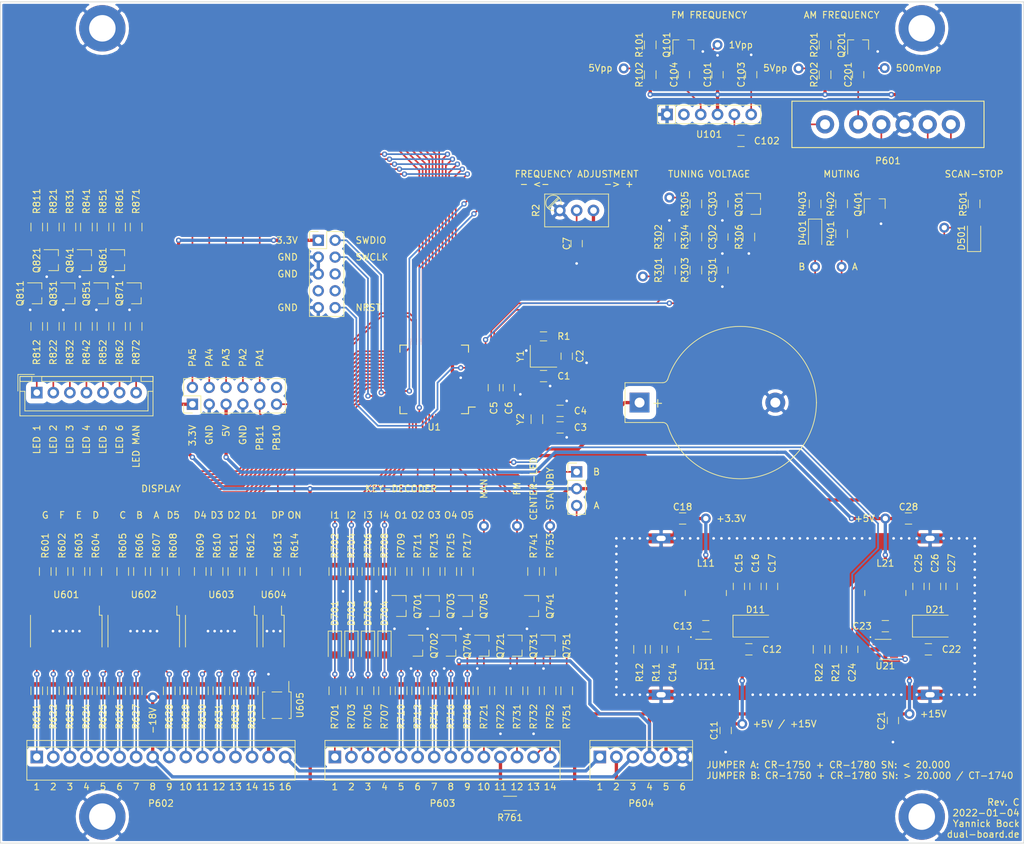
<source format=kicad_pcb>
(kicad_pcb (version 20171130) (host pcbnew "(5.1.7)-1")
  (layers (0 F.Cu signal) (31 B.Cu signal) (35 F.Paste user) (36 B.SilkS user) (37 F.SilkS user) (38 B.Mask user) (39 F.Mask user) (44 Edge.Cuts user))
  (net 0 "")
  (net 1 GND)
  (net 2 +5V)
  (net 3 +15V)
  (net 4 "Net-(Q401-Pad1)")
  (net 5 "Net-(Q401-Pad3)")
  (net 6 +3V3)
  (net 7 J601_2)
  (net 8 J601_1)
  (net 9 J601_3)
  (net 10 J601_5)
  (net 11 J602_1)
  (net 12 J602_2)
  (net 13 J602_3)
  (net 14 J602_4)
  (net 15 J602_5)
  (net 16 J602_6)
  (net 17 J602_7)
  (net 18 J602_9)
  (net 19 J602_10)
  (net 20 J602_11)
  (net 21 J602_12)
  (net 22 J602_13)
  (net 23 J602_14)
  (net 24 J603_10)
  (net 25 J603_12)
  (net 26 J603_14)
  (net 27 MANUAL)
  (net 28 STANDBY)
  (net 29 FM_FREQUENCY)
  (net 30 AM_FREQUENCY)
  (net 31 DISPLAY_G)
  (net 32 DISPLAY_F)
  (net 33 DISPLAY_E)
  (net 34 DISPLAY_D)
  (net 35 DISPLAY_C)
  (net 36 DISPLAY_B)
  (net 37 DISPLAY_A)
  (net 38 DISPLAY_DP)
  (net 39 "Net-(C102-Pad1)")
  (net 40 "Net-(C104-Pad1)")
  (net 41 "Net-(C104-Pad2)")
  (net 42 "Net-(Q301-Pad2)")
  (net 43 "Net-(R601-Pad2)")
  (net 44 "Net-(R602-Pad2)")
  (net 45 "Net-(R603-Pad2)")
  (net 46 "Net-(R604-Pad2)")
  (net 47 "Net-(R605-Pad2)")
  (net 48 "Net-(R606-Pad2)")
  (net 49 "Net-(R607-Pad2)")
  (net 50 "Net-(R608-Pad2)")
  (net 51 "Net-(R609-Pad2)")
  (net 52 "Net-(R610-Pad2)")
  (net 53 "Net-(R611-Pad2)")
  (net 54 "Net-(R612-Pad2)")
  (net 55 "Net-(R613-Pad2)")
  (net 56 "Net-(C201-Pad2)")
  (net 57 "Net-(C103-Pad1)")
  (net 58 HSE_IN)
  (net 59 HSE_OUT)
  (net 60 NRST)
  (net 61 SWDIO)
  (net 62 SWCLK)
  (net 63 SWO)
  (net 64 SCAN_STOP)
  (net 65 J603_5)
  (net 66 J603_6)
  (net 67 J603_8)
  (net 68 J603_7)
  (net 69 J603_9)
  (net 70 KD_IN_1)
  (net 71 KD_IN_2)
  (net 72 KD_IN_3)
  (net 73 KD_IN_4)
  (net 74 KD_OUT_1)
  (net 75 KD_OUT_2)
  (net 76 KD_OUT_4)
  (net 77 KD_OUT_3)
  (net 78 KD_OUT_5)
  (net 79 J603_13)
  (net 80 CENTER_LED)
  (net 81 "Net-(Q701-Pad1)")
  (net 82 "Net-(Q702-Pad1)")
  (net 83 "Net-(Q703-Pad1)")
  (net 84 "Net-(Q704-Pad1)")
  (net 85 "Net-(Q705-Pad1)")
  (net 86 "Net-(J1-Pad7)")
  (net 87 "Net-(J1-Pad8)")
  (net 88 J603_1)
  (net 89 J603_2)
  (net 90 J603_3)
  (net 91 J603_4)
  (net 92 "Net-(Q721-Pad1)")
  (net 93 "Net-(Q731-Pad1)")
  (net 94 "Net-(Q741-Pad1)")
  (net 95 "Net-(U101-Pad2)")
  (net 96 "Net-(Q751-Pad1)")
  (net 97 "Net-(D401-Pad1)")
  (net 98 FREQUENCY_CALIBRATION)
  (net 99 DISPLAY_ON)
  (net 100 "Net-(R614-Pad1)")
  (net 101 5V_OFF)
  (net 102 +BATT)
  (net 103 LSE_IN)
  (net 104 LSE_OUT)
  (net 105 LED_MANUAL_OUT)
  (net 106 LED_S6_OUT)
  (net 107 LED_S5_OUT)
  (net 108 LED_S4_OUT)
  (net 109 LED_S3_OUT)
  (net 110 LED_S2_OUT)
  (net 111 LED_S1_OUT)
  (net 112 LED_S1_IN)
  (net 113 LED_S2_IN)
  (net 114 LED_S3_IN)
  (net 115 LED_S4_IN)
  (net 116 LED_S5_IN)
  (net 117 LED_S6_IN)
  (net 118 LED_MANUAL_IN)
  (net 119 "Net-(C2-Pad1)")
  (net 120 "Net-(Q811-Pad1)")
  (net 121 "Net-(Q811-Pad3)")
  (net 122 "Net-(Q821-Pad1)")
  (net 123 "Net-(Q821-Pad3)")
  (net 124 "Net-(Q831-Pad1)")
  (net 125 "Net-(Q831-Pad3)")
  (net 126 "Net-(Q841-Pad1)")
  (net 127 "Net-(Q841-Pad3)")
  (net 128 "Net-(Q851-Pad1)")
  (net 129 "Net-(Q851-Pad3)")
  (net 130 "Net-(Q861-Pad1)")
  (net 131 "Net-(Q861-Pad3)")
  (net 132 "Net-(Q871-Pad1)")
  (net 133 "Net-(Q871-Pad3)")
  (net 134 TUNING_VOLTAGE)
  (net 135 "Net-(C302-Pad2)")
  (net 136 "Net-(C303-Pad2)")
  (net 137 "Net-(U11-Pad4)")
  (net 138 "Net-(C301-Pad2)")
  (net 139 DISPLAY_D5)
  (net 140 DISPLAY_D4)
  (net 141 DISPLAY_D3)
  (net 142 DISPLAY_D2)
  (net 143 DISPLAY_D1)
  (net 144 "Net-(R301-Pad2)")
  (net 145 +5V|+15V)
  (net 146 BOARD_REV)
  (net 147 "Net-(J751-Pad3)")
  (net 148 J601_6)
  (net 149 -18V)
  (net 150 "Net-(P603-Pad11)")
  (net 151 FM)
  (net 152 ~~3.3V-L)
  (net 153 ~~3.3V-N.2)
  (net 154 ~~3.3V-N.1)
  (net 155 "Net-(C13-Pad2)")
  (net 156 "Net-(C23-Pad2)")
  (net 157 MUTING_B)
  (net 158 MUTING_A)
  (net 159 "Net-(C13-Pad1)")
  (net 160 "Net-(C14-Pad2)")
  (net 161 "Net-(C23-Pad1)")
  (net 162 "Net-(C24-Pad2)")
  (net 163 RES_PB10)
  (net 164 RES_PA1)
  (net 165 RES_PB11)
  (net 166 RES_PA2)
  (net 167 RES_PA3)
  (net 168 RES_PA4)
  (net 169 RES_PA5)
  (net 170 "Net-(U1-Pad1)")
  (net 171 "Net-(U1-Pad2)")
  (net 172 "Net-(U1-Pad3)")
  (net 173 "Net-(J24-Pad12)")
  (module Pin_Headers:Pin_Header_Straight_2x06_Pitch2.54mm (layer F.Cu) (at 102.5 94.75 90)
    (fp_text reference J24 hide)
    (fp_text value RESERVE)
    (pad 1 thru_hole rect (at 0 0 90) (size 1.7 1.7) (drill 1) (layers *.Cu *.Mask) (net 6 +3V3))
    (pad 2 thru_hole oval (at 2.54 0 90) (size 1.7 1.7) (drill 1) (layers *.Cu *.Mask) (net 169 RES_PA5))
    (pad 3 thru_hole oval (at 0 2.54 90) (size 1.7 1.7) (drill 1) (layers *.Cu *.Mask) (net 1 GND))
    (pad 4 thru_hole oval (at 2.54 2.54 90) (size 1.7 1.7) (drill 1) (layers *.Cu *.Mask) (net 168 RES_PA4))
    (pad 5 thru_hole oval (at 0 5.08 90) (size 1.7 1.7) (drill 1) (layers *.Cu *.Mask) (net 2 +5V))
    (pad 6 thru_hole oval (at 2.54 5.08 90) (size 1.7 1.7) (drill 1) (layers *.Cu *.Mask) (net 167 RES_PA3))
    (pad 7 thru_hole oval (at 0 7.62 90) (size 1.7 1.7) (drill 1) (layers *.Cu *.Mask) (net 1 GND))
    (pad 8 thru_hole oval (at 2.54 7.62 90) (size 1.7 1.7) (drill 1) (layers *.Cu *.Mask) (net 166 RES_PA2))
    (pad 9 thru_hole oval (at 0 10.16 90) (size 1.7 1.7) (drill 1) (layers *.Cu *.Mask) (net 165 RES_PB11))
    (pad 10 thru_hole oval (at 2.54 10.16 90) (size 1.7 1.7) (drill 1) (layers *.Cu *.Mask) (net 164 RES_PA1))
    (pad 11 thru_hole oval (at 0 12.7 90) (size 1.7 1.7) (drill 1) (layers *.Cu *.Mask) (net 163 RES_PB10))
    (pad 12 thru_hole oval (at 2.54 12.7 90) (size 1.7 1.7) (drill 1) (layers *.Cu *.Mask) (net 173 "Net-(J24-Pad12)"))
  )
  (module Capacitors_SMD:C_0805 (layer F.Cu) (at 208.25 142.5 90)
    (fp_text reference C21 (at 0 -1.75 90) (layer F.SilkS))
    (fp_text value 1nF)
    (pad 1 smd rect (at -1 0 90) (size 1 1.25) (layers F.Cu F.Paste F.Mask) (net 1 GND))
    (pad 2 smd rect (at 1 0 90) (size 1 1.25) (layers F.Cu F.Paste F.Mask) (net 3 +15V))
  )
  (module Capacitors_SMD:C_0805 (layer F.Cu) (at 183 144 90)
    (fp_text reference C11 (at 0 -1.75 90) (layer F.SilkS))
    (fp_text value 1nF)
    (pad 1 smd rect (at -1 0 90) (size 1 1.25) (layers F.Cu F.Paste F.Mask) (net 1 GND))
    (pad 2 smd rect (at 1 0 90) (size 1 1.25) (layers F.Cu F.Paste F.Mask) (net 145 +5V|+15V))
  )
  (module Capacitors_SMD:C_0805 (layer F.Cu) (at 210.6 112)
    (fp_text reference C28 (at 0 -1.75) (layer F.SilkS))
    (fp_text value 1nF)
    (pad 1 smd rect (at -1 0) (size 1 1.25) (layers F.Cu F.Paste F.Mask) (net 2 +5V))
    (pad 2 smd rect (at 1 0) (size 1 1.25) (layers F.Cu F.Paste F.Mask) (net 1 GND))
  )
  (module Capacitors_SMD:C_0805 (layer F.Cu) (at 176.5 112 180)
    (fp_text reference C18 (at 0 1.75) (layer F.SilkS))
    (fp_text value 1nF)
    (pad 1 smd rect (at -1 0 180) (size 1 1.25) (layers F.Cu F.Paste F.Mask) (net 6 +3V3))
    (pad 2 smd rect (at 1 0 180) (size 1 1.25) (layers F.Cu F.Paste F.Mask) (net 1 GND))
  )
  (module Measurement_Points:Measurement_Point_Round-TH_Small (layer F.Cu) (at 156.5 113.125)
    (fp_text reference J23 hide)
    (fp_text value Conn_01x01)
    (pad 1 thru_hole circle (at 0 0) (size 1.5 1.5) (drill 0.8) (layers *.Cu *.Mask) (net 28 STANDBY))
  )
  (module Measurement_Points:Measurement_Point_Round-TH_Small (layer F.Cu) (at 151.5 113.125)
    (fp_text reference J22 hide)
    (fp_text value Conn_01x01)
    (pad 1 thru_hole circle (at 0 0) (size 1.5 1.5) (drill 0.8) (layers *.Cu *.Mask) (net 151 FM))
  )
  (module Measurement_Points:Measurement_Point_Round-TH_Small (layer F.Cu) (at 146.5 113.125)
    (fp_text reference J21 hide)
    (fp_text value Conn_01x01)
    (pad 1 thru_hole circle (at 0 0) (size 1.5 1.5) (drill 0.8) (layers *.Cu *.Mask) (net 27 MANUAL))
  )
  (module Measurement_Points:Measurement_Point_Round-TH_Small (layer F.Cu) (at 174.5 63.55)
    (fp_text reference J20 hide)
    (fp_text value Conn_01x01)
    (pad 1 thru_hole circle (at 0 0) (size 1.5 1.5) (drill 0.8) (layers *.Cu *.Mask) (net 136 "Net-(C303-Pad2)"))
  )
  (module Measurement_Points:Measurement_Point_Round-TH_Small (layer F.Cu) (at 196.5 74)
    (fp_text reference J19 hide)
    (fp_text value Conn_01x01)
    (pad 1 thru_hole circle (at 0 0) (size 1.5 1.5) (drill 0.8) (layers *.Cu *.Mask) (net 157 MUTING_B))
  )
  (module Measurement_Points:Measurement_Point_Round-TH_Small (layer F.Cu) (at 200.5 74)
    (fp_text reference J18 hide)
    (fp_text value Conn_01x01)
    (pad 1 thru_hole circle (at 0 0) (size 1.5 1.5) (drill 0.8) (layers *.Cu *.Mask) (net 158 MUTING_A))
  )
  (module Measurement_Points:Measurement_Point_Round-TH_Small (layer F.Cu) (at 216 68.1)
    (fp_text reference J17 hide)
    (fp_text value Conn_01x01)
    (pad 1 thru_hole circle (at 0 0) (size 1.5 1.5) (drill 0.8) (layers *.Cu *.Mask) (net 64 SCAN_STOP))
  )
  (module Measurement_Points:Measurement_Point_Round-TH_Small (layer F.Cu) (at 170.5 75.45)
    (fp_text reference J16 hide)
    (fp_text value Conn_01x01)
    (pad 1 thru_hole circle (at 0 0) (size 1.5 1.5) (drill 0.8) (layers *.Cu *.Mask) (net 134 TUNING_VOLTAGE))
  )
  (module Measurement_Points:Measurement_Point_Round-TH_Small (layer F.Cu) (at 96.5 139)
    (fp_text reference J15 hide)
    (fp_text value Conn_01x01)
    (pad 1 thru_hole circle (at 0 0) (size 1.5 1.5) (drill 0.8) (layers *.Cu *.Mask) (net 149 -18V))
  )
  (module Measurement_Points:Measurement_Point_Round-TH_Small (layer F.Cu) (at 207 44)
    (fp_text reference J14 hide)
    (fp_text value Conn_01x01)
    (pad 1 thru_hole circle (at 0 0) (size 1.5 1.5) (drill 0.8) (layers *.Cu *.Mask) (net 56 "Net-(C201-Pad2)"))
  )
  (module Measurement_Points:Measurement_Point_Round-TH_Small (layer F.Cu) (at 181.77 40.5)
    (fp_text reference J13 hide)
    (fp_text value Conn_01x01)
    (pad 1 thru_hole circle (at 0 0) (size 1.5 1.5) (drill 0.8) (layers *.Cu *.Mask) (net 41 "Net-(C104-Pad2)"))
  )
  (module Measurement_Points:Measurement_Point_Round-TH_Small (layer F.Cu) (at 194 44.05)
    (fp_text reference J12 hide)
    (fp_text value Conn_01x01)
    (pad 1 thru_hole circle (at 0 0) (size 1.5 1.5) (drill 0.8) (layers *.Cu *.Mask) (net 30 AM_FREQUENCY))
  )
  (module Measurement_Points:Measurement_Point_Round-TH_Small (layer F.Cu) (at 167.61 44.05)
    (fp_text reference J11 hide)
    (fp_text value Conn_01x01)
    (pad 1 thru_hole circle (at 0 0) (size 1.5 1.5) (drill 0.8) (layers *.Cu *.Mask) (net 29 FM_FREQUENCY))
  )
  (module Measurement_Points:Measurement_Point_Round-TH_Small (layer F.Cu) (at 210.75 141.5)
    (fp_text reference J6 hide)
    (fp_text value Conn_01x01)
    (pad 1 thru_hole circle (at 0 0) (size 1.5 1.5) (drill 0.8) (layers *.Cu *.Mask) (net 3 +15V))
  )
  (module Measurement_Points:Measurement_Point_Round-TH_Small (layer F.Cu) (at 185.5 143)
    (fp_text reference J5 hide)
    (fp_text value Conn_01x01)
    (pad 1 thru_hole circle (at 0 0) (size 1.5 1.5) (drill 0.8) (layers *.Cu *.Mask) (net 145 +5V|+15V))
  )
  (module Measurement_Points:Measurement_Point_Round-TH_Small (layer F.Cu) (at 207.1 112)
    (fp_text reference J3 hide)
    (fp_text value Conn_01x01)
    (pad 1 thru_hole circle (at 0 0) (size 1.5 1.5) (drill 0.8) (layers *.Cu *.Mask) (net 2 +5V))
  )
  (module Measurement_Points:Measurement_Point_Round-TH_Small (layer F.Cu) (at 180 112)
    (fp_text reference J2 hide)
    (fp_text value Conn_01x01)
    (pad 1 thru_hole circle (at 0 0) (size 1.5 1.5) (drill 0.8) (layers *.Cu *.Mask) (net 6 +3V3))
  )
  (module Measurement_Points:Measurement_Point_Round-TH_Small (layer F.Cu) (at 213.85 138.6)
    (fp_text reference J10 hide)
    (fp_text value Conn_01x01)
    (pad 1 thru_hole rect (at 0 0) (size 2.8 1.5) (drill oval 1.4 0.8) (layers *.Cu *.Mask) (net 1 GND))
  )
  (module Measurement_Points:Measurement_Point_Round-TH_Small (layer F.Cu) (at 173.25 138.6)
    (fp_text reference J9 hide)
    (fp_text value Conn_01x01)
    (pad 1 thru_hole rect (at 0 0) (size 2.8 1.5) (drill oval 1.4 0.8) (layers *.Cu *.Mask) (net 1 GND))
  )
  (module Measurement_Points:Measurement_Point_Round-TH_Small (layer F.Cu) (at 213.85 115)
    (fp_text reference J8 hide)
    (fp_text value Conn_01x01)
    (pad 1 thru_hole rect (at 0 0) (size 2.8 1.5) (drill oval 1.4 0.8) (layers *.Cu *.Mask) (net 1 GND))
  )
  (module Measurement_Points:Measurement_Point_Round-TH_Small (layer F.Cu) (at 173.25 115)
    (fp_text reference J7 hide)
    (fp_text value Conn_01x01)
    (pad 1 thru_hole rect (at 0 0) (size 2.8 1.5) (drill oval 1.4 0.8) (layers *.Cu *.Mask) (net 1 GND))
  )
  (module Capacitors_SMD:C_0805 (layer F.Cu) (at 202.1 131.75 270)
    (fp_text reference C24 (at 3.5 0 90) (layer F.SilkS))
    (fp_text value 33pF)
    (pad 1 smd rect (at -1 0 270) (size 1 1.25) (layers F.Cu F.Paste F.Mask) (net 2 +5V))
    (pad 2 smd rect (at 1 0 270) (size 1 1.25) (layers F.Cu F.Paste F.Mask) (net 162 "Net-(C24-Pad2)"))
  )
  (module Capacitors_SMD:C_0805 (layer F.Cu) (at 175 131.75 270)
    (fp_text reference C14 (at 3.5 0 90) (layer F.SilkS))
    (fp_text value 33pF)
    (pad 1 smd rect (at -1 0 270) (size 1 1.25) (layers F.Cu F.Paste F.Mask) (net 6 +3V3))
    (pad 2 smd rect (at 1 0 270) (size 1 1.25) (layers F.Cu F.Paste F.Mask) (net 160 "Net-(C14-Pad2)"))
  )
  (module Resistors_SMD:R_0805 (layer F.Cu) (at 154 120 90)
    (fp_text reference R741 (at 3.9 0 90) (layer F.SilkS))
    (fp_text value 3.3k)
    (pad 1 smd rect (at -0.95 0 90) (size 0.7 1.3) (layers F.Cu F.Paste F.Mask) (net 94 "Net-(Q741-Pad1)"))
    (pad 2 smd rect (at 0.95 0 90) (size 0.7 1.3) (layers F.Cu F.Paste F.Mask) (net 80 CENTER_LED))
  )
  (module TO_SOT_Packages_SMD:SOT-23 (layer F.Cu) (at 154 125.2)
    (fp_text reference Q741 (at 2.5 0 90) (layer F.SilkS))
    (fp_text value BC847)
    (pad 1 smd rect (at -1 -0.95) (size 0.9 0.8) (layers F.Cu F.Paste F.Mask) (net 94 "Net-(Q741-Pad1)"))
    (pad 2 smd rect (at -1 0.95) (size 0.9 0.8) (layers F.Cu F.Paste F.Mask) (net 1 GND))
    (pad 3 smd rect (at 1 0) (size 0.9 0.8) (layers F.Cu F.Paste F.Mask) (net 79 J603_13))
  )
  (module Resistors_SMD:R_1206 (layer F.Cu) (at 150.45 155)
    (fp_text reference R761 (at 0 2.15) (layer F.SilkS))
    (fp_text value 1k)
    (pad 1 smd rect (at -1.45 0) (size 0.9 1.7) (layers F.Cu F.Paste F.Mask) (net 150 "Net-(P603-Pad11)"))
    (pad 2 smd rect (at 1.45 0) (size 0.9 1.7) (layers F.Cu F.Paste F.Mask) (net 3 +15V))
  )
  (module Resistors_SMD:R_0805 (layer F.Cu) (at 174.5 69.5 90)
    (fp_text reference R302 (at 0 -1.65 90) (layer F.SilkS))
    (fp_text value 3.3k)
    (pad 1 smd rect (at -0.95 0 90) (size 0.7 1.3) (layers F.Cu F.Paste F.Mask) (net 144 "Net-(R301-Pad2)"))
    (pad 2 smd rect (at 0.95 0 90) (size 0.7 1.3) (layers F.Cu F.Paste F.Mask) (net 1 GND))
  )
  (module Resistors_SMD:R_0805 (layer F.Cu) (at 174.5 74.5 90)
    (fp_text reference R301 (at 0 -1.65 90) (layer F.SilkS))
    (fp_text value 2.2k)
    (pad 1 smd rect (at -0.95 0 90) (size 0.7 1.3) (layers F.Cu F.Paste F.Mask) (net 134 TUNING_VOLTAGE))
    (pad 2 smd rect (at 0.95 0 90) (size 0.7 1.3) (layers F.Cu F.Paste F.Mask) (net 144 "Net-(R301-Pad2)"))
  )
  (module TO_SOT_Packages_SMD:TSOT-23-6 (layer F.Cu) (at 180 131.75)
    (fp_text reference U11 (at 0 2.5) (layer F.SilkS))
    (fp_text value LV2841XL)
    (pad 1 smd rect (at -1.31 -0.95) (size 1.22 0.65) (layers F.Cu F.Paste F.Mask) (net 159 "Net-(C13-Pad1)"))
    (pad 2 smd rect (at -1.31 0) (size 1.22 0.65) (layers F.Cu F.Paste F.Mask) (net 1 GND))
    (pad 3 smd rect (at -1.31 0.95) (size 1.22 0.65) (layers F.Cu F.Paste F.Mask) (net 160 "Net-(C14-Pad2)"))
    (pad 4 smd rect (at 1.31 0.95) (size 1.22 0.65) (layers F.Cu F.Paste F.Mask) (net 137 "Net-(U11-Pad4)"))
    (pad 5 smd rect (at 1.31 0) (size 1.22 0.65) (layers F.Cu F.Paste F.Mask) (net 145 +5V|+15V))
    (pad 6 smd rect (at 1.31 -0.95) (size 1.22 0.65) (layers F.Cu F.Paste F.Mask) (net 155 "Net-(C13-Pad2)"))
  )
  (module Resistors_SMD:R_0805 (layer F.Cu) (at 170 131.75 90)
    (fp_text reference R12 (at -3.5 0 90) (layer F.SilkS))
    (fp_text value 10k)
    (pad 1 smd rect (at -0.95 0 90) (size 0.7 1.3) (layers F.Cu F.Paste F.Mask) (net 160 "Net-(C14-Pad2)"))
    (pad 2 smd rect (at 0.95 0 90) (size 0.7 1.3) (layers F.Cu F.Paste F.Mask) (net 1 GND))
  )
  (module Resistors_SMD:R_0805 (layer F.Cu) (at 172.5 131.75 270)
    (fp_text reference R11 (at 3.5 0 90) (layer F.SilkS))
    (fp_text value 33k)
    (pad 1 smd rect (at -0.95 0 270) (size 0.7 1.3) (layers F.Cu F.Paste F.Mask) (net 6 +3V3))
    (pad 2 smd rect (at 0.95 0 270) (size 0.7 1.3) (layers F.Cu F.Paste F.Mask) (net 160 "Net-(C14-Pad2)"))
  )
  (module dual_cr1750_stm32:BCNR6045CF1-101M (layer F.Cu) (at 180 123.25 90)
    (fp_text reference L11 (at 4.5 0 180) (layer F.SilkS))
    (fp_text value 100µH)
    (pad 1 smd rect (at -2 0 90) (size 2.2 5.9) (layers F.Cu F.Paste F.Mask) (net 155 "Net-(C13-Pad2)"))
    (pad 2 smd rect (at 2 0 90) (size 2.2 5.9) (layers F.Cu F.Paste F.Mask) (net 6 +3V3))
  )
  (module Diodes_SMD:D_SMA (layer F.Cu) (at 187.5 128.25)
    (fp_text reference D11 (at 0 -2.5) (layer F.SilkS))
    (fp_text value SS14)
    (pad 1 smd rect (at -2 0) (size 2.5 1.8) (layers F.Cu F.Paste F.Mask) (net 155 "Net-(C13-Pad2)"))
    (pad 2 smd rect (at 2 0) (size 2.5 1.8) (layers F.Cu F.Paste F.Mask) (net 1 GND))
  )
  (module Capacitors_SMD:C_0805 (layer F.Cu) (at 190 122.25 270)
    (fp_text reference C17 (at -3.5 0 90) (layer F.SilkS))
    (fp_text value 22µF)
    (pad 1 smd rect (at -1 0 270) (size 1 1.25) (layers F.Cu F.Paste F.Mask) (net 6 +3V3))
    (pad 2 smd rect (at 1 0 270) (size 1 1.25) (layers F.Cu F.Paste F.Mask) (net 1 GND))
  )
  (module Capacitors_SMD:C_0805 (layer F.Cu) (at 187.5 122.25 270)
    (fp_text reference C16 (at -3.5 0 90) (layer F.SilkS))
    (fp_text value 22µF)
    (pad 1 smd rect (at -1 0 270) (size 1 1.25) (layers F.Cu F.Paste F.Mask) (net 6 +3V3))
    (pad 2 smd rect (at 1 0 270) (size 1 1.25) (layers F.Cu F.Paste F.Mask) (net 1 GND))
  )
  (module Capacitors_SMD:C_0805 (layer F.Cu) (at 185 122.25 270)
    (fp_text reference C15 (at -3.5 0 90) (layer F.SilkS))
    (fp_text value 22µF)
    (pad 1 smd rect (at -1 0 270) (size 1 1.25) (layers F.Cu F.Paste F.Mask) (net 6 +3V3))
    (pad 2 smd rect (at 1 0 270) (size 1 1.25) (layers F.Cu F.Paste F.Mask) (net 1 GND))
  )
  (module Capacitors_SMD:C_0805 (layer F.Cu) (at 180 128.25)
    (fp_text reference C13 (at -3.5 0) (layer F.SilkS))
    (fp_text value 100nF)
    (pad 1 smd rect (at -1 0) (size 1 1.25) (layers F.Cu F.Paste F.Mask) (net 159 "Net-(C13-Pad1)"))
    (pad 2 smd rect (at 1 0) (size 1 1.25) (layers F.Cu F.Paste F.Mask) (net 155 "Net-(C13-Pad2)"))
  )
  (module Capacitors_SMD:C_0805 (layer F.Cu) (at 186.5 131.75)
    (fp_text reference C12 (at 3.5 0) (layer F.SilkS))
    (fp_text value 22µF)
    (pad 1 smd rect (at -1 0) (size 1 1.25) (layers F.Cu F.Paste F.Mask) (net 145 +5V|+15V))
    (pad 2 smd rect (at 1 0) (size 1 1.25) (layers F.Cu F.Paste F.Mask) (net 1 GND))
  )
  (module Capacitors_SMD:C_0805 (layer F.Cu) (at 214.6 122.25 270)
    (fp_text reference C26 (at -3.5 0 90) (layer F.SilkS))
    (fp_text value 22µF)
    (pad 1 smd rect (at -1 0 270) (size 1 1.25) (layers F.Cu F.Paste F.Mask) (net 2 +5V))
    (pad 2 smd rect (at 1 0 270) (size 1 1.25) (layers F.Cu F.Paste F.Mask) (net 1 GND))
  )
  (module Capacitors_SMD:C_0805 (layer F.Cu) (at 217.1 122.25 270)
    (fp_text reference C27 (at -3.5 0 90) (layer F.SilkS))
    (fp_text value 22µF)
    (pad 1 smd rect (at -1 0 270) (size 1 1.25) (layers F.Cu F.Paste F.Mask) (net 2 +5V))
    (pad 2 smd rect (at 1 0 270) (size 1 1.25) (layers F.Cu F.Paste F.Mask) (net 1 GND))
  )
  (module Diodes_SMD:D_SMA (layer F.Cu) (at 214.6 128.25)
    (fp_text reference D21 (at 0 -2.5) (layer F.SilkS))
    (fp_text value SS14)
    (pad 1 smd rect (at -2 0) (size 2.5 1.8) (layers F.Cu F.Paste F.Mask) (net 156 "Net-(C23-Pad2)"))
    (pad 2 smd rect (at 2 0) (size 2.5 1.8) (layers F.Cu F.Paste F.Mask) (net 1 GND))
  )
  (module dual_cr1750_stm32:BCNR6045CF1-101M (layer F.Cu) (at 207.1 123.25 90)
    (fp_text reference L21 (at 4.5 0 180) (layer F.SilkS))
    (fp_text value 100µH)
    (pad 1 smd rect (at -2 0 90) (size 2.2 5.9) (layers F.Cu F.Paste F.Mask) (net 156 "Net-(C23-Pad2)"))
    (pad 2 smd rect (at 2 0 90) (size 2.2 5.9) (layers F.Cu F.Paste F.Mask) (net 2 +5V))
  )
  (module TO_SOT_Packages_SMD:TSOT-23-6 (layer F.Cu) (at 207.1 131.75)
    (fp_text reference U21 (at 0 2.5) (layer F.SilkS))
    (fp_text value LV2841XL)
    (pad 1 smd rect (at -1.31 -0.95) (size 1.22 0.65) (layers F.Cu F.Paste F.Mask) (net 161 "Net-(C23-Pad1)"))
    (pad 2 smd rect (at -1.31 0) (size 1.22 0.65) (layers F.Cu F.Paste F.Mask) (net 1 GND))
    (pad 3 smd rect (at -1.31 0.95) (size 1.22 0.65) (layers F.Cu F.Paste F.Mask) (net 162 "Net-(C24-Pad2)"))
    (pad 4 smd rect (at 1.31 0.95) (size 1.22 0.65) (layers F.Cu F.Paste F.Mask) (net 101 5V_OFF))
    (pad 5 smd rect (at 1.31 0) (size 1.22 0.65) (layers F.Cu F.Paste F.Mask) (net 3 +15V))
    (pad 6 smd rect (at 1.31 -0.95) (size 1.22 0.65) (layers F.Cu F.Paste F.Mask) (net 156 "Net-(C23-Pad2)"))
  )
  (module Resistors_SMD:R_0805 (layer F.Cu) (at 197.1 131.75 90)
    (fp_text reference R22 (at -3.5 0 90) (layer F.SilkS))
    (fp_text value 6.2k)
    (pad 1 smd rect (at -0.95 0 90) (size 0.7 1.3) (layers F.Cu F.Paste F.Mask) (net 162 "Net-(C24-Pad2)"))
    (pad 2 smd rect (at 0.95 0 90) (size 0.7 1.3) (layers F.Cu F.Paste F.Mask) (net 1 GND))
  )
  (module Resistors_SMD:R_0805 (layer F.Cu) (at 199.6 131.75 270)
    (fp_text reference R21 (at 3.5 0 90) (layer F.SilkS))
    (fp_text value 33k)
    (pad 1 smd rect (at -0.95 0 270) (size 0.7 1.3) (layers F.Cu F.Paste F.Mask) (net 2 +5V))
    (pad 2 smd rect (at 0.95 0 270) (size 0.7 1.3) (layers F.Cu F.Paste F.Mask) (net 162 "Net-(C24-Pad2)"))
  )
  (module Capacitors_SMD:C_0805 (layer F.Cu) (at 212.1 122.25 270)
    (fp_text reference C25 (at -3.5 0 90) (layer F.SilkS))
    (fp_text value 22µF)
    (pad 1 smd rect (at -1 0 270) (size 1 1.25) (layers F.Cu F.Paste F.Mask) (net 2 +5V))
    (pad 2 smd rect (at 1 0 270) (size 1 1.25) (layers F.Cu F.Paste F.Mask) (net 1 GND))
  )
  (module Capacitors_SMD:C_0805 (layer F.Cu) (at 207.1 128.25)
    (fp_text reference C23 (at -3.5 0) (layer F.SilkS))
    (fp_text value 100nF)
    (pad 1 smd rect (at -1 0) (size 1 1.25) (layers F.Cu F.Paste F.Mask) (net 161 "Net-(C23-Pad1)"))
    (pad 2 smd rect (at 1 0) (size 1 1.25) (layers F.Cu F.Paste F.Mask) (net 156 "Net-(C23-Pad2)"))
  )
  (module Capacitors_SMD:C_0805 (layer F.Cu) (at 213.6 131.75)
    (fp_text reference C22 (at 3.5 0) (layer F.SilkS))
    (fp_text value 22µF)
    (pad 1 smd rect (at -1 0) (size 1 1.25) (layers F.Cu F.Paste F.Mask) (net 3 +15V))
    (pad 2 smd rect (at 1 0) (size 1 1.25) (layers F.Cu F.Paste F.Mask) (net 1 GND))
  )
  (module Resistors_SMD:R_0805 (layer F.Cu) (at 178.5 64.5 90)
    (fp_text reference R305 (at 0 -1.65 90) (layer F.SilkS))
    (fp_text value 10k)
    (pad 1 smd rect (at -0.95 0 90) (size 0.7 1.3) (layers F.Cu F.Paste F.Mask) (net 135 "Net-(C302-Pad2)"))
    (pad 2 smd rect (at 0.95 0 90) (size 0.7 1.3) (layers F.Cu F.Paste F.Mask) (net 136 "Net-(C303-Pad2)"))
  )
  (module Resistors_SMD:R_0805 (layer F.Cu) (at 178.5 69.5 90)
    (fp_text reference R304 (at 0 -1.65 90) (layer F.SilkS))
    (fp_text value 10k)
    (pad 1 smd rect (at -0.95 0 90) (size 0.7 1.3) (layers F.Cu F.Paste F.Mask) (net 138 "Net-(C301-Pad2)"))
    (pad 2 smd rect (at 0.95 0 90) (size 0.7 1.3) (layers F.Cu F.Paste F.Mask) (net 135 "Net-(C302-Pad2)"))
  )
  (module Resistors_SMD:R_0805 (layer F.Cu) (at 178.5 74.5 90)
    (fp_text reference R303 (at 0 -1.65 90) (layer F.SilkS))
    (fp_text value 10k)
    (pad 1 smd rect (at -0.95 0 90) (size 0.7 1.3) (layers F.Cu F.Paste F.Mask) (net 144 "Net-(R301-Pad2)"))
    (pad 2 smd rect (at 0.95 0 90) (size 0.7 1.3) (layers F.Cu F.Paste F.Mask) (net 138 "Net-(C301-Pad2)"))
  )
  (module Capacitors_SMD:C_0805 (layer F.Cu) (at 182.5 64.5 90)
    (fp_text reference C303 (at 0 -1.5 90) (layer F.SilkS))
    (fp_text value 1µF)
    (pad 1 smd rect (at -1 0 90) (size 1 1.25) (layers F.Cu F.Paste F.Mask) (net 1 GND))
    (pad 2 smd rect (at 1 0 90) (size 1 1.25) (layers F.Cu F.Paste F.Mask) (net 136 "Net-(C303-Pad2)"))
  )
  (module Capacitors_SMD:C_0805 (layer F.Cu) (at 182.5 69.5 90)
    (fp_text reference C302 (at 0 -1.5 90) (layer F.SilkS))
    (fp_text value 470nF)
    (pad 1 smd rect (at -1 0 90) (size 1 1.25) (layers F.Cu F.Paste F.Mask) (net 1 GND))
    (pad 2 smd rect (at 1 0 90) (size 1 1.25) (layers F.Cu F.Paste F.Mask) (net 135 "Net-(C302-Pad2)"))
  )
  (module Capacitors_SMD:C_0805 (layer F.Cu) (at 182.5 74.5 90)
    (fp_text reference C301 (at 0 -1.5 90) (layer F.SilkS))
    (fp_text value 470nF)
    (pad 1 smd rect (at -1 0 90) (size 1 1.25) (layers F.Cu F.Paste F.Mask) (net 1 GND))
    (pad 2 smd rect (at 1 0 90) (size 1 1.25) (layers F.Cu F.Paste F.Mask) (net 138 "Net-(C301-Pad2)"))
  )
  (module Capacitors_SMD:C_0805 (layer F.Cu) (at 150.25 92.25 90)
    (fp_text reference C6 (at -2 0 90) (layer F.SilkS) (effects (justify right)))
    (fp_text value 2.2µF)
    (pad 1 smd rect (at -1 0 90) (size 1 1.25) (layers F.Cu F.Paste F.Mask) (net 1 GND))
    (pad 2 smd rect (at 1 0 90) (size 1 1.25) (layers F.Cu F.Paste F.Mask) (net 6 +3V3))
  )
  (module Capacitors_SMD:C_0805 (layer F.Cu) (at 148 92.25 90)
    (fp_text reference C5 (at -2 0 90) (layer F.SilkS) (effects (justify right)))
    (fp_text value 100nF)
    (pad 1 smd rect (at -1 0 90) (size 1 1.25) (layers F.Cu F.Paste F.Mask) (net 1 GND))
    (pad 2 smd rect (at 1 0 90) (size 1 1.25) (layers F.Cu F.Paste F.Mask) (net 6 +3V3))
  )
  (module Housings_QFP:LQFP-64_10x10mm_Pitch0.5mm (layer F.Cu) (at 139 91 180)
    (fp_text reference U1 (at 0 -7.2) (layer F.SilkS))
    (fp_text value STM32G070RBTx)
    (pad 1 smd rect (at -5.7 -3.75 180) (size 1 0.25) (layers F.Cu F.Paste F.Mask) (net 170 "Net-(U1-Pad1)"))
    (pad 2 smd rect (at -5.7 -3.25 180) (size 1 0.25) (layers F.Cu F.Paste F.Mask) (net 171 "Net-(U1-Pad2)"))
    (pad 3 smd rect (at -5.7 -2.75 180) (size 1 0.25) (layers F.Cu F.Paste F.Mask) (net 172 "Net-(U1-Pad3)"))
    (pad 4 smd rect (at -5.7 -2.25 180) (size 1 0.25) (layers F.Cu F.Paste F.Mask) (net 103 LSE_IN))
    (pad 5 smd rect (at -5.7 -1.75 180) (size 1 0.25) (layers F.Cu F.Paste F.Mask) (net 104 LSE_OUT))
    (pad 6 smd rect (at -5.7 -1.25 180) (size 1 0.25) (layers F.Cu F.Paste F.Mask) (net 102 +BATT))
    (pad 7 smd rect (at -5.7 -0.75 180) (size 1 0.25) (layers F.Cu F.Paste F.Mask) (net 6 +3V3))
    (pad 8 smd rect (at -5.7 -0.25 180) (size 1 0.25) (layers F.Cu F.Paste F.Mask) (net 6 +3V3))
    (pad 9 smd rect (at -5.7 0.25 180) (size 1 0.25) (layers F.Cu F.Paste F.Mask) (net 1 GND))
    (pad 10 smd rect (at -5.7 0.75 180) (size 1 0.25) (layers F.Cu F.Paste F.Mask) (net 58 HSE_IN))
    (pad 11 smd rect (at -5.7 1.25 180) (size 1 0.25) (layers F.Cu F.Paste F.Mask) (net 59 HSE_OUT))
    (pad 12 smd rect (at -5.7 1.75 180) (size 1 0.25) (layers F.Cu F.Paste F.Mask) (net 60 NRST))
    (pad 13 smd rect (at -5.7 2.25 180) (size 1 0.25) (layers F.Cu F.Paste F.Mask) (net 64 SCAN_STOP))
    (pad 14 smd rect (at -5.7 2.75 180) (size 1 0.25) (layers F.Cu F.Paste F.Mask) (net 158 MUTING_A))
    (pad 15 smd rect (at -5.7 3.25 180) (size 1 0.25) (layers F.Cu F.Paste F.Mask) (net 134 TUNING_VOLTAGE))
    (pad 16 smd rect (at -5.7 3.75 180) (size 1 0.25) (layers F.Cu F.Paste F.Mask) (net 157 MUTING_B))
    (pad 17 smd rect (at -3.75 5.7 270) (size 1 0.25) (layers F.Cu F.Paste F.Mask) (net 98 FREQUENCY_CALIBRATION))
    (pad 18 smd rect (at -3.25 5.7 270) (size 1 0.25) (layers F.Cu F.Paste F.Mask) (net 164 RES_PA1))
    (pad 19 smd rect (at -2.75 5.7 270) (size 1 0.25) (layers F.Cu F.Paste F.Mask) (net 166 RES_PA2))
    (pad 20 smd rect (at -2.25 5.7 270) (size 1 0.25) (layers F.Cu F.Paste F.Mask) (net 167 RES_PA3))
    (pad 21 smd rect (at -1.75 5.7 270) (size 1 0.25) (layers F.Cu F.Paste F.Mask) (net 168 RES_PA4))
    (pad 22 smd rect (at -1.25 5.7 270) (size 1 0.25) (layers F.Cu F.Paste F.Mask) (net 169 RES_PA5))
    (pad 23 smd rect (at -0.75 5.7 270) (size 1 0.25) (layers F.Cu F.Paste F.Mask) (net 112 LED_S1_IN))
    (pad 24 smd rect (at -0.25 5.7 270) (size 1 0.25) (layers F.Cu F.Paste F.Mask) (net 113 LED_S2_IN))
    (pad 25 smd rect (at 0.25 5.7 270) (size 1 0.25) (layers F.Cu F.Paste F.Mask) (net 114 LED_S3_IN))
    (pad 26 smd rect (at 0.75 5.7 270) (size 1 0.25) (layers F.Cu F.Paste F.Mask) (net 115 LED_S4_IN))
    (pad 27 smd rect (at 1.25 5.7 270) (size 1 0.25) (layers F.Cu F.Paste F.Mask) (net 116 LED_S5_IN))
    (pad 28 smd rect (at 1.75 5.7 270) (size 1 0.25) (layers F.Cu F.Paste F.Mask) (net 117 LED_S6_IN))
    (pad 29 smd rect (at 2.25 5.7 270) (size 1 0.25) (layers F.Cu F.Paste F.Mask) (net 118 LED_MANUAL_IN))
    (pad 30 smd rect (at 2.75 5.7 270) (size 1 0.25) (layers F.Cu F.Paste F.Mask) (net 163 RES_PB10))
    (pad 31 smd rect (at 3.25 5.7 270) (size 1 0.25) (layers F.Cu F.Paste F.Mask) (net 165 RES_PB11))
    (pad 32 smd rect (at 3.75 5.7 270) (size 1 0.25) (layers F.Cu F.Paste F.Mask) (net 31 DISPLAY_G))
    (pad 33 smd rect (at 5.7 3.75 180) (size 1 0.25) (layers F.Cu F.Paste F.Mask) (net 32 DISPLAY_F))
    (pad 34 smd rect (at 5.7 3.25 180) (size 1 0.25) (layers F.Cu F.Paste F.Mask) (net 33 DISPLAY_E))
    (pad 35 smd rect (at 5.7 2.75 180) (size 1 0.25) (layers F.Cu F.Paste F.Mask) (net 34 DISPLAY_D))
    (pad 36 smd rect (at 5.7 2.25 180) (size 1 0.25) (layers F.Cu F.Paste F.Mask) (net 35 DISPLAY_C))
    (pad 37 smd rect (at 5.7 1.75 180) (size 1 0.25) (layers F.Cu F.Paste F.Mask) (net 36 DISPLAY_B))
    (pad 38 smd rect (at 5.7 1.25 180) (size 1 0.25) (layers F.Cu F.Paste F.Mask) (net 37 DISPLAY_A))
    (pad 39 smd rect (at 5.7 0.75 180) (size 1 0.25) (layers F.Cu F.Paste F.Mask) (net 139 DISPLAY_D5))
    (pad 40 smd rect (at 5.7 0.25 180) (size 1 0.25) (layers F.Cu F.Paste F.Mask) (net 140 DISPLAY_D4))
    (pad 41 smd rect (at 5.7 -0.25 180) (size 1 0.25) (layers F.Cu F.Paste F.Mask) (net 141 DISPLAY_D3))
    (pad 42 smd rect (at 5.7 -0.75 180) (size 1 0.25) (layers F.Cu F.Paste F.Mask) (net 142 DISPLAY_D2))
    (pad 43 smd rect (at 5.7 -1.25 180) (size 1 0.25) (layers F.Cu F.Paste F.Mask) (net 143 DISPLAY_D1))
    (pad 44 smd rect (at 5.7 -1.75 180) (size 1 0.25) (layers F.Cu F.Paste F.Mask) (net 30 AM_FREQUENCY))
    (pad 45 smd rect (at 5.7 -2.25 180) (size 1 0.25) (layers F.Cu F.Paste F.Mask) (net 61 SWDIO))
    (pad 46 smd rect (at 5.7 -2.75 180) (size 1 0.25) (layers F.Cu F.Paste F.Mask) (net 62 SWCLK))
    (pad 47 smd rect (at 5.7 -3.25 180) (size 1 0.25) (layers F.Cu F.Paste F.Mask) (net 38 DISPLAY_DP))
    (pad 48 smd rect (at 5.7 -3.75 180) (size 1 0.25) (layers F.Cu F.Paste F.Mask) (net 99 DISPLAY_ON))
    (pad 49 smd rect (at 3.75 -5.7 270) (size 1 0.25) (layers F.Cu F.Paste F.Mask) (net 70 KD_IN_1))
    (pad 50 smd rect (at 3.25 -5.7 270) (size 1 0.25) (layers F.Cu F.Paste F.Mask) (net 71 KD_IN_2))
    (pad 51 smd rect (at 2.75 -5.7 270) (size 1 0.25) (layers F.Cu F.Paste F.Mask) (net 72 KD_IN_3))
    (pad 52 smd rect (at 2.25 -5.7 270) (size 1 0.25) (layers F.Cu F.Paste F.Mask) (net 29 FM_FREQUENCY))
    (pad 53 smd rect (at 1.75 -5.7 270) (size 1 0.25) (layers F.Cu F.Paste F.Mask) (net 73 KD_IN_4))
    (pad 54 smd rect (at 1.25 -5.7 270) (size 1 0.25) (layers F.Cu F.Paste F.Mask) (net 74 KD_OUT_1))
    (pad 55 smd rect (at 0.75 -5.7 270) (size 1 0.25) (layers F.Cu F.Paste F.Mask) (net 75 KD_OUT_2))
    (pad 56 smd rect (at 0.25 -5.7 270) (size 1 0.25) (layers F.Cu F.Paste F.Mask) (net 77 KD_OUT_3))
    (pad 57 smd rect (at -0.25 -5.7 270) (size 1 0.25) (layers F.Cu F.Paste F.Mask) (net 76 KD_OUT_4))
    (pad 58 smd rect (at -0.75 -5.7 270) (size 1 0.25) (layers F.Cu F.Paste F.Mask) (net 78 KD_OUT_5))
    (pad 59 smd rect (at -1.25 -5.7 270) (size 1 0.25) (layers F.Cu F.Paste F.Mask) (net 27 MANUAL))
    (pad 60 smd rect (at -1.75 -5.7 270) (size 1 0.25) (layers F.Cu F.Paste F.Mask) (net 151 FM))
    (pad 61 smd rect (at -2.25 -5.7 270) (size 1 0.25) (layers F.Cu F.Paste F.Mask) (net 80 CENTER_LED))
    (pad 62 smd rect (at -2.75 -5.7 270) (size 1 0.25) (layers F.Cu F.Paste F.Mask) (net 28 STANDBY))
    (pad 63 smd rect (at -3.25 -5.7 270) (size 1 0.25) (layers F.Cu F.Paste F.Mask) (net 146 BOARD_REV))
    (pad 64 smd rect (at -3.75 -5.7 270) (size 1 0.25) (layers F.Cu F.Paste F.Mask) (net 101 5V_OFF))
  )
  (module Resistors_SMD:R_0805 (layer F.Cu) (at 79 138 90)
    (fp_text reference R621 (at -3.9 0 90) (layer F.SilkS))
    (fp_text value 33k)
    (pad 1 smd rect (at -0.95 0 90) (size 0.7 1.3) (layers F.Cu F.Paste F.Mask) (net 149 -18V))
    (pad 2 smd rect (at 0.95 0 90) (size 0.7 1.3) (layers F.Cu F.Paste F.Mask) (net 11 J602_1))
  )
  (module Resistors_SMD:R_0805 (layer F.Cu) (at 81.5 138 90)
    (fp_text reference R622 (at -3.9 0 90) (layer F.SilkS))
    (fp_text value 33k)
    (pad 1 smd rect (at -0.95 0 90) (size 0.7 1.3) (layers F.Cu F.Paste F.Mask) (net 149 -18V))
    (pad 2 smd rect (at 0.95 0 90) (size 0.7 1.3) (layers F.Cu F.Paste F.Mask) (net 12 J602_2))
  )
  (module Resistors_SMD:R_0805 (layer F.Cu) (at 84 138 90)
    (fp_text reference R623 (at -3.9 0 90) (layer F.SilkS))
    (fp_text value 33k)
    (pad 1 smd rect (at -0.95 0 90) (size 0.7 1.3) (layers F.Cu F.Paste F.Mask) (net 149 -18V))
    (pad 2 smd rect (at 0.95 0 90) (size 0.7 1.3) (layers F.Cu F.Paste F.Mask) (net 13 J602_3))
  )
  (module Resistors_SMD:R_0805 (layer F.Cu) (at 86.5 138 90)
    (fp_text reference R624 (at -3.9 0 90) (layer F.SilkS))
    (fp_text value 33k)
    (pad 1 smd rect (at -0.95 0 90) (size 0.7 1.3) (layers F.Cu F.Paste F.Mask) (net 149 -18V))
    (pad 2 smd rect (at 0.95 0 90) (size 0.7 1.3) (layers F.Cu F.Paste F.Mask) (net 14 J602_4))
  )
  (module Resistors_SMD:R_0805 (layer F.Cu) (at 89 138 90)
    (fp_text reference R625 (at -3.9 0 90) (layer F.SilkS))
    (fp_text value 33k)
    (pad 1 smd rect (at -0.95 0 90) (size 0.7 1.3) (layers F.Cu F.Paste F.Mask) (net 149 -18V))
    (pad 2 smd rect (at 0.95 0 90) (size 0.7 1.3) (layers F.Cu F.Paste F.Mask) (net 15 J602_5))
  )
  (module Resistors_SMD:R_0805 (layer F.Cu) (at 91.5 138 90)
    (fp_text reference R626 (at -3.9 0 90) (layer F.SilkS))
    (fp_text value 33k)
    (pad 1 smd rect (at -0.95 0 90) (size 0.7 1.3) (layers F.Cu F.Paste F.Mask) (net 149 -18V))
    (pad 2 smd rect (at 0.95 0 90) (size 0.7 1.3) (layers F.Cu F.Paste F.Mask) (net 16 J602_6))
  )
  (module Resistors_SMD:R_0805 (layer F.Cu) (at 94 138 90)
    (fp_text reference R627 (at -3.9 0 90) (layer F.SilkS))
    (fp_text value 33k)
    (pad 1 smd rect (at -0.95 0 90) (size 0.7 1.3) (layers F.Cu F.Paste F.Mask) (net 149 -18V))
    (pad 2 smd rect (at 0.95 0 90) (size 0.7 1.3) (layers F.Cu F.Paste F.Mask) (net 17 J602_7))
  )
  (module Resistors_SMD:R_0805 (layer F.Cu) (at 99 138 90)
    (fp_text reference R628 (at -3.9 0 90) (layer F.SilkS))
    (fp_text value 33k)
    (pad 1 smd rect (at -0.95 0 90) (size 0.7 1.3) (layers F.Cu F.Paste F.Mask) (net 149 -18V))
    (pad 2 smd rect (at 0.95 0 90) (size 0.7 1.3) (layers F.Cu F.Paste F.Mask) (net 18 J602_9))
  )
  (module Resistors_SMD:R_0805 (layer F.Cu) (at 101.5 138 90)
    (fp_text reference R629 (at -3.9 0 90) (layer F.SilkS))
    (fp_text value 33k)
    (pad 1 smd rect (at -0.95 0 90) (size 0.7 1.3) (layers F.Cu F.Paste F.Mask) (net 149 -18V))
    (pad 2 smd rect (at 0.95 0 90) (size 0.7 1.3) (layers F.Cu F.Paste F.Mask) (net 19 J602_10))
  )
  (module Resistors_SMD:R_0805 (layer F.Cu) (at 104 138 90)
    (fp_text reference R630 (at -3.9 0 90) (layer F.SilkS))
    (fp_text value 33k)
    (pad 1 smd rect (at -0.95 0 90) (size 0.7 1.3) (layers F.Cu F.Paste F.Mask) (net 149 -18V))
    (pad 2 smd rect (at 0.95 0 90) (size 0.7 1.3) (layers F.Cu F.Paste F.Mask) (net 20 J602_11))
  )
  (module Resistors_SMD:R_0805 (layer F.Cu) (at 106.5 138 90)
    (fp_text reference R631 (at -3.9 0 90) (layer F.SilkS))
    (fp_text value 33k)
    (pad 1 smd rect (at -0.95 0 90) (size 0.7 1.3) (layers F.Cu F.Paste F.Mask) (net 149 -18V))
    (pad 2 smd rect (at 0.95 0 90) (size 0.7 1.3) (layers F.Cu F.Paste F.Mask) (net 21 J602_12))
  )
  (module Resistors_SMD:R_0805 (layer F.Cu) (at 109 138 90)
    (fp_text reference R632 (at -3.9 0 90) (layer F.SilkS))
    (fp_text value 33k)
    (pad 1 smd rect (at -0.95 0 90) (size 0.7 1.3) (layers F.Cu F.Paste F.Mask) (net 149 -18V))
    (pad 2 smd rect (at 0.95 0 90) (size 0.7 1.3) (layers F.Cu F.Paste F.Mask) (net 22 J602_13))
  )
  (module Resistors_SMD:R_0805 (layer F.Cu) (at 111.5 138 90)
    (fp_text reference R633 (at -3.9 0 90) (layer F.SilkS))
    (fp_text value 33k)
    (pad 1 smd rect (at -0.95 0 90) (size 0.7 1.3) (layers F.Cu F.Paste F.Mask) (net 149 -18V))
    (pad 2 smd rect (at 0.95 0 90) (size 0.7 1.3) (layers F.Cu F.Paste F.Mask) (net 23 J602_14))
  )
  (module Resistors_SMD:R_0805 (layer F.Cu) (at 124 138 90)
    (fp_text reference R701 (at -3.9 0 90) (layer F.SilkS))
    (fp_text value 100k)
    (pad 1 smd rect (at -0.95 0 90) (size 0.7 1.3) (layers F.Cu F.Paste F.Mask) (net 88 J603_1))
    (pad 2 smd rect (at 0.95 0 90) (size 0.7 1.3) (layers F.Cu F.Paste F.Mask) (net 70 KD_IN_1))
  )
  (module Resistors_SMD:R_0805 (layer F.Cu) (at 126.5 138 90)
    (fp_text reference R703 (at -3.9 0 90) (layer F.SilkS))
    (fp_text value 100k)
    (pad 1 smd rect (at -0.95 0 90) (size 0.7 1.3) (layers F.Cu F.Paste F.Mask) (net 89 J603_2))
    (pad 2 smd rect (at 0.95 0 90) (size 0.7 1.3) (layers F.Cu F.Paste F.Mask) (net 71 KD_IN_2))
  )
  (module Resistors_SMD:R_0805 (layer F.Cu) (at 129 138 90)
    (fp_text reference R705 (at -3.9 0 90) (layer F.SilkS))
    (fp_text value 100k)
    (pad 1 smd rect (at -0.95 0 90) (size 0.7 1.3) (layers F.Cu F.Paste F.Mask) (net 90 J603_3))
    (pad 2 smd rect (at 0.95 0 90) (size 0.7 1.3) (layers F.Cu F.Paste F.Mask) (net 72 KD_IN_3))
  )
  (module Resistors_SMD:R_0805 (layer F.Cu) (at 131.5 138 90)
    (fp_text reference R707 (at -3.9 0 90) (layer F.SilkS))
    (fp_text value 100k)
    (pad 1 smd rect (at -0.95 0 90) (size 0.7 1.3) (layers F.Cu F.Paste F.Mask) (net 91 J603_4))
    (pad 2 smd rect (at 0.95 0 90) (size 0.7 1.3) (layers F.Cu F.Paste F.Mask) (net 73 KD_IN_4))
  )
  (module Resistors_SMD:R_0805 (layer F.Cu) (at 80.28 120 270)
    (fp_text reference R601 (at -3.9 0 90) (layer F.SilkS))
    (fp_text value 1k)
    (pad 1 smd rect (at -0.95 0 270) (size 0.7 1.3) (layers F.Cu F.Paste F.Mask) (net 31 DISPLAY_G))
    (pad 2 smd rect (at 0.95 0 270) (size 0.7 1.3) (layers F.Cu F.Paste F.Mask) (net 43 "Net-(R601-Pad2)"))
  )
  (module Resistors_SMD:R_0805 (layer F.Cu) (at 82.81 120 270)
    (fp_text reference R602 (at -3.9 0 90) (layer F.SilkS))
    (fp_text value 1k)
    (pad 1 smd rect (at -0.95 0 270) (size 0.7 1.3) (layers F.Cu F.Paste F.Mask) (net 32 DISPLAY_F))
    (pad 2 smd rect (at 0.95 0 270) (size 0.7 1.3) (layers F.Cu F.Paste F.Mask) (net 44 "Net-(R602-Pad2)"))
  )
  (module Resistors_SMD:R_0805 (layer F.Cu) (at 85.36 120 270)
    (fp_text reference R603 (at -3.9 0 90) (layer F.SilkS))
    (fp_text value 1k)
    (pad 1 smd rect (at -0.95 0 270) (size 0.7 1.3) (layers F.Cu F.Paste F.Mask) (net 33 DISPLAY_E))
    (pad 2 smd rect (at 0.95 0 270) (size 0.7 1.3) (layers F.Cu F.Paste F.Mask) (net 45 "Net-(R603-Pad2)"))
  )
  (module Resistors_SMD:R_0805 (layer F.Cu) (at 87.9 120 270)
    (fp_text reference R604 (at -3.9 0 90) (layer F.SilkS))
    (fp_text value 1k)
    (pad 1 smd rect (at -0.95 0 270) (size 0.7 1.3) (layers F.Cu F.Paste F.Mask) (net 34 DISPLAY_D))
    (pad 2 smd rect (at 0.95 0 270) (size 0.7 1.3) (layers F.Cu F.Paste F.Mask) (net 46 "Net-(R604-Pad2)"))
  )
  (module Resistors_SMD:R_0805 (layer F.Cu) (at 91.98 120 270)
    (fp_text reference R605 (at -3.9 0 90) (layer F.SilkS))
    (fp_text value 1k)
    (pad 1 smd rect (at -0.95 0 270) (size 0.7 1.3) (layers F.Cu F.Paste F.Mask) (net 35 DISPLAY_C))
    (pad 2 smd rect (at 0.95 0 270) (size 0.7 1.3) (layers F.Cu F.Paste F.Mask) (net 47 "Net-(R605-Pad2)"))
  )
  (module Resistors_SMD:R_0805 (layer F.Cu) (at 94.51 120 270)
    (fp_text reference R606 (at -3.9 0 90) (layer F.SilkS))
    (fp_text value 1k)
    (pad 1 smd rect (at -0.95 0 270) (size 0.7 1.3) (layers F.Cu F.Paste F.Mask) (net 36 DISPLAY_B))
    (pad 2 smd rect (at 0.95 0 270) (size 0.7 1.3) (layers F.Cu F.Paste F.Mask) (net 48 "Net-(R606-Pad2)"))
  )
  (module Resistors_SMD:R_0805 (layer F.Cu) (at 97.06 120 270)
    (fp_text reference R607 (at -3.9 0 90) (layer F.SilkS))
    (fp_text value 1k)
    (pad 1 smd rect (at -0.95 0 270) (size 0.7 1.3) (layers F.Cu F.Paste F.Mask) (net 37 DISPLAY_A))
    (pad 2 smd rect (at 0.95 0 270) (size 0.7 1.3) (layers F.Cu F.Paste F.Mask) (net 49 "Net-(R607-Pad2)"))
  )
  (module Resistors_SMD:R_0805 (layer F.Cu) (at 99.6 120 270)
    (fp_text reference R608 (at -3.9 0 90) (layer F.SilkS))
    (fp_text value 1k)
    (pad 1 smd rect (at -0.95 0 270) (size 0.7 1.3) (layers F.Cu F.Paste F.Mask) (net 139 DISPLAY_D5))
    (pad 2 smd rect (at 0.95 0 270) (size 0.7 1.3) (layers F.Cu F.Paste F.Mask) (net 50 "Net-(R608-Pad2)"))
  )
  (module Resistors_SMD:R_0805 (layer F.Cu) (at 103.68 120 270)
    (fp_text reference R609 (at -3.9 0 90) (layer F.SilkS))
    (fp_text value 1k)
    (pad 1 smd rect (at -0.95 0 270) (size 0.7 1.3) (layers F.Cu F.Paste F.Mask) (net 140 DISPLAY_D4))
    (pad 2 smd rect (at 0.95 0 270) (size 0.7 1.3) (layers F.Cu F.Paste F.Mask) (net 51 "Net-(R609-Pad2)"))
  )
  (module Resistors_SMD:R_0805 (layer F.Cu) (at 106.21 120 270)
    (fp_text reference R610 (at -3.9 0 90) (layer F.SilkS))
    (fp_text value 1k)
    (pad 1 smd rect (at -0.95 0 270) (size 0.7 1.3) (layers F.Cu F.Paste F.Mask) (net 141 DISPLAY_D3))
    (pad 2 smd rect (at 0.95 0 270) (size 0.7 1.3) (layers F.Cu F.Paste F.Mask) (net 52 "Net-(R610-Pad2)"))
  )
  (module Resistors_SMD:R_0805 (layer F.Cu) (at 108.76 120 270)
    (fp_text reference R611 (at -3.9 0 90) (layer F.SilkS))
    (fp_text value 1k)
    (pad 1 smd rect (at -0.95 0 270) (size 0.7 1.3) (layers F.Cu F.Paste F.Mask) (net 142 DISPLAY_D2))
    (pad 2 smd rect (at 0.95 0 270) (size 0.7 1.3) (layers F.Cu F.Paste F.Mask) (net 53 "Net-(R611-Pad2)"))
  )
  (module Resistors_SMD:R_0805 (layer F.Cu) (at 111.3 120 270)
    (fp_text reference R612 (at -3.9 0 90) (layer F.SilkS))
    (fp_text value 1k)
    (pad 1 smd rect (at -0.95 0 270) (size 0.7 1.3) (layers F.Cu F.Paste F.Mask) (net 143 DISPLAY_D1))
    (pad 2 smd rect (at 0.95 0 270) (size 0.7 1.3) (layers F.Cu F.Paste F.Mask) (net 54 "Net-(R612-Pad2)"))
  )
  (module Resistors_SMD:R_0805 (layer F.Cu) (at 115.4 120 270)
    (fp_text reference R613 (at -3.9 0 90) (layer F.SilkS))
    (fp_text value 1k)
    (pad 1 smd rect (at -0.95 0 270) (size 0.7 1.3) (layers F.Cu F.Paste F.Mask) (net 38 DISPLAY_DP))
    (pad 2 smd rect (at 0.95 0 270) (size 0.7 1.3) (layers F.Cu F.Paste F.Mask) (net 55 "Net-(R613-Pad2)"))
  )
  (module Resistors_SMD:R_0805 (layer F.Cu) (at 186.5 69.5 90)
    (fp_text reference R306 (at 0 -1.5 90) (layer F.SilkS))
    (fp_text value 180)
    (pad 1 smd rect (at -0.95 0 90) (size 0.7 1.3) (layers F.Cu F.Paste F.Mask) (net 1 GND))
    (pad 2 smd rect (at 0.95 0 90) (size 0.7 1.3) (layers F.Cu F.Paste F.Mask) (net 42 "Net-(Q301-Pad2)"))
  )
  (module Resistors_SMD:R_0805 (layer F.Cu) (at 171.61 40.5 90)
    (fp_text reference R101 (at 0 -1.65 90) (layer F.SilkS))
    (fp_text value 100k)
    (pad 1 smd rect (at -0.95 0 90) (size 0.7 1.3) (layers F.Cu F.Paste F.Mask) (net 41 "Net-(C104-Pad2)"))
    (pad 2 smd rect (at 0.95 0 90) (size 0.7 1.3) (layers F.Cu F.Paste F.Mask) (net 29 FM_FREQUENCY))
  )
  (module Resistors_SMD:R_0805 (layer F.Cu) (at 171.61 45 90)
    (fp_text reference R102 (at 0 -1.65 90) (layer F.SilkS))
    (fp_text value 1k)
    (pad 1 smd rect (at -0.95 0 90) (size 0.7 1.3) (layers F.Cu F.Paste F.Mask) (net 2 +5V))
    (pad 2 smd rect (at 0.95 0 90) (size 0.7 1.3) (layers F.Cu F.Paste F.Mask) (net 29 FM_FREQUENCY))
  )
  (module Resistors_SMD:R_0805 (layer F.Cu) (at 198 40.5 90)
    (fp_text reference R201 (at 0 -1.65 90) (layer F.SilkS))
    (fp_text value 100k)
    (pad 1 smd rect (at -0.95 0 90) (size 0.7 1.3) (layers F.Cu F.Paste F.Mask) (net 56 "Net-(C201-Pad2)"))
    (pad 2 smd rect (at 0.95 0 90) (size 0.7 1.3) (layers F.Cu F.Paste F.Mask) (net 30 AM_FREQUENCY))
  )
  (module Resistors_SMD:R_0805 (layer F.Cu) (at 198 45 90)
    (fp_text reference R202 (at 0 -1.65 90) (layer F.SilkS))
    (fp_text value 1k)
    (pad 1 smd rect (at -0.95 0 90) (size 0.7 1.3) (layers F.Cu F.Paste F.Mask) (net 2 +5V))
    (pad 2 smd rect (at 0.95 0 90) (size 0.7 1.3) (layers F.Cu F.Paste F.Mask) (net 30 AM_FREQUENCY))
  )
  (module Resistors_SMD:R_0805 (layer F.Cu) (at 200.5 69 90)
    (fp_text reference R401 (at 0 -1.65 90) (layer F.SilkS))
    (fp_text value 3.3k)
    (pad 1 smd rect (at -0.95 0 90) (size 0.7 1.3) (layers F.Cu F.Paste F.Mask) (net 158 MUTING_A))
    (pad 2 smd rect (at 0.95 0 90) (size 0.7 1.3) (layers F.Cu F.Paste F.Mask) (net 4 "Net-(Q401-Pad1)"))
  )
  (module Resistors_SMD:R_0805 (layer F.Cu) (at 200.5 64.5 90)
    (fp_text reference R402 (at 0 -1.65 90) (layer F.SilkS))
    (fp_text value 1k)
    (pad 1 smd rect (at -0.95 0 90) (size 0.7 1.3) (layers F.Cu F.Paste F.Mask) (net 5 "Net-(Q401-Pad3)"))
    (pad 2 smd rect (at 0.95 0 90) (size 0.7 1.3) (layers F.Cu F.Paste F.Mask) (net 10 J601_5))
  )
  (module Resistors_SMD:R_0805 (layer F.Cu) (at 134 120 90)
    (fp_text reference R709 (at 3.9 0 90) (layer F.SilkS))
    (fp_text value 3.3k)
    (pad 1 smd rect (at -0.95 0 90) (size 0.7 1.3) (layers F.Cu F.Paste F.Mask) (net 81 "Net-(Q701-Pad1)"))
    (pad 2 smd rect (at 0.95 0 90) (size 0.7 1.3) (layers F.Cu F.Paste F.Mask) (net 74 KD_OUT_1))
  )
  (module Resistors_SMD:R_0805 (layer F.Cu) (at 136.5 120 90)
    (fp_text reference R711 (at 3.9 0 90) (layer F.SilkS))
    (fp_text value 3.3k)
    (pad 1 smd rect (at -0.95 0 90) (size 0.7 1.3) (layers F.Cu F.Paste F.Mask) (net 82 "Net-(Q702-Pad1)"))
    (pad 2 smd rect (at 0.95 0 90) (size 0.7 1.3) (layers F.Cu F.Paste F.Mask) (net 75 KD_OUT_2))
  )
  (module Resistors_SMD:R_0805 (layer F.Cu) (at 141.5 120 90)
    (fp_text reference R715 (at 3.9 0 90) (layer F.SilkS))
    (fp_text value 3.3k)
    (pad 1 smd rect (at -0.95 0 90) (size 0.7 1.3) (layers F.Cu F.Paste F.Mask) (net 84 "Net-(Q704-Pad1)"))
    (pad 2 smd rect (at 0.95 0 90) (size 0.7 1.3) (layers F.Cu F.Paste F.Mask) (net 76 KD_OUT_4))
  )
  (module Resistors_SMD:R_0805 (layer F.Cu) (at 139 120 90)
    (fp_text reference R713 (at 3.9 0 90) (layer F.SilkS))
    (fp_text value 3.3k)
    (pad 1 smd rect (at -0.95 0 90) (size 0.7 1.3) (layers F.Cu F.Paste F.Mask) (net 83 "Net-(Q703-Pad1)"))
    (pad 2 smd rect (at 0.95 0 90) (size 0.7 1.3) (layers F.Cu F.Paste F.Mask) (net 77 KD_OUT_3))
  )
  (module Resistors_SMD:R_0805 (layer F.Cu) (at 144 120 90)
    (fp_text reference R717 (at 3.9 0 90) (layer F.SilkS))
    (fp_text value 3.3k)
    (pad 1 smd rect (at -0.95 0 90) (size 0.7 1.3) (layers F.Cu F.Paste F.Mask) (net 85 "Net-(Q705-Pad1)"))
    (pad 2 smd rect (at 0.95 0 90) (size 0.7 1.3) (layers F.Cu F.Paste F.Mask) (net 78 KD_OUT_5))
  )
  (module Resistors_SMD:R_0805 (layer F.Cu) (at 136.5 138 90)
    (fp_text reference R712 (at -3.9 0 90) (layer F.SilkS))
    (fp_text value 10k)
    (pad 1 smd rect (at -0.95 0 90) (size 0.7 1.3) (layers F.Cu F.Paste F.Mask) (net 3 +15V))
    (pad 2 smd rect (at 0.95 0 90) (size 0.7 1.3) (layers F.Cu F.Paste F.Mask) (net 66 J603_6))
  )
  (module Resistors_SMD:R_0805 (layer F.Cu) (at 134 138 90)
    (fp_text reference R710 (at -3.9 0 90) (layer F.SilkS))
    (fp_text value 10k)
    (pad 1 smd rect (at -0.95 0 90) (size 0.7 1.3) (layers F.Cu F.Paste F.Mask) (net 3 +15V))
    (pad 2 smd rect (at 0.95 0 90) (size 0.7 1.3) (layers F.Cu F.Paste F.Mask) (net 65 J603_5))
  )
  (module Resistors_SMD:R_0805 (layer F.Cu) (at 141.5 138 90)
    (fp_text reference R716 (at -3.9 0 90) (layer F.SilkS))
    (fp_text value 10k)
    (pad 1 smd rect (at -0.95 0 90) (size 0.7 1.3) (layers F.Cu F.Paste F.Mask) (net 3 +15V))
    (pad 2 smd rect (at 0.95 0 90) (size 0.7 1.3) (layers F.Cu F.Paste F.Mask) (net 67 J603_8))
  )
  (module Resistors_SMD:R_0805 (layer F.Cu) (at 139 138 90)
    (fp_text reference R714 (at -3.9 0 90) (layer F.SilkS))
    (fp_text value 10k)
    (pad 1 smd rect (at -0.95 0 90) (size 0.7 1.3) (layers F.Cu F.Paste F.Mask) (net 3 +15V))
    (pad 2 smd rect (at 0.95 0 90) (size 0.7 1.3) (layers F.Cu F.Paste F.Mask) (net 68 J603_7))
  )
  (module Resistors_SMD:R_0805 (layer F.Cu) (at 144 138 90)
    (fp_text reference R718 (at -3.9 0 90) (layer F.SilkS))
    (fp_text value 10k)
    (pad 1 smd rect (at -0.95 0 90) (size 0.7 1.3) (layers F.Cu F.Paste F.Mask) (net 3 +15V))
    (pad 2 smd rect (at 0.95 0 90) (size 0.7 1.3) (layers F.Cu F.Paste F.Mask) (net 69 J603_9))
  )
  (module Resistors_SMD:R_0805 (layer F.Cu) (at 124 120 90)
    (fp_text reference R702 (at 3.9 0 90) (layer F.SilkS))
    (fp_text value 39k)
    (pad 1 smd rect (at -0.95 0 90) (size 0.7 1.3) (layers F.Cu F.Paste F.Mask) (net 1 GND))
    (pad 2 smd rect (at 0.95 0 90) (size 0.7 1.3) (layers F.Cu F.Paste F.Mask) (net 70 KD_IN_1))
  )
  (module Resistors_SMD:R_0805 (layer F.Cu) (at 126.5 120 90)
    (fp_text reference R704 (at 3.9 0 90) (layer F.SilkS))
    (fp_text value 39k)
    (pad 1 smd rect (at -0.95 0 90) (size 0.7 1.3) (layers F.Cu F.Paste F.Mask) (net 1 GND))
    (pad 2 smd rect (at 0.95 0 90) (size 0.7 1.3) (layers F.Cu F.Paste F.Mask) (net 71 KD_IN_2))
  )
  (module Resistors_SMD:R_0805 (layer F.Cu) (at 129 120 90)
    (fp_text reference R706 (at 3.9 0 90) (layer F.SilkS))
    (fp_text value 39k)
    (pad 1 smd rect (at -0.95 0 90) (size 0.7 1.3) (layers F.Cu F.Paste F.Mask) (net 1 GND))
    (pad 2 smd rect (at 0.95 0 90) (size 0.7 1.3) (layers F.Cu F.Paste F.Mask) (net 72 KD_IN_3))
  )
  (module Resistors_SMD:R_0805 (layer F.Cu) (at 131.5 120 90)
    (fp_text reference R708 (at 3.9 0 90) (layer F.SilkS))
    (fp_text value 39k)
    (pad 1 smd rect (at -0.95 0 90) (size 0.7 1.3) (layers F.Cu F.Paste F.Mask) (net 1 GND))
    (pad 2 smd rect (at 0.95 0 90) (size 0.7 1.3) (layers F.Cu F.Paste F.Mask) (net 73 KD_IN_4))
  )
  (module Resistors_SMD:R_0805 (layer F.Cu) (at 151.5 138 270)
    (fp_text reference R731 (at 3.9 0 90) (layer F.SilkS))
    (fp_text value 33k)
    (pad 1 smd rect (at -0.95 0 270) (size 0.7 1.3) (layers F.Cu F.Paste F.Mask) (net 93 "Net-(Q731-Pad1)"))
    (pad 2 smd rect (at 0.95 0 270) (size 0.7 1.3) (layers F.Cu F.Paste F.Mask) (net 25 J603_12))
  )
  (module Resistors_SMD:R_0805 (layer F.Cu) (at 154 138 90)
    (fp_text reference R732 (at -3.9 0 90) (layer F.SilkS))
    (fp_text value 100k)
    (pad 1 smd rect (at -0.95 0 90) (size 0.7 1.3) (layers F.Cu F.Paste F.Mask) (net 1 GND))
    (pad 2 smd rect (at 0.95 0 90) (size 0.7 1.3) (layers F.Cu F.Paste F.Mask) (net 93 "Net-(Q731-Pad1)"))
  )
  (module Resistors_SMD:R_0805 (layer F.Cu) (at 146.5 138 270)
    (fp_text reference R721 (at 3.9 0 90) (layer F.SilkS))
    (fp_text value 33k)
    (pad 1 smd rect (at -0.95 0 270) (size 0.7 1.3) (layers F.Cu F.Paste F.Mask) (net 92 "Net-(Q721-Pad1)"))
    (pad 2 smd rect (at 0.95 0 270) (size 0.7 1.3) (layers F.Cu F.Paste F.Mask) (net 24 J603_10))
  )
  (module Resistors_SMD:R_0805 (layer F.Cu) (at 149 138 90)
    (fp_text reference R722 (at -3.9 0 90) (layer F.SilkS))
    (fp_text value 100k)
    (pad 1 smd rect (at -0.95 0 90) (size 0.7 1.3) (layers F.Cu F.Paste F.Mask) (net 1 GND))
    (pad 2 smd rect (at 0.95 0 90) (size 0.7 1.3) (layers F.Cu F.Paste F.Mask) (net 92 "Net-(Q721-Pad1)"))
  )
  (module Resistors_SMD:R_0805 (layer F.Cu) (at 159 138 90)
    (fp_text reference R751 (at -3.9 0 90) (layer F.SilkS))
    (fp_text value 180k)
    (pad 1 smd rect (at -0.95 0 90) (size 0.7 1.3) (layers F.Cu F.Paste F.Mask) (net 26 J603_14))
    (pad 2 smd rect (at 0.95 0 90) (size 0.7 1.3) (layers F.Cu F.Paste F.Mask) (net 147 "Net-(J751-Pad3)"))
  )
  (module Resistors_SMD:R_0805 (layer F.Cu) (at 156.5 138 90)
    (fp_text reference R752 (at -3.9 0 90) (layer F.SilkS))
    (fp_text value 10k)
    (pad 1 smd rect (at -0.95 0 90) (size 0.7 1.3) (layers F.Cu F.Paste F.Mask) (net 26 J603_14))
    (pad 2 smd rect (at 0.95 0 90) (size 0.7 1.3) (layers F.Cu F.Paste F.Mask) (net 96 "Net-(Q751-Pad1)"))
  )
  (module Resistors_SMD:R_0805 (layer F.Cu) (at 156.5 120 90)
    (fp_text reference R753 (at 3.9 0 90) (layer F.SilkS))
    (fp_text value 470k)
    (pad 1 smd rect (at -0.95 0 90) (size 0.7 1.3) (layers F.Cu F.Paste F.Mask) (net 28 STANDBY))
    (pad 2 smd rect (at 0.95 0 90) (size 0.7 1.3) (layers F.Cu F.Paste F.Mask) (net 6 +3V3))
  )
  (module Resistors_SMD:R_0805 (layer F.Cu) (at 196.5 64.5 90)
    (fp_text reference R403 (at 0 -1.905 90) (layer F.SilkS))
    (fp_text value 10k)
    (pad 1 smd rect (at -0.95 0 90) (size 0.7 1.3) (layers F.Cu F.Paste F.Mask) (net 97 "Net-(D401-Pad1)"))
    (pad 2 smd rect (at 0.95 0 90) (size 0.7 1.3) (layers F.Cu F.Paste F.Mask) (net 10 J601_5))
  )
  (module Resistors_SMD:R_0805 (layer F.Cu) (at 117.9 120 90)
    (fp_text reference R614 (at 3.9 0.03 270) (layer F.SilkS))
    (fp_text value 820)
    (pad 1 smd rect (at -0.95 0 90) (size 0.7 1.3) (layers F.Cu F.Paste F.Mask) (net 100 "Net-(R614-Pad1)"))
    (pad 2 smd rect (at 0.95 0 90) (size 0.7 1.3) (layers F.Cu F.Paste F.Mask) (net 99 DISPLAY_ON))
  )
  (module Resistors_SMD:R_0805 (layer F.Cu) (at 79 68 90)
    (fp_text reference R811 (at 3.9 0 90) (layer F.SilkS))
    (fp_text value 3.3k)
    (pad 1 smd rect (at -0.95 0 90) (size 0.7 1.3) (layers F.Cu F.Paste F.Mask) (net 120 "Net-(Q811-Pad1)"))
    (pad 2 smd rect (at 0.95 0 90) (size 0.7 1.3) (layers F.Cu F.Paste F.Mask) (net 112 LED_S1_IN))
  )
  (module Resistors_SMD:R_0805 (layer F.Cu) (at 81.5 68 90)
    (fp_text reference R821 (at 3.9 0 90) (layer F.SilkS))
    (fp_text value 3.3k)
    (pad 1 smd rect (at -0.95 0 90) (size 0.7 1.3) (layers F.Cu F.Paste F.Mask) (net 122 "Net-(Q821-Pad1)"))
    (pad 2 smd rect (at 0.95 0 90) (size 0.7 1.3) (layers F.Cu F.Paste F.Mask) (net 113 LED_S2_IN))
  )
  (module Resistors_SMD:R_0805 (layer F.Cu) (at 84 68 90)
    (fp_text reference R831 (at 3.9 0 90) (layer F.SilkS))
    (fp_text value 3.3k)
    (pad 1 smd rect (at -0.95 0 90) (size 0.7 1.3) (layers F.Cu F.Paste F.Mask) (net 124 "Net-(Q831-Pad1)"))
    (pad 2 smd rect (at 0.95 0 90) (size 0.7 1.3) (layers F.Cu F.Paste F.Mask) (net 114 LED_S3_IN))
  )
  (module Resistors_SMD:R_0805 (layer F.Cu) (at 79 83 90)
    (fp_text reference R812 (at -3.9 0 90) (layer F.SilkS))
    (fp_text value 10k)
    (pad 1 smd rect (at -0.95 0 90) (size 0.7 1.3) (layers F.Cu F.Paste F.Mask) (net 111 LED_S1_OUT))
    (pad 2 smd rect (at 0.95 0 90) (size 0.7 1.3) (layers F.Cu F.Paste F.Mask) (net 121 "Net-(Q811-Pad3)"))
  )
  (module Resistors_SMD:R_0805 (layer F.Cu) (at 81.5 83 90)
    (fp_text reference R822 (at -3.9 0 90) (layer F.SilkS))
    (fp_text value 10k)
    (pad 1 smd rect (at -0.95 0 90) (size 0.7 1.3) (layers F.Cu F.Paste F.Mask) (net 110 LED_S2_OUT))
    (pad 2 smd rect (at 0.95 0 90) (size 0.7 1.3) (layers F.Cu F.Paste F.Mask) (net 123 "Net-(Q821-Pad3)"))
  )
  (module Resistors_SMD:R_0805 (layer F.Cu) (at 84 83 90)
    (fp_text reference R832 (at -3.9 0 90) (layer F.SilkS))
    (fp_text value 10k)
    (pad 1 smd rect (at -0.95 0 90) (size 0.7 1.3) (layers F.Cu F.Paste F.Mask) (net 109 LED_S3_OUT))
    (pad 2 smd rect (at 0.95 0 90) (size 0.7 1.3) (layers F.Cu F.Paste F.Mask) (net 125 "Net-(Q831-Pad3)"))
  )
  (module Resistors_SMD:R_0805 (layer F.Cu) (at 86.5 68 90)
    (fp_text reference R841 (at 3.9 0 90) (layer F.SilkS))
    (fp_text value 3.3k)
    (pad 1 smd rect (at -0.95 0 90) (size 0.7 1.3) (layers F.Cu F.Paste F.Mask) (net 126 "Net-(Q841-Pad1)"))
    (pad 2 smd rect (at 0.95 0 90) (size 0.7 1.3) (layers F.Cu F.Paste F.Mask) (net 115 LED_S4_IN))
  )
  (module Resistors_SMD:R_0805 (layer F.Cu) (at 89 68 90)
    (fp_text reference R851 (at 3.9 0 90) (layer F.SilkS))
    (fp_text value 3.3k)
    (pad 1 smd rect (at -0.95 0 90) (size 0.7 1.3) (layers F.Cu F.Paste F.Mask) (net 128 "Net-(Q851-Pad1)"))
    (pad 2 smd rect (at 0.95 0 90) (size 0.7 1.3) (layers F.Cu F.Paste F.Mask) (net 116 LED_S5_IN))
  )
  (module Resistors_SMD:R_0805 (layer F.Cu) (at 91.5 68 90)
    (fp_text reference R861 (at 3.9 0 90) (layer F.SilkS))
    (fp_text value 3.3k)
    (pad 1 smd rect (at -0.95 0 90) (size 0.7 1.3) (layers F.Cu F.Paste F.Mask) (net 130 "Net-(Q861-Pad1)"))
    (pad 2 smd rect (at 0.95 0 90) (size 0.7 1.3) (layers F.Cu F.Paste F.Mask) (net 117 LED_S6_IN))
  )
  (module Resistors_SMD:R_0805 (layer F.Cu) (at 94 68 90)
    (fp_text reference R871 (at 3.9 0 90) (layer F.SilkS))
    (fp_text value 3.3k)
    (pad 1 smd rect (at -0.95 0 90) (size 0.7 1.3) (layers F.Cu F.Paste F.Mask) (net 132 "Net-(Q871-Pad1)"))
    (pad 2 smd rect (at 0.95 0 90) (size 0.7 1.3) (layers F.Cu F.Paste F.Mask) (net 118 LED_MANUAL_IN))
  )
  (module Resistors_SMD:R_0805 (layer F.Cu) (at 86.5 83 90)
    (fp_text reference R842 (at -3.9 0 90) (layer F.SilkS))
    (fp_text value 10k)
    (pad 1 smd rect (at -0.95 0 90) (size 0.7 1.3) (layers F.Cu F.Paste F.Mask) (net 108 LED_S4_OUT))
    (pad 2 smd rect (at 0.95 0 90) (size 0.7 1.3) (layers F.Cu F.Paste F.Mask) (net 127 "Net-(Q841-Pad3)"))
  )
  (module Resistors_SMD:R_0805 (layer F.Cu) (at 89 83 90)
    (fp_text reference R852 (at -3.9 0 90) (layer F.SilkS))
    (fp_text value 10k)
    (pad 1 smd rect (at -0.95 0 90) (size 0.7 1.3) (layers F.Cu F.Paste F.Mask) (net 107 LED_S5_OUT))
    (pad 2 smd rect (at 0.95 0 90) (size 0.7 1.3) (layers F.Cu F.Paste F.Mask) (net 129 "Net-(Q851-Pad3)"))
  )
  (module Resistors_SMD:R_0805 (layer F.Cu) (at 91.5 83 90)
    (fp_text reference R862 (at -3.9 0 90) (layer F.SilkS))
    (fp_text value 10k)
    (pad 1 smd rect (at -0.95 0 90) (size 0.7 1.3) (layers F.Cu F.Paste F.Mask) (net 106 LED_S6_OUT))
    (pad 2 smd rect (at 0.95 0 90) (size 0.7 1.3) (layers F.Cu F.Paste F.Mask) (net 131 "Net-(Q861-Pad3)"))
  )
  (module Resistors_SMD:R_0805 (layer F.Cu) (at 94 83 90)
    (fp_text reference R872 (at -3.9 0 90) (layer F.SilkS))
    (fp_text value 10k)
    (pad 1 smd rect (at -0.95 0 90) (size 0.7 1.3) (layers F.Cu F.Paste F.Mask) (net 105 LED_MANUAL_OUT))
    (pad 2 smd rect (at 0.95 0 90) (size 0.7 1.3) (layers F.Cu F.Paste F.Mask) (net 133 "Net-(Q871-Pad3)"))
  )
  (module Resistors_SMD:R_0805 (layer F.Cu) (at 220.5 64.5 270)
    (fp_text reference R501 (at 0 1.65 90) (layer F.SilkS))
    (fp_text value 1k)
    (pad 1 smd rect (at -0.95 0 270) (size 0.7 1.3) (layers F.Cu F.Paste F.Mask) (net 148 J601_6))
    (pad 2 smd rect (at 0.95 0 270) (size 0.7 1.3) (layers F.Cu F.Paste F.Mask) (net 64 SCAN_STOP))
  )
  (module Diodes_SMD:D_SOD-123F (layer F.Cu) (at 220.5 69.5 90)
    (fp_text reference D501 (at -0.127 -1.905 90) (layer F.SilkS))
    (fp_text value 1N4001)
    (pad 1 smd rect (at -1.4 0 90) (size 1.1 1.1) (layers F.Cu F.Paste F.Mask) (net 6 +3V3))
    (pad 2 smd rect (at 1.4 0 90) (size 1.1 1.1) (layers F.Cu F.Paste F.Mask) (net 64 SCAN_STOP))
  )
  (module TO_SOT_Packages_SMD:SOT-23 (layer F.Cu) (at 94 78)
    (fp_text reference Q871 (at -2.5 0 90) (layer F.SilkS))
    (fp_text value BC847)
    (pad 1 smd rect (at -1 -0.95) (size 0.9 0.8) (layers F.Cu F.Paste F.Mask) (net 132 "Net-(Q871-Pad1)"))
    (pad 2 smd rect (at -1 0.95) (size 0.9 0.8) (layers F.Cu F.Paste F.Mask) (net 1 GND))
    (pad 3 smd rect (at 1 0) (size 0.9 0.8) (layers F.Cu F.Paste F.Mask) (net 133 "Net-(Q871-Pad3)"))
  )
  (module TO_SOT_Packages_SMD:SOT-23 (layer F.Cu) (at 91.5 73)
    (fp_text reference Q861 (at -2.5 0 90) (layer F.SilkS))
    (fp_text value BC847)
    (pad 1 smd rect (at -1 -0.95) (size 0.9 0.8) (layers F.Cu F.Paste F.Mask) (net 130 "Net-(Q861-Pad1)"))
    (pad 2 smd rect (at -1 0.95) (size 0.9 0.8) (layers F.Cu F.Paste F.Mask) (net 1 GND))
    (pad 3 smd rect (at 1 0) (size 0.9 0.8) (layers F.Cu F.Paste F.Mask) (net 131 "Net-(Q861-Pad3)"))
  )
  (module TO_SOT_Packages_SMD:SOT-23 (layer F.Cu) (at 89 78)
    (fp_text reference Q851 (at -2.5 0 90) (layer F.SilkS))
    (fp_text value BC847)
    (pad 1 smd rect (at -1 -0.95) (size 0.9 0.8) (layers F.Cu F.Paste F.Mask) (net 128 "Net-(Q851-Pad1)"))
    (pad 2 smd rect (at -1 0.95) (size 0.9 0.8) (layers F.Cu F.Paste F.Mask) (net 1 GND))
    (pad 3 smd rect (at 1 0) (size 0.9 0.8) (layers F.Cu F.Paste F.Mask) (net 129 "Net-(Q851-Pad3)"))
  )
  (module TO_SOT_Packages_SMD:SOT-23 (layer F.Cu) (at 86.5 73)
    (fp_text reference Q841 (at -2.5 0 90) (layer F.SilkS))
    (fp_text value BC847)
    (pad 1 smd rect (at -1 -0.95) (size 0.9 0.8) (layers F.Cu F.Paste F.Mask) (net 126 "Net-(Q841-Pad1)"))
    (pad 2 smd rect (at -1 0.95) (size 0.9 0.8) (layers F.Cu F.Paste F.Mask) (net 1 GND))
    (pad 3 smd rect (at 1 0) (size 0.9 0.8) (layers F.Cu F.Paste F.Mask) (net 127 "Net-(Q841-Pad3)"))
  )
  (module TO_SOT_Packages_SMD:SOT-23 (layer F.Cu) (at 84 78)
    (fp_text reference Q831 (at -2.5 0 90) (layer F.SilkS))
    (fp_text value BC847)
    (pad 1 smd rect (at -1 -0.95) (size 0.9 0.8) (layers F.Cu F.Paste F.Mask) (net 124 "Net-(Q831-Pad1)"))
    (pad 2 smd rect (at -1 0.95) (size 0.9 0.8) (layers F.Cu F.Paste F.Mask) (net 1 GND))
    (pad 3 smd rect (at 1 0) (size 0.9 0.8) (layers F.Cu F.Paste F.Mask) (net 125 "Net-(Q831-Pad3)"))
  )
  (module TO_SOT_Packages_SMD:SOT-23 (layer F.Cu) (at 81.5 73)
    (fp_text reference Q821 (at -2.5 0 90) (layer F.SilkS))
    (fp_text value BC847)
    (pad 1 smd rect (at -1 -0.95) (size 0.9 0.8) (layers F.Cu F.Paste F.Mask) (net 122 "Net-(Q821-Pad1)"))
    (pad 2 smd rect (at -1 0.95) (size 0.9 0.8) (layers F.Cu F.Paste F.Mask) (net 1 GND))
    (pad 3 smd rect (at 1 0) (size 0.9 0.8) (layers F.Cu F.Paste F.Mask) (net 123 "Net-(Q821-Pad3)"))
  )
  (module TO_SOT_Packages_SMD:SOT-23 (layer F.Cu) (at 79 78)
    (fp_text reference Q811 (at -2.5 0 90) (layer F.SilkS))
    (fp_text value BC847)
    (pad 1 smd rect (at -1 -0.95) (size 0.9 0.8) (layers F.Cu F.Paste F.Mask) (net 120 "Net-(Q811-Pad1)"))
    (pad 2 smd rect (at -1 0.95) (size 0.9 0.8) (layers F.Cu F.Paste F.Mask) (net 1 GND))
    (pad 3 smd rect (at 1 0) (size 0.9 0.8) (layers F.Cu F.Paste F.Mask) (net 121 "Net-(Q811-Pad3)"))
  )
  (module Connectors_JST:JST_XH_B07B-XH-A_07x2.50mm_Straight (layer F.Cu) (at 79 93)
    (fp_text reference J4 hide)
    (fp_text value Conn_01x07)
    (pad 1 thru_hole rect (at 0 0) (size 1.75 1.75) (drill 1) (layers *.Cu *.Mask) (net 111 LED_S1_OUT))
    (pad 2 thru_hole circle (at 2.5 0) (size 1.75 1.75) (drill 1) (layers *.Cu *.Mask) (net 110 LED_S2_OUT))
    (pad 3 thru_hole circle (at 5 0) (size 1.75 1.75) (drill 1) (layers *.Cu *.Mask) (net 109 LED_S3_OUT))
    (pad 4 thru_hole circle (at 7.5 0) (size 1.75 1.75) (drill 1) (layers *.Cu *.Mask) (net 108 LED_S4_OUT))
    (pad 5 thru_hole circle (at 10 0) (size 1.75 1.75) (drill 1) (layers *.Cu *.Mask) (net 107 LED_S5_OUT))
    (pad 6 thru_hole circle (at 12.5 0) (size 1.75 1.75) (drill 1) (layers *.Cu *.Mask) (net 106 LED_S6_OUT))
    (pad 7 thru_hole circle (at 15 0) (size 1.75 1.75) (drill 1) (layers *.Cu *.Mask) (net 105 LED_MANUAL_OUT))
  )
  (module Diodes_SMD:D_SOD-123F (layer F.Cu) (at 124 131.2 270)
    (fp_text reference D701 (at -4.9 0 90) (layer F.SilkS))
    (fp_text value 1N4001)
    (pad 1 smd rect (at -1.4 0 270) (size 1.1 1.1) (layers F.Cu F.Paste F.Mask) (net 6 +3V3))
    (pad 2 smd rect (at 1.4 0 270) (size 1.1 1.1) (layers F.Cu F.Paste F.Mask) (net 70 KD_IN_1))
  )
  (module Crystals:Crystal_SMD_3225-4pin_3.2x2.5mm (layer F.Cu) (at 155.5 87.5)
    (fp_text reference Y1 (at -3.5 0 90) (layer F.SilkS))
    (fp_text value 16MHz)
    (pad 1 smd rect (at -1.1 0.85) (size 1.4 1.2) (layers F.Cu F.Paste F.Mask) (net 58 HSE_IN))
    (pad 2 smd rect (at 1.1 0.85) (size 1.4 1.2) (layers F.Cu F.Paste F.Mask) (net 1 GND))
    (pad 3 smd rect (at 1.1 -0.85) (size 1.4 1.2) (layers F.Cu F.Paste F.Mask) (net 119 "Net-(C2-Pad1)"))
    (pad 4 smd rect (at -1.1 -0.85) (size 1.4 1.2) (layers F.Cu F.Paste F.Mask) (net 1 GND))
  )
  (module Resistors_SMD:R_0603 (layer F.Cu) (at 155.5 84.5 180)
    (fp_text reference R1 (at -2 0) (layer F.SilkS) (effects (justify left)))
    (fp_text value 47)
    (pad 1 smd rect (at -0.75 0 180) (size 0.5 0.9) (layers F.Cu F.Paste F.Mask) (net 119 "Net-(C2-Pad1)"))
    (pad 2 smd rect (at 0.75 0 180) (size 0.5 0.9) (layers F.Cu F.Paste F.Mask) (net 59 HSE_OUT))
  )
  (module Capacitors_SMD:C_0805 (layer F.Cu) (at 159 87.5 270)
    (fp_text reference C2 (at 0 -2 90) (layer F.SilkS))
    (fp_text value 12pF)
    (pad 1 smd rect (at -1 0 270) (size 1 1.25) (layers F.Cu F.Paste F.Mask) (net 119 "Net-(C2-Pad1)"))
    (pad 2 smd rect (at 1 0 270) (size 1 1.25) (layers F.Cu F.Paste F.Mask) (net 1 GND))
  )
  (module Capacitors_SMD:C_0805 (layer F.Cu) (at 155.5 90.5 180)
    (fp_text reference C1 (at -2 0) (layer F.SilkS) (effects (justify left)))
    (fp_text value 12pF)
    (pad 1 smd rect (at -1 0 180) (size 1 1.25) (layers F.Cu F.Paste F.Mask) (net 1 GND))
    (pad 2 smd rect (at 1 0 180) (size 1 1.25) (layers F.Cu F.Paste F.Mask) (net 58 HSE_IN))
  )
  (module Crystals:Crystal_SMD_3215-2pin_3.2x1.5mm (layer F.Cu) (at 154.5 97 270)
    (fp_text reference Y2 (at 0 2.5 270) (layer F.SilkS))
    (fp_text value 32.768kHz)
    (pad 1 smd rect (at 1.25 0 270) (size 1 1.8) (layers F.Cu F.Paste F.Mask) (net 103 LSE_IN))
    (pad 2 smd rect (at -1.25 0 270) (size 1 1.8) (layers F.Cu F.Paste F.Mask) (net 104 LSE_OUT))
  )
  (module Capacitors_SMD:C_0805 (layer F.Cu) (at 158 95.75 180)
    (fp_text reference C4 (at -2 0) (layer F.SilkS) (effects (justify left)))
    (fp_text value 6pF)
    (pad 1 smd rect (at -1 0 180) (size 1 1.25) (layers F.Cu F.Paste F.Mask) (net 1 GND))
    (pad 2 smd rect (at 1 0 180) (size 1 1.25) (layers F.Cu F.Paste F.Mask) (net 104 LSE_OUT))
  )
  (module Capacitors_SMD:C_0805 (layer F.Cu) (at 158 98.25 180)
    (fp_text reference C3 (at -2 0) (layer F.SilkS) (effects (justify left)))
    (fp_text value 6pF)
    (pad 1 smd rect (at -1 0 180) (size 1 1.25) (layers F.Cu F.Paste F.Mask) (net 1 GND))
    (pad 2 smd rect (at 1 0 180) (size 1 1.25) (layers F.Cu F.Paste F.Mask) (net 103 LSE_IN))
  )
  (module Battery_Holders:Keystone_103_1x20mm-CoinCell (layer F.Cu) (at 170 94.5)
    (fp_text reference BT1 hide)
    (fp_text value CR2032)
    (fp_text user + (at 2.75 0) (layer F.SilkS) (effects (font (size 1.5 1.5))))
    (pad 2 thru_hole circle (at 20.49 0) (size 3 3) (drill 1.5) (layers *.Cu *.Mask) (net 1 GND))
    (pad 1 thru_hole rect (at 0 0) (size 3 3) (drill 1.5) (layers *.Cu *.Mask) (net 102 +BATT))
  )
  (module dual_cr1750_stm32:Conn_01x06 (layer F.Cu) (at 164 148)
    (fp_text reference P604 (at 6.25 7) (layer F.SilkS))
    (fp_text value "JST NH")
    (pad 6 thru_hole circle (at 12.5 0) (size 1.9 1.9) (drill 1.1) (layers *.Cu *.Mask) (net 1 GND))
    (pad 5 thru_hole circle (at 10 0) (size 1.9 1.9) (drill 1.1) (layers *.Cu *.Mask) (net 145 +5V|+15V))
    (pad 4 thru_hole circle (at 7.5 0) (size 1.9 1.9) (drill 1.1) (layers *.Cu *.Mask) (net 3 +15V))
    (pad 3 thru_hole circle (at 5 0) (size 1.9 1.9) (drill 1.1) (layers *.Cu *.Mask) (net 149 -18V))
    (pad 2 thru_hole circle (at 2.5 0) (size 1.9 1.9) (drill 1.1) (layers *.Cu *.Mask) (net 154 ~~3.3V-N.1))
    (pad 1 thru_hole rect (at 0 0) (size 1.9 1.9) (drill 1.1) (layers *.Cu *.Mask) (net 152 ~~3.3V-L))
  )
  (module dual_cr1750_stm32:Conn_01x14 (layer F.Cu) (at 124 148)
    (fp_text reference P603 (at 16.25 7) (layer F.SilkS))
    (fp_text value "JST NH")
    (pad 14 thru_hole circle (at 32.5 0) (size 1.9 1.9) (drill 1.1) (layers *.Cu *.Mask) (net 26 J603_14))
    (pad 13 thru_hole circle (at 30 0) (size 1.9 1.9) (drill 1.1) (layers *.Cu *.Mask) (net 79 J603_13))
    (pad 12 thru_hole circle (at 27.5 0) (size 1.9 1.9) (drill 1.1) (layers *.Cu *.Mask) (net 25 J603_12))
    (pad 11 thru_hole circle (at 25 0) (size 1.9 1.9) (drill 1.1) (layers *.Cu *.Mask) (net 150 "Net-(P603-Pad11)"))
    (pad 10 thru_hole circle (at 22.5 0) (size 1.9 1.9) (drill 1.1) (layers *.Cu *.Mask) (net 24 J603_10))
    (pad 9 thru_hole circle (at 20 0) (size 1.9 1.9) (drill 1.1) (layers *.Cu *.Mask) (net 69 J603_9))
    (pad 8 thru_hole circle (at 17.5 0) (size 1.9 1.9) (drill 1.1) (layers *.Cu *.Mask) (net 67 J603_8))
    (pad 7 thru_hole circle (at 15 0) (size 1.9 1.9) (drill 1.1) (layers *.Cu *.Mask) (net 68 J603_7))
    (pad 6 thru_hole circle (at 12.5 0) (size 1.9 1.9) (drill 1.1) (layers *.Cu *.Mask) (net 66 J603_6))
    (pad 5 thru_hole circle (at 10 0) (size 1.9 1.9) (drill 1.1) (layers *.Cu *.Mask) (net 65 J603_5))
    (pad 4 thru_hole circle (at 7.5 0) (size 1.9 1.9) (drill 1.1) (layers *.Cu *.Mask) (net 91 J603_4))
    (pad 3 thru_hole circle (at 5 0) (size 1.9 1.9) (drill 1.1) (layers *.Cu *.Mask) (net 90 J603_3))
    (pad 2 thru_hole circle (at 2.5 0) (size 1.9 1.9) (drill 1.1) (layers *.Cu *.Mask) (net 89 J603_2))
    (pad 1 thru_hole rect (at 0 0) (size 1.9 1.9) (drill 1.1) (layers *.Cu *.Mask) (net 88 J603_1))
  )
  (module dual_cr1750_stm32:Conn_01x16 (layer F.Cu) (at 79 148)
    (fp_text reference P602 (at 18.75 7) (layer F.SilkS))
    (fp_text value Conn_01x16_Male)
    (pad 16 thru_hole circle (at 37.5 0) (size 1.9 1.9) (drill 1.1) (layers *.Cu *.Mask) (net 152 ~~3.3V-L))
    (pad 15 thru_hole circle (at 35 0) (size 1.9 1.9) (drill 1.1) (layers *.Cu *.Mask) (net 153 ~~3.3V-N.2))
    (pad 14 thru_hole circle (at 32.5 0) (size 1.9 1.9) (drill 1.1) (layers *.Cu *.Mask) (net 23 J602_14))
    (pad 13 thru_hole circle (at 30 0) (size 1.9 1.9) (drill 1.1) (layers *.Cu *.Mask) (net 22 J602_13))
    (pad 12 thru_hole circle (at 27.5 0) (size 1.9 1.9) (drill 1.1) (layers *.Cu *.Mask) (net 21 J602_12))
    (pad 11 thru_hole circle (at 25 0) (size 1.9 1.9) (drill 1.1) (layers *.Cu *.Mask) (net 20 J602_11))
    (pad 10 thru_hole circle (at 22.5 0) (size 1.9 1.9) (drill 1.1) (layers *.Cu *.Mask) (net 19 J602_10))
    (pad 9 thru_hole circle (at 20 0) (size 1.9 1.9) (drill 1.1) (layers *.Cu *.Mask) (net 18 J602_9))
    (pad 8 thru_hole circle (at 17.5 0) (size 1.9 1.9) (drill 1.1) (layers *.Cu *.Mask) (net 149 -18V))
    (pad 7 thru_hole circle (at 15 0) (size 1.9 1.9) (drill 1.1) (layers *.Cu *.Mask) (net 17 J602_7))
    (pad 6 thru_hole circle (at 12.5 0) (size 1.9 1.9) (drill 1.1) (layers *.Cu *.Mask) (net 16 J602_6))
    (pad 5 thru_hole circle (at 10 0) (size 1.9 1.9) (drill 1.1) (layers *.Cu *.Mask) (net 15 J602_5))
    (pad 4 thru_hole circle (at 7.5 0) (size 1.9 1.9) (drill 1.1) (layers *.Cu *.Mask) (net 14 J602_4))
    (pad 3 thru_hole circle (at 5 0) (size 1.9 1.9) (drill 1.1) (layers *.Cu *.Mask) (net 13 J602_3))
    (pad 2 thru_hole circle (at 2.5 0) (size 1.9 1.9) (drill 1.1) (layers *.Cu *.Mask) (net 12 J602_2))
    (pad 1 thru_hole rect (at 0 0) (size 1.9 1.9) (drill 1.1) (layers *.Cu *.Mask) (net 11 J602_1))
  )
  (module Capacitors_SMD:C_0805 (layer F.Cu) (at 160.5 70.5 270)
    (fp_text reference C7 (at 0 1.5 90) (layer F.SilkS))
    (fp_text value 100nF)
    (pad 1 smd rect (at -1 0 270) (size 1 1.25) (layers F.Cu F.Paste F.Mask) (net 98 FREQUENCY_CALIBRATION))
    (pad 2 smd rect (at 1 0 270) (size 1 1.25) (layers F.Cu F.Paste F.Mask) (net 1 GND))
  )
  (module Diodes_SMD:D_SOD-123F (layer F.Cu) (at 131.5 131.2 270)
    (fp_text reference D704 (at -4.9 0 90) (layer F.SilkS))
    (fp_text value 1N4001)
    (pad 1 smd rect (at -1.4 0 270) (size 1.1 1.1) (layers F.Cu F.Paste F.Mask) (net 6 +3V3))
    (pad 2 smd rect (at 1.4 0 270) (size 1.1 1.1) (layers F.Cu F.Paste F.Mask) (net 73 KD_IN_4))
  )
  (module Diodes_SMD:D_SOD-123F (layer F.Cu) (at 129 131.2 270)
    (fp_text reference D703 (at -4.9 0 90) (layer F.SilkS))
    (fp_text value 1N4001)
    (pad 1 smd rect (at -1.4 0 270) (size 1.1 1.1) (layers F.Cu F.Paste F.Mask) (net 6 +3V3))
    (pad 2 smd rect (at 1.4 0 270) (size 1.1 1.1) (layers F.Cu F.Paste F.Mask) (net 72 KD_IN_3))
  )
  (module Diodes_SMD:D_SOD-123F (layer F.Cu) (at 126.5 131.2 270)
    (fp_text reference D702 (at -4.9 0 90) (layer F.SilkS))
    (fp_text value 1N4001)
    (pad 1 smd rect (at -1.4 0 270) (size 1.1 1.1) (layers F.Cu F.Paste F.Mask) (net 6 +3V3))
    (pad 2 smd rect (at 1.4 0 270) (size 1.1 1.1) (layers F.Cu F.Paste F.Mask) (net 71 KD_IN_2))
  )
  (module Housings_SSOP:SOP-16_4.4x10.4mm_Pitch1.27mm (layer F.Cu) (at 106.85 129 270)
    (fp_text reference U603 (at -5.5 0 180) (layer F.SilkS))
    (fp_text value LTV-247)
    (pad 1 smd rect (at -3.15 -4.45 270) (size 1.3 0.8) (layers F.Cu F.Paste F.Mask) (net 54 "Net-(R612-Pad2)"))
    (pad 2 smd rect (at -3.15 -3.17 270) (size 1.3 0.8) (layers F.Cu F.Paste F.Mask) (net 1 GND))
    (pad 3 smd rect (at -3.15 -1.91 270) (size 1.3 0.8) (layers F.Cu F.Paste F.Mask) (net 53 "Net-(R611-Pad2)"))
    (pad 4 smd rect (at -3.15 -0.64 270) (size 1.3 0.8) (layers F.Cu F.Paste F.Mask) (net 1 GND))
    (pad 5 smd rect (at -3.15 0.64 270) (size 1.3 0.8) (layers F.Cu F.Paste F.Mask) (net 52 "Net-(R610-Pad2)"))
    (pad 6 smd rect (at -3.15 1.91 270) (size 1.3 0.8) (layers F.Cu F.Paste F.Mask) (net 1 GND))
    (pad 7 smd rect (at -3.15 3.17 270) (size 1.3 0.8) (layers F.Cu F.Paste F.Mask) (net 51 "Net-(R609-Pad2)"))
    (pad 8 smd rect (at -3.15 4.45 270) (size 1.3 0.8) (layers F.Cu F.Paste F.Mask) (net 1 GND))
    (pad 9 smd rect (at 3.15 4.45 270) (size 1.3 0.8) (layers F.Cu F.Paste F.Mask) (net 19 J602_10))
    (pad 10 smd rect (at 3.15 3.17 270) (size 1.3 0.8) (layers F.Cu F.Paste F.Mask) (net 1 GND))
    (pad 11 smd rect (at 3.15 1.91 270) (size 1.3 0.8) (layers F.Cu F.Paste F.Mask) (net 20 J602_11))
    (pad 12 smd rect (at 3.15 0.64 270) (size 1.3 0.8) (layers F.Cu F.Paste F.Mask) (net 1 GND))
    (pad 13 smd rect (at 3.15 -0.64 270) (size 1.3 0.8) (layers F.Cu F.Paste F.Mask) (net 21 J602_12))
    (pad 14 smd rect (at 3.15 -1.91 270) (size 1.3 0.8) (layers F.Cu F.Paste F.Mask) (net 1 GND))
    (pad 15 smd rect (at 3.15 -3.17 270) (size 1.3 0.8) (layers F.Cu F.Paste F.Mask) (net 22 J602_13))
    (pad 16 smd rect (at 3.15 -4.45 270) (size 1.3 0.8) (layers F.Cu F.Paste F.Mask) (net 1 GND))
  )
  (module Housings_SSOP:SOP-4_3.8x4.1mm_Pitch2.54mm (layer F.Cu) (at 115.25 140.18 270)
    (fp_text reference U605 (at 0 -3.5 90) (layer F.SilkS))
    (fp_text value AQY282SX)
    (pad 1 smd rect (at -2.75 -1.27 270) (size 1.75 0.8) (layers F.Cu F.Paste F.Mask) (net 100 "Net-(R614-Pad1)"))
    (pad 2 smd rect (at -2.75 1.27 270) (size 1.75 0.8) (layers F.Cu F.Paste F.Mask) (net 1 GND))
    (pad 3 smd rect (at 2.75 1.27 270) (size 1.75 0.8) (layers F.Cu F.Paste F.Mask) (net 153 ~~3.3V-N.2))
    (pad 4 smd rect (at 2.75 -1.27 270) (size 1.75 0.8) (layers F.Cu F.Paste F.Mask) (net 154 ~~3.3V-N.1))
  )
  (module Potentiometers:Potentiometer_Trimmer_Bourns_3296W (layer F.Cu) (at 157.96 65.5 180)
    (fp_text reference R2 (at 3.6 0 90) (layer F.SilkS))
    (fp_text value 100k)
    (pad 1 thru_hole circle (at 0 0 180) (size 1.75 1.75) (drill 1) (layers *.Cu *.Mask) (net 1 GND))
    (pad 2 thru_hole circle (at -2.54 0 180) (size 1.75 1.75) (drill 1) (layers *.Cu *.Mask) (net 98 FREQUENCY_CALIBRATION))
    (pad 3 thru_hole circle (at -5.08 0 180) (size 1.75 1.75) (drill 1) (layers *.Cu *.Mask) (net 6 +3V3))
  )
  (module Diodes_SMD:D_SOD-123F (layer F.Cu) (at 196.5 69 270)
    (fp_text reference D401 (at -0.127 1.905 90) (layer F.SilkS))
    (fp_text value 1N4001)
    (pad 1 smd rect (at -1.4 0 270) (size 1.1 1.1) (layers F.Cu F.Paste F.Mask) (net 97 "Net-(D401-Pad1)"))
    (pad 2 smd rect (at 1.4 0 270) (size 1.1 1.1) (layers F.Cu F.Paste F.Mask) (net 157 MUTING_B))
  )
  (module TO_SOT_Packages_SMD:SOT-23 (layer F.Cu) (at 156.5 131.2)
    (fp_text reference Q751 (at 2.5 0 90) (layer F.SilkS))
    (fp_text value BC847)
    (pad 1 smd rect (at -1 -0.95) (size 0.9 0.8) (layers F.Cu F.Paste F.Mask) (net 96 "Net-(Q751-Pad1)"))
    (pad 2 smd rect (at -1 0.95) (size 0.9 0.8) (layers F.Cu F.Paste F.Mask) (net 1 GND))
    (pad 3 smd rect (at 1 0) (size 0.9 0.8) (layers F.Cu F.Paste F.Mask) (net 28 STANDBY))
  )
  (module Pin_Headers:Pin_Header_Straight_1x03_Pitch2.54mm (layer F.Cu) (at 160.5 104.96)
    (fp_text reference J751 hide)
    (fp_text value SELECTOR)
    (pad 1 thru_hole rect (at 0 0) (size 1.7 1.7) (drill 1) (layers *.Cu *.Mask) (net 146 BOARD_REV))
    (pad 2 thru_hole oval (at 0 2.54) (size 1.7 1.7) (drill 1) (layers *.Cu *.Mask) (net 6 +3V3))
    (pad 3 thru_hole oval (at 0 5.08) (size 1.7 1.7) (drill 1) (layers *.Cu *.Mask) (net 147 "Net-(J751-Pad3)"))
  )
  (module TO_SOT_Packages_SMD:SOT-23 (layer F.Cu) (at 146.5 131.2)
    (fp_text reference Q721 (at 2.5 0 90) (layer F.SilkS))
    (fp_text value BC847)
    (pad 1 smd rect (at -1 -0.95) (size 0.9 0.8) (layers F.Cu F.Paste F.Mask) (net 92 "Net-(Q721-Pad1)"))
    (pad 2 smd rect (at -1 0.95) (size 0.9 0.8) (layers F.Cu F.Paste F.Mask) (net 1 GND))
    (pad 3 smd rect (at 1 0) (size 0.9 0.8) (layers F.Cu F.Paste F.Mask) (net 27 MANUAL))
  )
  (module TO_SOT_Packages_SMD:SOT-23 (layer F.Cu) (at 151.5 131.2)
    (fp_text reference Q731 (at 2.5 0 90) (layer F.SilkS))
    (fp_text value BC847)
    (pad 1 smd rect (at -1 -0.95) (size 0.9 0.8) (layers F.Cu F.Paste F.Mask) (net 93 "Net-(Q731-Pad1)"))
    (pad 2 smd rect (at -1 0.95) (size 0.9 0.8) (layers F.Cu F.Paste F.Mask) (net 1 GND))
    (pad 3 smd rect (at 1 0) (size 0.9 0.8) (layers F.Cu F.Paste F.Mask) (net 151 FM))
  )
  (module Pin_Headers:Pin_Header_Straight_2x05_Pitch2.54mm (layer F.Cu) (at 121.5 70)
    (fp_text reference J1 hide)
    (fp_text value SWD)
    (pad 1 thru_hole rect (at 0 0) (size 1.7 1.7) (drill 1) (layers *.Cu *.Mask) (net 6 +3V3))
    (pad 2 thru_hole oval (at 2.54 0) (size 1.7 1.7) (drill 1) (layers *.Cu *.Mask) (net 61 SWDIO))
    (pad 3 thru_hole oval (at 0 2.54) (size 1.7 1.7) (drill 1) (layers *.Cu *.Mask) (net 1 GND))
    (pad 4 thru_hole oval (at 2.54 2.54) (size 1.7 1.7) (drill 1) (layers *.Cu *.Mask) (net 62 SWCLK))
    (pad 5 thru_hole oval (at 0 5.08) (size 1.7 1.7) (drill 1) (layers *.Cu *.Mask) (net 1 GND))
    (pad 6 thru_hole oval (at 2.54 5.08) (size 1.7 1.7) (drill 1) (layers *.Cu *.Mask) (net 63 SWO))
    (pad 7 thru_hole oval (at 0 7.62) (size 1.7 1.7) (drill 1) (layers *.Cu *.Mask) (net 86 "Net-(J1-Pad7)"))
    (pad 8 thru_hole oval (at 2.54 7.62) (size 1.7 1.7) (drill 1) (layers *.Cu *.Mask) (net 87 "Net-(J1-Pad8)"))
    (pad 9 thru_hole oval (at 0 10.16) (size 1.7 1.7) (drill 1) (layers *.Cu *.Mask) (net 1 GND))
    (pad 10 thru_hole oval (at 2.54 10.16) (size 1.7 1.7) (drill 1) (layers *.Cu *.Mask) (net 60 NRST))
  )
  (module TO_SOT_Packages_SMD:SOT-23 (layer F.Cu) (at 144 125.2)
    (fp_text reference Q705 (at 2.5 0 90) (layer F.SilkS))
    (fp_text value BC847)
    (pad 1 smd rect (at -1 -0.95) (size 0.9 0.8) (layers F.Cu F.Paste F.Mask) (net 85 "Net-(Q705-Pad1)"))
    (pad 2 smd rect (at -1 0.95) (size 0.9 0.8) (layers F.Cu F.Paste F.Mask) (net 1 GND))
    (pad 3 smd rect (at 1 0) (size 0.9 0.8) (layers F.Cu F.Paste F.Mask) (net 69 J603_9))
  )
  (module TO_SOT_Packages_SMD:SOT-23 (layer F.Cu) (at 139 125.2)
    (fp_text reference Q703 (at 2.5 0 90) (layer F.SilkS))
    (fp_text value BC847)
    (pad 1 smd rect (at -1 -0.95) (size 0.9 0.8) (layers F.Cu F.Paste F.Mask) (net 83 "Net-(Q703-Pad1)"))
    (pad 2 smd rect (at -1 0.95) (size 0.9 0.8) (layers F.Cu F.Paste F.Mask) (net 1 GND))
    (pad 3 smd rect (at 1 0) (size 0.9 0.8) (layers F.Cu F.Paste F.Mask) (net 68 J603_7))
  )
  (module TO_SOT_Packages_SMD:SOT-23 (layer F.Cu) (at 141.5 131.2)
    (fp_text reference Q704 (at 2.5 0 90) (layer F.SilkS))
    (fp_text value BC847)
    (pad 1 smd rect (at -1 -0.95) (size 0.9 0.8) (layers F.Cu F.Paste F.Mask) (net 84 "Net-(Q704-Pad1)"))
    (pad 2 smd rect (at -1 0.95) (size 0.9 0.8) (layers F.Cu F.Paste F.Mask) (net 1 GND))
    (pad 3 smd rect (at 1 0) (size 0.9 0.8) (layers F.Cu F.Paste F.Mask) (net 67 J603_8))
  )
  (module TO_SOT_Packages_SMD:SOT-23 (layer F.Cu) (at 136.5 131.2)
    (fp_text reference Q702 (at 2.5 0 90) (layer F.SilkS))
    (fp_text value BC847)
    (pad 1 smd rect (at -1 -0.95) (size 0.9 0.8) (layers F.Cu F.Paste F.Mask) (net 82 "Net-(Q702-Pad1)"))
    (pad 2 smd rect (at -1 0.95) (size 0.9 0.8) (layers F.Cu F.Paste F.Mask) (net 1 GND))
    (pad 3 smd rect (at 1 0) (size 0.9 0.8) (layers F.Cu F.Paste F.Mask) (net 66 J603_6))
  )
  (module TO_SOT_Packages_SMD:SOT-23 (layer F.Cu) (at 134 125.2)
    (fp_text reference Q701 (at 2.5 0 90) (layer F.SilkS))
    (fp_text value BC847)
    (pad 1 smd rect (at -1 -0.95) (size 0.9 0.8) (layers F.Cu F.Paste F.Mask) (net 81 "Net-(Q701-Pad1)"))
    (pad 2 smd rect (at -1 0.95) (size 0.9 0.8) (layers F.Cu F.Paste F.Mask) (net 1 GND))
    (pad 3 smd rect (at 1 0) (size 0.9 0.8) (layers F.Cu F.Paste F.Mask) (net 65 J603_5))
  )
  (module dual_cr1750_stm32:Conn_5.0_3.5_x6 (layer F.Cu) (at 198 52.5)
    (fp_text reference P601 (at 9.5 5.5) (layer F.SilkS))
    (fp_text value Conn_01x06_Male)
    (pad 6 thru_hole circle (at 19 0) (size 2.75 2.75) (drill 1.5) (layers *.Cu *.Mask) (net 148 J601_6))
    (pad 5 thru_hole circle (at 15.5 0) (size 2.75 2.75) (drill 1.5) (layers *.Cu *.Mask) (net 10 J601_5))
    (pad 4 thru_hole circle (at 12 0) (size 2.75 2.75) (drill 1.5) (layers *.Cu *.Mask) (net 1 GND))
    (pad 3 thru_hole circle (at 8.5 0) (size 2.75 2.75) (drill 1.5) (layers *.Cu *.Mask) (net 9 J601_3))
    (pad 2 thru_hole circle (at 5 0) (size 2.75 2.75) (drill 1.5) (layers *.Cu *.Mask) (net 7 J601_2))
    (pad 1 thru_hole circle (at 0 0) (size 2.75 2.75) (drill 1.5) (layers *.Cu *.Mask) (net 8 J601_1))
  )
  (module TO_SOT_Packages_SMD:SOT-23 (layer F.Cu) (at 205.5 64.5 90)
    (fp_text reference Q401 (at 0 -2.5 90) (layer F.SilkS))
    (fp_text value BC847)
    (pad 1 smd rect (at -1 -0.95 90) (size 0.9 0.8) (layers F.Cu F.Paste F.Mask) (net 4 "Net-(Q401-Pad1)"))
    (pad 2 smd rect (at -1 0.95 90) (size 0.9 0.8) (layers F.Cu F.Paste F.Mask) (net 1 GND))
    (pad 3 smd rect (at 1 0 90) (size 0.9 0.8) (layers F.Cu F.Paste F.Mask) (net 5 "Net-(Q401-Pad3)"))
  )
  (module TO_SOT_Packages_SMD:SOT-23 (layer F.Cu) (at 203 40.5 90)
    (fp_text reference Q201 (at 0 -2.5 90) (layer F.SilkS))
    (fp_text value BC847)
    (pad 1 smd rect (at -1 -0.95 90) (size 0.9 0.8) (layers F.Cu F.Paste F.Mask) (net 56 "Net-(C201-Pad2)"))
    (pad 2 smd rect (at -1 0.95 90) (size 0.9 0.8) (layers F.Cu F.Paste F.Mask) (net 1 GND))
    (pad 3 smd rect (at 1 0 90) (size 0.9 0.8) (layers F.Cu F.Paste F.Mask) (net 30 AM_FREQUENCY))
  )
  (module TO_SOT_Packages_SMD:SOT-23 (layer F.Cu) (at 176.61 40.5 90)
    (fp_text reference Q101 (at 0 -2.5 90) (layer F.SilkS))
    (fp_text value BC847)
    (pad 1 smd rect (at -1 -0.95 90) (size 0.9 0.8) (layers F.Cu F.Paste F.Mask) (net 41 "Net-(C104-Pad2)"))
    (pad 2 smd rect (at -1 0.95 90) (size 0.9 0.8) (layers F.Cu F.Paste F.Mask) (net 1 GND))
    (pad 3 smd rect (at 1 0 90) (size 0.9 0.8) (layers F.Cu F.Paste F.Mask) (net 29 FM_FREQUENCY))
  )
  (module TO_SOT_Packages_SMD:SOT-23 (layer F.Cu) (at 187.5 64.5)
    (fp_text reference Q301 (at -2.5 0 90) (layer F.SilkS))
    (fp_text value BC847)
    (pad 1 smd rect (at -1 -0.95) (size 0.9 0.8) (layers F.Cu F.Paste F.Mask) (net 136 "Net-(C303-Pad2)"))
    (pad 2 smd rect (at -1 0.95) (size 0.9 0.8) (layers F.Cu F.Paste F.Mask) (net 42 "Net-(Q301-Pad2)"))
    (pad 3 smd rect (at 1 0) (size 0.9 0.8) (layers F.Cu F.Paste F.Mask) (net 9 J601_3))
  )
  (module Capacitors_SMD:C_0805 (layer F.Cu) (at 176.69 45 90)
    (fp_text reference C104 (at 0 -1.5 90) (layer F.SilkS))
    (fp_text value 1nF)
    (pad 1 smd rect (at -1 0 90) (size 1 1.25) (layers F.Cu F.Paste F.Mask) (net 40 "Net-(C104-Pad1)"))
    (pad 2 smd rect (at 1 0 90) (size 1 1.25) (layers F.Cu F.Paste F.Mask) (net 41 "Net-(C104-Pad2)"))
  )
  (module Capacitors_SMD:C_0805 (layer F.Cu) (at 181.77 45 90)
    (fp_text reference C101 (at 0 -1.5 90) (layer F.SilkS))
    (fp_text value 22nF)
    (pad 1 smd rect (at -1 0 90) (size 1 1.25) (layers F.Cu F.Paste F.Mask) (net 2 +5V))
    (pad 2 smd rect (at 1 0 90) (size 1 1.25) (layers F.Cu F.Paste F.Mask) (net 1 GND))
  )
  (module Capacitors_SMD:C_0805 (layer F.Cu) (at 186.85 45 90)
    (fp_text reference C103 (at 0 -1.5 90) (layer F.SilkS))
    (fp_text value 1nF)
    (pad 1 smd rect (at -1 0 90) (size 1 1.25) (layers F.Cu F.Paste F.Mask) (net 57 "Net-(C103-Pad1)"))
    (pad 2 smd rect (at 1 0 90) (size 1 1.25) (layers F.Cu F.Paste F.Mask) (net 1 GND))
  )
  (module Capacitors_SMD:C_0805 (layer F.Cu) (at 185.31 55)
    (fp_text reference C102 (at 3.9 0) (layer F.SilkS))
    (fp_text value 1nF)
    (pad 2 smd rect (at 1 0) (size 1 1.25) (layers F.Cu F.Paste F.Mask) (net 8 J601_1))
    (pad 1 smd rect (at -1 0) (size 1 1.25) (layers F.Cu F.Paste F.Mask) (net 39 "Net-(C102-Pad1)"))
  )
  (module Capacitors_SMD:C_0805 (layer F.Cu) (at 203 45 90)
    (fp_text reference C201 (at 0 -1.5 90) (layer F.SilkS))
    (fp_text value 1nF)
    (pad 1 smd rect (at -1 0 90) (size 1 1.25) (layers F.Cu F.Paste F.Mask) (net 7 J601_2))
    (pad 2 smd rect (at 1 0 90) (size 1 1.25) (layers F.Cu F.Paste F.Mask) (net 56 "Net-(C201-Pad2)"))
  )
  (module Housings_SSOP:SOP-4_4.4x2.8mm_Pitch1.27mm (layer F.Cu) (at 114.76 129 270)
    (fp_text reference U604 (at -5.5 0 180) (layer F.SilkS))
    (fp_text value LTV-217)
    (pad 1 smd rect (at -3.15 -0.64 270) (size 1.3 0.8) (layers F.Cu F.Paste F.Mask) (net 55 "Net-(R613-Pad2)"))
    (pad 2 smd rect (at -3.15 0.64 270) (size 1.3 0.8) (layers F.Cu F.Paste F.Mask) (net 1 GND))
    (pad 3 smd rect (at 3.15 0.64 270) (size 1.3 0.8) (layers F.Cu F.Paste F.Mask) (net 23 J602_14))
    (pad 4 smd rect (at 3.15 -0.64 270) (size 1.3 0.8) (layers F.Cu F.Paste F.Mask) (net 1 GND))
  )
  (module Housings_SSOP:SOP-16_4.4x10.4mm_Pitch1.27mm (layer F.Cu) (at 95.15 129 270)
    (fp_text reference U602 (at -5.5 0 180) (layer F.SilkS))
    (fp_text value LTV-247)
    (pad 1 smd rect (at -3.15 -4.45 270) (size 1.3 0.8) (layers F.Cu F.Paste F.Mask) (net 50 "Net-(R608-Pad2)"))
    (pad 2 smd rect (at -3.15 -3.17 270) (size 1.3 0.8) (layers F.Cu F.Paste F.Mask) (net 1 GND))
    (pad 3 smd rect (at -3.15 -1.91 270) (size 1.3 0.8) (layers F.Cu F.Paste F.Mask) (net 49 "Net-(R607-Pad2)"))
    (pad 4 smd rect (at -3.15 -0.64 270) (size 1.3 0.8) (layers F.Cu F.Paste F.Mask) (net 1 GND))
    (pad 5 smd rect (at -3.15 0.64 270) (size 1.3 0.8) (layers F.Cu F.Paste F.Mask) (net 48 "Net-(R606-Pad2)"))
    (pad 6 smd rect (at -3.15 1.91 270) (size 1.3 0.8) (layers F.Cu F.Paste F.Mask) (net 1 GND))
    (pad 7 smd rect (at -3.15 3.17 270) (size 1.3 0.8) (layers F.Cu F.Paste F.Mask) (net 47 "Net-(R605-Pad2)"))
    (pad 8 smd rect (at -3.15 4.45 270) (size 1.3 0.8) (layers F.Cu F.Paste F.Mask) (net 1 GND))
    (pad 9 smd rect (at 3.15 4.45 270) (size 1.3 0.8) (layers F.Cu F.Paste F.Mask) (net 15 J602_5))
    (pad 10 smd rect (at 3.15 3.17 270) (size 1.3 0.8) (layers F.Cu F.Paste F.Mask) (net 1 GND))
    (pad 11 smd rect (at 3.15 1.91 270) (size 1.3 0.8) (layers F.Cu F.Paste F.Mask) (net 16 J602_6))
    (pad 12 smd rect (at 3.15 0.64 270) (size 1.3 0.8) (layers F.Cu F.Paste F.Mask) (net 1 GND))
    (pad 13 smd rect (at 3.15 -0.64 270) (size 1.3 0.8) (layers F.Cu F.Paste F.Mask) (net 17 J602_7))
    (pad 14 smd rect (at 3.15 -1.91 270) (size 1.3 0.8) (layers F.Cu F.Paste F.Mask) (net 1 GND))
    (pad 15 smd rect (at 3.15 -3.17 270) (size 1.3 0.8) (layers F.Cu F.Paste F.Mask) (net 18 J602_9))
    (pad 16 smd rect (at 3.15 -4.45 270) (size 1.3 0.8) (layers F.Cu F.Paste F.Mask) (net 1 GND))
  )
  (module Housings_SSOP:SOP-16_4.4x10.4mm_Pitch1.27mm (layer F.Cu) (at 83.45 129 270)
    (fp_text reference U601 (at -5.5 0 180) (layer F.SilkS))
    (fp_text value LTV-247)
    (pad 1 smd rect (at -3.15 -4.45 270) (size 1.3 0.8) (layers F.Cu F.Paste F.Mask) (net 46 "Net-(R604-Pad2)"))
    (pad 2 smd rect (at -3.15 -3.17 270) (size 1.3 0.8) (layers F.Cu F.Paste F.Mask) (net 1 GND))
    (pad 3 smd rect (at -3.15 -1.91 270) (size 1.3 0.8) (layers F.Cu F.Paste F.Mask) (net 45 "Net-(R603-Pad2)"))
    (pad 4 smd rect (at -3.15 -0.64 270) (size 1.3 0.8) (layers F.Cu F.Paste F.Mask) (net 1 GND))
    (pad 5 smd rect (at -3.15 0.64 270) (size 1.3 0.8) (layers F.Cu F.Paste F.Mask) (net 44 "Net-(R602-Pad2)"))
    (pad 6 smd rect (at -3.15 1.91 270) (size 1.3 0.8) (layers F.Cu F.Paste F.Mask) (net 1 GND))
    (pad 7 smd rect (at -3.15 3.17 270) (size 1.3 0.8) (layers F.Cu F.Paste F.Mask) (net 43 "Net-(R601-Pad2)"))
    (pad 8 smd rect (at -3.15 4.45 270) (size 1.3 0.8) (layers F.Cu F.Paste F.Mask) (net 1 GND))
    (pad 9 smd rect (at 3.15 4.45 270) (size 1.3 0.8) (layers F.Cu F.Paste F.Mask) (net 11 J602_1))
    (pad 10 smd rect (at 3.15 3.17 270) (size 1.3 0.8) (layers F.Cu F.Paste F.Mask) (net 1 GND))
    (pad 11 smd rect (at 3.15 1.91 270) (size 1.3 0.8) (layers F.Cu F.Paste F.Mask) (net 12 J602_2))
    (pad 12 smd rect (at 3.15 0.64 270) (size 1.3 0.8) (layers F.Cu F.Paste F.Mask) (net 1 GND))
    (pad 13 smd rect (at 3.15 -0.64 270) (size 1.3 0.8) (layers F.Cu F.Paste F.Mask) (net 13 J602_3))
    (pad 14 smd rect (at 3.15 -1.91 270) (size 1.3 0.8) (layers F.Cu F.Paste F.Mask) (net 1 GND))
    (pad 15 smd rect (at 3.15 -3.17 270) (size 1.3 0.8) (layers F.Cu F.Paste F.Mask) (net 14 J602_4))
    (pad 16 smd rect (at 3.15 -4.45 270) (size 1.3 0.8) (layers F.Cu F.Paste F.Mask) (net 1 GND))
  )
  (module Mounting_Holes:MountingHole_4mm_Pad (layer F.Cu) (at 212.6 38)
    (fp_text reference H4 hide)
    (fp_text value MountingHole_Pad hide)
    (pad 1 thru_hole circle (at 0 0) (size 7 7) (drill 4) (layers *.Cu *.Mask) (net 1 GND))
  )
  (module Mounting_Holes:MountingHole_4mm_Pad (layer F.Cu) (at 212.6 157)
    (fp_text reference H3 hide)
    (fp_text value MountingHole_Pad hide)
    (pad 1 thru_hole circle (at 0 0) (size 7 7) (drill 4) (layers *.Cu *.Mask) (net 1 GND))
  )
  (module Mounting_Holes:MountingHole_4mm_Pad (layer F.Cu) (at 88.9 157)
    (fp_text reference H2 hide)
    (fp_text value MountingHole_Pad hide)
    (pad 1 thru_hole circle (at 0 0) (size 7 7) (drill 4) (layers *.Cu *.Mask) (net 1 GND))
  )
  (module Mounting_Holes:MountingHole_4mm_Pad (layer F.Cu) (at 88.9 38)
    (fp_text reference H1 hide)
    (fp_text value MountingHole_Pad hide)
    (pad 1 thru_hole circle (at 0 0) (size 7 7) (drill 4) (layers *.Cu *.Mask) (net 1 GND))
  )
  (module Resistors_THT:R_Array_SIP6 (layer F.Cu) (at 174.15 51)
    (fp_text reference U101 (at 6.35 3) (layer F.SilkS))
    (fp_text value U813)
    (pad 1 thru_hole rect (at 0 0) (size 1.75 1.75) (drill 1) (layers *.Cu *.Mask) (net 1 GND))
    (pad 2 thru_hole circle (at 2.54 0) (size 1.75 1.75) (drill 1) (layers *.Cu *.Mask) (net 95 "Net-(U101-Pad2)"))
    (pad 3 thru_hole circle (at 5.08 0) (size 1.75 1.75) (drill 1) (layers *.Cu *.Mask) (net 40 "Net-(C104-Pad1)"))
    (pad 4 thru_hole circle (at 7.62 0) (size 1.75 1.75) (drill 1) (layers *.Cu *.Mask) (net 2 +5V))
    (pad 5 thru_hole circle (at 10.16 0) (size 1.75 1.75) (drill 1) (layers *.Cu *.Mask) (net 39 "Net-(C102-Pad1)"))
    (pad 6 thru_hole circle (at 12.7 0) (size 1.75 1.75) (drill 1) (layers *.Cu *.Mask) (net 57 "Net-(C103-Pad1)"))
  )
  (gr_text GND (at 110.12 97.75 90) (layer F.SilkS) (effects (font (size 1 1)) (justify right)))
  (gr_text GND (at 105.04 97.75 90) (layer F.SilkS) (effects (font (size 1 1)) (justify right)))
  (gr_text PB11 (at 112.66 97.75 90) (layer F.SilkS) (effects (font (size 1 1)) (justify right)))
  (gr_text PB10 (at 115.2 97.75 90) (layer F.SilkS) (effects (font (size 1 1)) (justify right)))
  (gr_text PA2 (at 110.12 89.21 90) (layer F.SilkS) (effects (font (size 1 1)) (justify left)))
  (gr_text PA3 (at 107.58 89.21 90) (layer F.SilkS) (effects (font (size 1 1)) (justify left)))
  (gr_text PA4 (at 105.04 89.21 90) (layer F.SilkS) (effects (font (size 1 1)) (justify left)))
  (gr_text PA5 (at 102.5 89.21 90) (layer F.SilkS) (effects (font (size 1 1)) (justify left)))
  (gr_text PA1 (at 112.66 89.21 90) (layer F.SilkS) (effects (font (size 1 1)) (justify left)))
  (gr_text 5V (at 107.58 97.75 90) (layer F.SilkS) (effects (font (size 1 1)) (justify right)))
  (gr_text 3.3V (at 102.5 97.75 90) (layer F.SilkS) (effects (font (size 1 1)) (justify right)))
  (gr_text B (at 194.5 74) (layer F.SilkS) (effects (font (size 1 1))))
  (gr_text A (at 202.5 74) (layer F.SilkS) (effects (font (size 1 1))))
  (gr_text 5Vpp (at 166 44) (layer F.SilkS) (effects (font (size 1 1)) (justify right)))
  (gr_text 1Vpp (at 183.38 40.5) (layer F.SilkS) (effects (font (size 1 1)) (justify left)))
  (gr_text 500mVpp (at 208.61 44) (layer F.SilkS) (effects (font (size 1 1)) (justify left)))
  (gr_text 5Vpp (at 192.39 44) (layer F.SilkS) (effects (font (size 1 1)) (justify right)))
  (gr_text A (at 163.5 110.04) (layer F.SilkS) (effects (font (size 1 1))))
  (gr_text B (at 163.5 104.96) (layer F.SilkS) (effects (font (size 1 1))))
  (gr_text -18V (at 96.5 142.5 90) (layer F.SilkS) (effects (font (size 1 1))))
  (gr_text SCAN-STOP (at 220.5 60) (layer F.SilkS) (effects (font (size 1 1))))
  (gr_text . (at 204.85 129.5) (layer F.SilkS) (effects (font (size 1 1))))
  (gr_text . (at 177.75 129.5) (layer F.SilkS) (effects (font (size 1 1))))
  (gr_text "-> +" (at 164.5 61.5) (layer F.SilkS) (effects (font (size 1 1)) (justify left)))
  (gr_text "- <-" (at 156.5 61.5) (layer F.SilkS) (effects (font (size 1 1)) (justify right)))
  (gr_text "JUMPER A: CR-1750 + CR-1780 SN: < 20.000\nJUMPER B: CR-1750 + CR-1780 SN: > 20.000 / CT-1740" (at 180 150) (layer F.SilkS) (effects (font (size 1 1)) (justify left)))
  (gr_text "+5V / +15V" (at 187 143) (layer F.SilkS) (effects (font (size 1 1)) (justify left)))
  (gr_text +15V (at 212.25 141.5) (layer F.SilkS) (effects (font (size 1 1)) (justify left)))
  (gr_text "Rev. C\n2022-01-04\nYannick Bock\ndual-board.de" (at 227.45 157.25) (layer F.SilkS) (effects (font (size 1 1)) (justify right)))
  (gr_text CENTER-LED (at 154 107.5 90) (layer F.SilkS) (effects (font (size 1 1))))
  (gr_text O5 (at 144 111.5) (layer F.SilkS) (effects (font (size 1 1))))
  (gr_text O4 (at 141.5 111.5) (layer F.SilkS) (effects (font (size 1 1))))
  (gr_text O3 (at 139 111.5) (layer F.SilkS) (effects (font (size 1 1))))
  (gr_text O2 (at 136.5 111.5) (layer F.SilkS) (effects (font (size 1 1))))
  (gr_text O1 (at 134 111.5) (layer F.SilkS) (effects (font (size 1 1))))
  (gr_text I4 (at 131.5 111.5) (layer F.SilkS) (effects (font (size 1 1))))
  (gr_text I3 (at 129 111.5) (layer F.SilkS) (effects (font (size 1 1))))
  (gr_text I2 (at 126.5 111.5) (layer F.SilkS) (effects (font (size 1 1))))
  (gr_text ON (at 117.9 111.5) (layer F.SilkS) (effects (font (size 1 1))))
  (gr_text DP (at 115.4 111.5) (layer F.SilkS) (effects (font (size 1 1))))
  (gr_text D1 (at 111.3 111.5) (layer F.SilkS) (effects (font (size 1 1))))
  (gr_text D2 (at 108.76 111.5) (layer F.SilkS) (effects (font (size 1 1))))
  (gr_text D3 (at 106.21 111.5) (layer F.SilkS) (effects (font (size 1 1))))
  (gr_text D4 (at 103.68 111.5) (layer F.SilkS) (effects (font (size 1 1))))
  (gr_text D5 (at 99.6 111.5) (layer F.SilkS) (effects (font (size 1 1))))
  (gr_text A (at 97.06 111.5) (layer F.SilkS) (effects (font (size 1 1))))
  (gr_text B (at 94.51 111.5) (layer F.SilkS) (effects (font (size 1 1))))
  (gr_text C (at 91.98 111.5) (layer F.SilkS) (effects (font (size 1 1))))
  (gr_text D (at 87.9 111.5) (layer F.SilkS) (effects (font (size 1 1))))
  (gr_text E (at 85.36 111.5) (layer F.SilkS) (effects (font (size 1 1))))
  (gr_text I1 (at 124 111.5) (layer F.SilkS) (effects (font (size 1 1))))
  (gr_text F (at 82.81 111.5) (layer F.SilkS) (effects (font (size 1 1))))
  (gr_text G (at 80.28 111.5) (layer F.SilkS) (effects (font (size 1 1))))
  (gr_text +5V (at 205.6 112) (layer F.SilkS) (effects (font (size 1 1)) (justify right)))
  (gr_text +3.3V (at 181.5 112) (layer F.SilkS) (effects (font (size 1 1)) (justify left)))
  (gr_text 2 (at 166.5 152.5) (layer F.SilkS) (effects (font (size 1 1))))
  (gr_text 6 (at 176.5 152.5) (layer F.SilkS) (effects (font (size 1 1))))
  (gr_text 1 (at 164 152.5) (layer F.SilkS) (effects (font (size 1 1))))
  (gr_text 3 (at 169 152.5) (layer F.SilkS) (effects (font (size 1 1))))
  (gr_text 4 (at 171.5 152.5) (layer F.SilkS) (effects (font (size 1 1))))
  (gr_text 5 (at 174 152.5) (layer F.SilkS) (effects (font (size 1 1))))
  (gr_text 5 (at 134 152.5) (layer F.SilkS) (effects (font (size 1 1))))
  (gr_text 4 (at 131.5 152.5) (layer F.SilkS) (effects (font (size 1 1))))
  (gr_text 3 (at 129 152.5) (layer F.SilkS) (effects (font (size 1 1))))
  (gr_text 1 (at 124 152.5) (layer F.SilkS) (effects (font (size 1 1))))
  (gr_text 6 (at 136.5 152.5) (layer F.SilkS) (effects (font (size 1 1))))
  (gr_text 2 (at 126.5 152.5) (layer F.SilkS) (effects (font (size 1 1))))
  (gr_text 7 (at 139 152.5) (layer F.SilkS) (effects (font (size 1 1))))
  (gr_text 8 (at 141.5 152.5) (layer F.SilkS) (effects (font (size 1 1))))
  (gr_text 9 (at 144 152.5) (layer F.SilkS) (effects (font (size 1 1))))
  (gr_text 10 (at 146.5 152.5) (layer F.SilkS) (effects (font (size 1 1))))
  (gr_text 11 (at 149 152.5) (layer F.SilkS) (effects (font (size 1 1))))
  (gr_text 12 (at 151.5 152.5) (layer F.SilkS) (effects (font (size 1 1))))
  (gr_text 14 (at 156.5 152.5) (layer F.SilkS) (effects (font (size 1 1))))
  (gr_text 13 (at 154 152.5) (layer F.SilkS) (effects (font (size 1 1))))
  (gr_text 16 (at 116.5 152.5) (layer F.SilkS) (effects (font (size 1 1))))
  (gr_text 15 (at 114 152.5) (layer F.SilkS) (effects (font (size 1 1))))
  (gr_text 14 (at 111.5 152.5) (layer F.SilkS) (effects (font (size 1 1))))
  (gr_text 13 (at 109 152.5) (layer F.SilkS) (effects (font (size 1 1))))
  (gr_text 12 (at 106.5 152.5) (layer F.SilkS) (effects (font (size 1 1))))
  (gr_text 11 (at 104 152.5) (layer F.SilkS) (effects (font (size 1 1))))
  (gr_text 10 (at 101.5 152.5) (layer F.SilkS) (effects (font (size 1 1))))
  (gr_text 9 (at 99 152.5) (layer F.SilkS) (effects (font (size 1 1))))
  (gr_text 8 (at 96.5 152.5) (layer F.SilkS) (effects (font (size 1 1))))
  (gr_text 7 (at 94 152.5) (layer F.SilkS) (effects (font (size 1 1))))
  (gr_text 6 (at 91.5 152.5) (layer F.SilkS) (effects (font (size 1 1))))
  (gr_text 1 (at 79 152.5) (layer F.SilkS) (effects (font (size 1 1))))
  (gr_text 2 (at 81.5 152.5) (layer F.SilkS) (effects (font (size 1 1))))
  (gr_text 3 (at 84 152.5) (layer F.SilkS) (effects (font (size 1 1))))
  (gr_text 4 (at 86.5 152.5) (layer F.SilkS) (effects (font (size 1 1))))
  (gr_text 5 (at 89 152.5) (layer F.SilkS) (effects (font (size 1 1))))
  (gr_text "LED MAN" (at 94 97.75 90) (layer F.SilkS) (effects (font (size 1 1)) (justify right)))
  (gr_text "LED 6" (at 91.5 97.75 90) (layer F.SilkS) (effects (font (size 1 1)) (justify right)))
  (gr_text "LED 5" (at 89 97.75 90) (layer F.SilkS) (effects (font (size 1 1)) (justify right)))
  (gr_text "LED 4" (at 86.5 97.75 90) (layer F.SilkS) (effects (font (size 1 1)) (justify right)))
  (gr_text "LED 3" (at 84 97.75 90) (layer F.SilkS) (effects (font (size 1 1)) (justify right)))
  (gr_text "LED 2" (at 81.5 97.75 90) (layer F.SilkS) (effects (font (size 1 1)) (justify right)))
  (gr_text "LED 1" (at 79 97.75 90) (layer F.SilkS) (effects (font (size 1 1)) (justify right)))
  (gr_text "FREQUENCY ADJUSTMENT" (at 160.5 60) (layer F.SilkS) (effects (font (size 1 1))))
  (gr_text FM (at 151.5 107.5 90) (layer F.SilkS) (effects (font (size 1 1))))
  (gr_text MAN (at 146.5 107.5 90) (layer F.SilkS) (effects (font (size 1 1))))
  (gr_text STANDBY (at 156.5 107.5 90) (layer F.SilkS) (effects (font (size 1 1))))
  (gr_text GND (at 118.5 80.16) (layer F.SilkS) (effects (font (size 1 1)) (justify right)))
  (gr_text GND (at 118.5 75.08) (layer F.SilkS) (effects (font (size 1 1)) (justify right)))
  (gr_text GND (at 118.5 72.54) (layer F.SilkS) (effects (font (size 1 1)) (justify right)))
  (gr_text 3.3V (at 118.5 70) (layer F.SilkS) (effects (font (size 1 1)) (justify right)))
  (gr_text NRST (at 127.04 80.16) (layer F.SilkS) (effects (font (size 1 1)) (justify left)))
  (gr_text SWCLK (at 127.04 72.54) (layer F.SilkS) (effects (font (size 1 1)) (justify left)))
  (gr_text SWDIO (at 127.04 70) (layer F.SilkS) (effects (font (size 1 1)) (justify left)))
  (gr_text DISPLAY (at 97.75 107.5) (layer F.SilkS) (effects (font (size 1 1))))
  (gr_text KEY-DECODER (at 134 107.5) (layer F.SilkS) (effects (font (size 1 1))))
  (gr_text MUTING (at 200.5 60) (layer F.SilkS) (effects (font (size 1 1))))
  (gr_text "TUNING VOLTAGE" (at 180.5 60) (layer F.SilkS) (effects (font (size 1 1))))
  (gr_text "AM FREQUENCY" (at 200.5 36) (layer F.SilkS) (effects (font (size 1 1))))
  (gr_text "FM FREQUENCY" (at 180.5 36) (layer F.SilkS) (effects (font (size 1 1))))
  (gr_line (start 228 34) (end 228 161) (layer Edge.Cuts) (width 0.1))
  (gr_line (start 73.5 34) (end 228 34) (layer Edge.Cuts) (width 0.1))
  (gr_line (start 73.5 161) (end 73.5 34) (layer Edge.Cuts) (width 0.1))
  (gr_line (start 228 161) (end 73.5 161) (layer Edge.Cuts) (width 0.1))
  (via (at 143 128.65) (size 0.8) (drill 0.4) (layers F.Cu B.Cu) (net 1))
  (via (at 138 128.65) (size 0.8) (drill 0.4) (layers F.Cu B.Cu) (net 1))
  (via (at 133 128.65) (size 0.8) (drill 0.4) (layers F.Cu B.Cu) (net 1))
  (via (at 135.5 134.65) (size 0.8) (drill 0.4) (layers F.Cu B.Cu) (net 1))
  (via (at 140.5 134.65) (size 0.8) (drill 0.4) (layers F.Cu B.Cu) (net 1))
  (via (at 145.5 134.65) (size 0.8) (drill 0.4) (layers F.Cu B.Cu) (net 1))
  (via (at 155.5 134.65) (size 0.8) (drill 0.4) (layers F.Cu B.Cu) (net 1))
  (via (at 83.45 129) (size 0.8) (drill 0.4) (layers F.Cu B.Cu) (net 1))
  (via (at 84.45 129) (size 0.8) (drill 0.4) (layers F.Cu B.Cu) (net 1))
  (via (at 85.45 129) (size 0.8) (drill 0.4) (layers F.Cu B.Cu) (net 1))
  (via (at 82.45 129) (size 0.8) (drill 0.4) (layers F.Cu B.Cu) (net 1))
  (via (at 81.45 129) (size 0.8) (drill 0.4) (layers F.Cu B.Cu) (net 1))
  (via (at 95.15 129) (size 0.8) (drill 0.4) (layers F.Cu B.Cu) (net 1))
  (via (at 96.15 129) (size 0.8) (drill 0.4) (layers F.Cu B.Cu) (net 1))
  (via (at 97.15 129) (size 0.8) (drill 0.4) (layers F.Cu B.Cu) (net 1))
  (via (at 94.15 129) (size 0.8) (drill 0.4) (layers F.Cu B.Cu) (net 1))
  (via (at 93.15 129) (size 0.8) (drill 0.4) (layers F.Cu B.Cu) (net 1))
  (via (at 106.85 129) (size 0.8) (drill 0.4) (layers F.Cu B.Cu) (net 1))
  (via (at 107.85 129) (size 0.8) (drill 0.4) (layers F.Cu B.Cu) (net 1))
  (via (at 108.85 129) (size 0.8) (drill 0.4) (layers F.Cu B.Cu) (net 1))
  (via (at 105.85 129) (size 0.8) (drill 0.4) (layers F.Cu B.Cu) (net 1))
  (via (at 104.85 129) (size 0.8) (drill 0.4) (layers F.Cu B.Cu) (net 1))
  (via (at 114.75 129) (size 0.8) (drill 0.4) (layers F.Cu B.Cu) (net 1))
  (via (at 115.75 129) (size 0.8) (drill 0.4) (layers F.Cu B.Cu) (net 1))
  (via (at 113.75 129) (size 0.8) (drill 0.4) (layers F.Cu B.Cu) (net 1))
  (via (at 113.98 135.5) (size 0.8) (drill 0.4) (layers F.Cu B.Cu) (net 1))
  (segment (start 113.98 137.43) (end 113.98 135.5) (width 0.25) (layer F.Cu) (net 1))
  (segment (start 206.45 65.5) (end 206.45 67.5) (width 0.25) (layer F.Cu) (net 1))
  (via (at 206.45 67.5) (size 0.8) (drill 0.4) (layers F.Cu B.Cu) (net 1))
  (segment (start 181.77 44) (end 181.77 42.08) (width 0.25) (layer F.Cu) (net 1))
  (via (at 181.77 42.08) (size 0.8) (drill 0.4) (layers F.Cu B.Cu) (net 1))
  (segment (start 186.85 44) (end 186.85 42) (width 0.25) (layer F.Cu) (net 1))
  (via (at 186.85 42) (size 0.8) (drill 0.4) (layers F.Cu B.Cu) (net 1))
  (segment (start 177.56 41.5) (end 179.55 41.5) (width 0.25) (layer F.Cu) (net 1))
  (via (at 179.55 41.5) (size 0.8) (drill 0.4) (layers F.Cu B.Cu) (net 1))
  (segment (start 203.95 41.5) (end 205.95 41.5) (width 0.25) (layer F.Cu) (net 1))
  (via (at 205.95 41.5) (size 0.8) (drill 0.4) (layers F.Cu B.Cu) (net 1))
  (via (at 160.5 73.5) (size 0.8) (drill 0.4) (layers F.Cu B.Cu) (net 1))
  (via (at 149 144.5) (size 0.8) (drill 0.4) (layers F.Cu B.Cu) (net 1))
  (via (at 154 144.5) (size 0.8) (drill 0.4) (layers F.Cu B.Cu) (net 1))
  (segment (start 154 144.5) (end 154 138.95) (width 0.25) (layer F.Cu) (net 1))
  (segment (start 149 144.5) (end 149 138.95) (width 0.25) (layer F.Cu) (net 1))
  (segment (start 158.85 88.35) (end 159 88.5) (width 0.5) (layer F.Cu) (net 1))
  (segment (start 156.6 88.35) (end 158.85 88.35) (width 0.5) (layer F.Cu) (net 1))
  (segment (start 156.5 88.45) (end 156.6 88.35) (width 0.5) (layer F.Cu) (net 1))
  (segment (start 156.5 90.5) (end 156.5 88.45) (width 0.5) (layer F.Cu) (net 1))
  (segment (start 159 98.25) (end 159 95.75) (width 0.5) (layer F.Cu) (net 1))
  (segment (start 154.4 86.65) (end 154.5 86.65) (width 0.25) (layer F.Cu) (net 1))
  (segment (start 156.5 88.35) (end 155.475 87.325) (width 0.25) (layer F.Cu) (net 1))
  (segment (start 156.6 88.35) (end 156.5 88.35) (width 0.25) (layer F.Cu) (net 1))
  (segment (start 155.475 87.325) (end 155.175 87.325) (width 0.25) (layer F.Cu) (net 1))
  (segment (start 154.5 86.65) (end 155.175 87.325) (width 0.25) (layer F.Cu) (net 1))
  (via (at 152.9 86.65) (size 0.8) (drill 0.4) (layers F.Cu B.Cu) (net 1))
  (via (at 156.5 92) (size 0.8) (drill 0.4) (layers F.Cu B.Cu) (net 1))
  (via (at 162 88.5) (size 0.8) (drill 0.4) (layers F.Cu B.Cu) (net 1))
  (via (at 159 94.25) (size 0.8) (drill 0.4) (layers F.Cu B.Cu) (net 1))
  (via (at 159 99.75) (size 0.8) (drill 0.4) (layers F.Cu B.Cu) (net 1))
  (segment (start 159 99.75) (end 159 98.25) (width 0.5) (layer F.Cu) (net 1))
  (segment (start 159 94.25) (end 159 95.75) (width 0.5) (layer F.Cu) (net 1))
  (segment (start 156.5 92) (end 156.5 90.5) (width 0.5) (layer F.Cu) (net 1))
  (segment (start 152.9 86.65) (end 154.4 86.65) (width 0.5) (layer F.Cu) (net 1))
  (segment (start 159 88.5) (end 162 88.5) (width 0.5) (layer F.Cu) (net 1))
  (via (at 150.5 134.65) (size 0.8) (drill 0.4) (layers F.Cu B.Cu) (net 1))
  (segment (start 143 128.65) (end 143 126.15) (width 0.25) (layer F.Cu) (net 1))
  (segment (start 133 128.65) (end 133 126.15) (width 0.25) (layer F.Cu) (net 1))
  (segment (start 138 128.65) (end 138 126.15) (width 0.25) (layer F.Cu) (net 1))
  (segment (start 145.5 134.65) (end 145.5 132.15) (width 0.25) (layer F.Cu) (net 1))
  (segment (start 150.5 134.65) (end 150.5 132.15) (width 0.25) (layer F.Cu) (net 1))
  (segment (start 155.5 134.65) (end 155.5 132.15) (width 0.25) (layer F.Cu) (net 1))
  (segment (start 135.5 132.15) (end 135.5 134.65) (width 0.25) (layer F.Cu) (net 1))
  (segment (start 140.5 132.15) (end 140.5 134.65) (width 0.25) (layer F.Cu) (net 1))
  (via (at 125.25 123) (size 0.8) (drill 0.4) (layers F.Cu B.Cu) (net 1))
  (via (at 127.75 123) (size 0.8) (drill 0.4) (layers F.Cu B.Cu) (net 1))
  (via (at 130.25 123) (size 0.8) (drill 0.4) (layers F.Cu B.Cu) (net 1))
  (segment (start 125.25 121) (end 125.3 120.95) (width 0.25) (layer F.Cu) (net 1))
  (segment (start 125.25 123) (end 125.25 121) (width 0.25) (layer F.Cu) (net 1))
  (segment (start 124 120.95) (end 125.3 120.95) (width 0.25) (layer F.Cu) (net 1))
  (segment (start 127.75 123) (end 127.75 120.95) (width 0.25) (layer F.Cu) (net 1))
  (segment (start 125.3 120.95) (end 127.75 120.95) (width 0.25) (layer F.Cu) (net 1))
  (segment (start 130.25 123) (end 130.25 120.95) (width 0.25) (layer F.Cu) (net 1))
  (segment (start 130.25 120.95) (end 131.5 120.95) (width 0.25) (layer F.Cu) (net 1))
  (segment (start 127.75 120.95) (end 130.25 120.95) (width 0.25) (layer F.Cu) (net 1))
  (segment (start 78 78.95) (end 78 80.5) (width 0.25) (layer F.Cu) (net 1))
  (via (at 78 80.5) (size 0.8) (drill 0.4) (layers F.Cu B.Cu) (net 1))
  (segment (start 83 78.95) (end 83 80.5) (width 0.25) (layer F.Cu) (net 1))
  (via (at 83 80.5) (size 0.8) (drill 0.4) (layers F.Cu B.Cu) (net 1))
  (segment (start 88 78.95) (end 88 80.5) (width 0.25) (layer F.Cu) (net 1))
  (via (at 88 80.5) (size 0.8) (drill 0.4) (layers F.Cu B.Cu) (net 1))
  (segment (start 93 78.95) (end 93 80.5) (width 0.25) (layer F.Cu) (net 1))
  (via (at 93 80.5) (size 0.8) (drill 0.4) (layers F.Cu B.Cu) (net 1))
  (segment (start 80.5 73.95) (end 80.5 75.5) (width 0.25) (layer F.Cu) (net 1))
  (via (at 80.5 75.5) (size 0.8) (drill 0.4) (layers F.Cu B.Cu) (net 1))
  (segment (start 85.5 73.95) (end 85.5 75.5) (width 0.25) (layer F.Cu) (net 1))
  (via (at 85.5 75.5) (size 0.8) (drill 0.4) (layers F.Cu B.Cu) (net 1))
  (segment (start 90.5 73.95) (end 90.5 75.5) (width 0.25) (layer F.Cu) (net 1))
  (via (at 90.5 75.5) (size 0.8) (drill 0.4) (layers F.Cu B.Cu) (net 1))
  (segment (start 144.7 90.75) (end 143 90.75) (width 0.25) (layer F.Cu) (net 1))
  (via (at 143 90.75) (size 0.8) (drill 0.4) (layers F.Cu B.Cu) (net 1))
  (segment (start 148 93.25) (end 152 93.25) (width 0.25) (layer F.Cu) (net 1))
  (via (at 152 93.25) (size 0.8) (drill 0.4) (layers F.Cu B.Cu) (net 1))
  (via (at 186.5 72) (size 0.8) (drill 0.4) (layers F.Cu B.Cu) (net 1))
  (via (at 182.5 67) (size 0.8) (drill 0.4) (layers F.Cu B.Cu) (net 1))
  (segment (start 182.5 65.5) (end 182.5 67) (width 0.25) (layer F.Cu) (net 1))
  (via (at 182.5 72) (size 0.8) (drill 0.4) (layers F.Cu B.Cu) (net 1))
  (segment (start 182.5 70.5) (end 182.5 72) (width 0.25) (layer F.Cu) (net 1))
  (segment (start 182.5 75.5) (end 182.5 77) (width 0.25) (layer F.Cu) (net 1))
  (via (at 182.5 77) (size 0.8) (drill 0.4) (layers F.Cu B.Cu) (net 1))
  (segment (start 186.5 70.45) (end 186.5 72) (width 0.25) (layer F.Cu) (net 1))
  (segment (start 160.5 73.5) (end 160.5 71.5) (width 0.25) (layer F.Cu) (net 1))
  (via (at 174.5 67) (size 0.8) (drill 0.4) (layers F.Cu B.Cu) (net 1))
  (segment (start 174.5 67) (end 174.5 68.55) (width 0.25) (layer F.Cu) (net 1))
  (via (at 153 128.65) (size 0.8) (drill 0.4) (layers F.Cu B.Cu) (net 1))
  (segment (start 153 128.65) (end 153 126.15) (width 0.25) (layer F.Cu) (net 1))
  (via (at 166.5 115) (size 0.8) (drill 0.4) (layers F.Cu B.Cu) (net 1))
  (via (at 166.5 116.18) (size 0.8) (drill 0.4) (layers F.Cu B.Cu) (net 1))
  (via (at 166.5 117.36) (size 0.8) (drill 0.4) (layers F.Cu B.Cu) (net 1))
  (via (at 166.5 118.54) (size 0.8) (drill 0.4) (layers F.Cu B.Cu) (net 1))
  (via (at 166.5 119.72) (size 0.8) (drill 0.4) (layers F.Cu B.Cu) (net 1))
  (via (at 166.5 120.9) (size 0.8) (drill 0.4) (layers F.Cu B.Cu) (net 1))
  (via (at 166.5 122.08) (size 0.8) (drill 0.4) (layers F.Cu B.Cu) (net 1))
  (via (at 166.5 124.44) (size 0.8) (drill 0.4) (layers F.Cu B.Cu) (net 1))
  (via (at 166.5 123.26) (size 0.8) (drill 0.4) (layers F.Cu B.Cu) (net 1))
  (via (at 166.5 125.62) (size 0.8) (drill 0.4) (layers F.Cu B.Cu) (net 1))
  (via (at 166.5 127.98) (size 0.8) (drill 0.4) (layers F.Cu B.Cu) (net 1))
  (via (at 166.5 126.8) (size 0.8) (drill 0.4) (layers F.Cu B.Cu) (net 1))
  (via (at 166.5 129.16) (size 0.8) (drill 0.4) (layers F.Cu B.Cu) (net 1))
  (via (at 166.5 130.34) (size 0.8) (drill 0.4) (layers F.Cu B.Cu) (net 1))
  (via (at 166.5 131.52) (size 0.8) (drill 0.4) (layers F.Cu B.Cu) (net 1))
  (via (at 166.5 132.7) (size 0.8) (drill 0.4) (layers F.Cu B.Cu) (net 1))
  (via (at 166.5 133.88) (size 0.8) (drill 0.4) (layers F.Cu B.Cu) (net 1))
  (via (at 166.5 135.1) (size 0.8) (drill 0.4) (layers F.Cu B.Cu) (net 1))
  (via (at 166.5 136.27) (size 0.8) (drill 0.4) (layers F.Cu B.Cu) (net 1))
  (via (at 166.5 137.45) (size 0.8) (drill 0.4) (layers F.Cu B.Cu) (net 1))
  (via (at 166.5 138.6) (size 0.8) (drill 0.4) (layers F.Cu B.Cu) (net 1))
  (via (at 220.6 119.72) (size 0.8) (drill 0.4) (layers F.Cu B.Cu) (net 1))
  (via (at 220.6 117.36) (size 0.8) (drill 0.4) (layers F.Cu B.Cu) (net 1))
  (via (at 220.6 116.18) (size 0.8) (drill 0.4) (layers F.Cu B.Cu) (net 1))
  (via (at 220.6 129.16) (size 0.8) (drill 0.4) (layers F.Cu B.Cu) (net 1))
  (via (at 220.6 130.34) (size 0.8) (drill 0.4) (layers F.Cu B.Cu) (net 1))
  (via (at 220.6 126.8) (size 0.8) (drill 0.4) (layers F.Cu B.Cu) (net 1))
  (via (at 220.6 123.26) (size 0.8) (drill 0.4) (layers F.Cu B.Cu) (net 1))
  (via (at 220.6 124.44) (size 0.8) (drill 0.4) (layers F.Cu B.Cu) (net 1))
  (via (at 220.6 131.52) (size 0.8) (drill 0.4) (layers F.Cu B.Cu) (net 1))
  (via (at 220.6 132.7) (size 0.8) (drill 0.4) (layers F.Cu B.Cu) (net 1))
  (via (at 220.6 122.08) (size 0.8) (drill 0.4) (layers F.Cu B.Cu) (net 1))
  (via (at 220.6 135.1) (size 0.8) (drill 0.4) (layers F.Cu B.Cu) (net 1))
  (via (at 220.6 125.62) (size 0.8) (drill 0.4) (layers F.Cu B.Cu) (net 1))
  (via (at 220.6 133.88) (size 0.8) (drill 0.4) (layers F.Cu B.Cu) (net 1))
  (via (at 220.6 118.54) (size 0.8) (drill 0.4) (layers F.Cu B.Cu) (net 1))
  (via (at 220.6 136.26) (size 0.8) (drill 0.4) (layers F.Cu B.Cu) (net 1))
  (via (at 220.6 137.45) (size 0.8) (drill 0.4) (layers F.Cu B.Cu) (net 1))
  (via (at 220.6 120.9) (size 0.8) (drill 0.4) (layers F.Cu B.Cu) (net 1))
  (via (at 220.6 127.98) (size 0.8) (drill 0.4) (layers F.Cu B.Cu) (net 1))
  (via (at 171.22 115) (size 0.8) (drill 0.4) (layers F.Cu B.Cu) (net 1))
  (via (at 168.86 115) (size 0.8) (drill 0.4) (layers F.Cu B.Cu) (net 1))
  (via (at 167.68 115) (size 0.8) (drill 0.4) (layers F.Cu B.Cu) (net 1))
  (via (at 170.04 115) (size 0.8) (drill 0.4) (layers F.Cu B.Cu) (net 1))
  (via (at 168.86 138.6) (size 0.8) (drill 0.4) (layers F.Cu B.Cu) (net 1))
  (via (at 170.04 138.6) (size 0.8) (drill 0.4) (layers F.Cu B.Cu) (net 1))
  (via (at 171.22 138.6) (size 0.8) (drill 0.4) (layers F.Cu B.Cu) (net 1))
  (via (at 167.68 138.6) (size 0.8) (drill 0.4) (layers F.Cu B.Cu) (net 1))
  (via (at 215.88 138.6) (size 0.8) (drill 0.4) (layers F.Cu B.Cu) (net 1))
  (via (at 217.06 138.6) (size 0.8) (drill 0.4) (layers F.Cu B.Cu) (net 1))
  (via (at 218.24 138.6) (size 0.8) (drill 0.4) (layers F.Cu B.Cu) (net 1))
  (via (at 220.6 138.6) (size 0.8) (drill 0.4) (layers F.Cu B.Cu) (net 1))
  (via (at 219.42 138.6) (size 0.8) (drill 0.4) (layers F.Cu B.Cu) (net 1))
  (via (at 218.24 115) (size 0.8) (drill 0.4) (layers F.Cu B.Cu) (net 1))
  (via (at 217.06 115) (size 0.8) (drill 0.4) (layers F.Cu B.Cu) (net 1))
  (via (at 219.42 115) (size 0.8) (drill 0.4) (layers F.Cu B.Cu) (net 1))
  (via (at 220.6 115) (size 0.8) (drill 0.4) (layers F.Cu B.Cu) (net 1))
  (via (at 215.88 115) (size 0.8) (drill 0.4) (layers F.Cu B.Cu) (net 1))
  (via (at 209.51 115) (size 0.8) (drill 0.4) (layers F.Cu B.Cu) (net 1))
  (via (at 203.59 115) (size 0.8) (drill 0.4) (layers F.Cu B.Cu) (net 1))
  (via (at 198.87 115) (size 0.8) (drill 0.4) (layers F.Cu B.Cu) (net 1))
  (via (at 201.23 115) (size 0.8) (drill 0.4) (layers F.Cu B.Cu) (net 1))
  (via (at 200.05 115) (size 0.8) (drill 0.4) (layers F.Cu B.Cu) (net 1))
  (via (at 202.41 115) (size 0.8) (drill 0.4) (layers F.Cu B.Cu) (net 1))
  (via (at 210.7 115) (size 0.8) (drill 0.4) (layers F.Cu B.Cu) (net 1))
  (via (at 204.77 115) (size 0.8) (drill 0.4) (layers F.Cu B.Cu) (net 1))
  (via (at 208.35 115) (size 0.8) (drill 0.4) (layers F.Cu B.Cu) (net 1))
  (via (at 197.69 115) (size 0.8) (drill 0.4) (layers F.Cu B.Cu) (net 1))
  (via (at 183.54 115) (size 0.8) (drill 0.4) (layers F.Cu B.Cu) (net 1))
  (via (at 194.2 115) (size 0.8) (drill 0.4) (layers F.Cu B.Cu) (net 1))
  (via (at 188.26 115) (size 0.8) (drill 0.4) (layers F.Cu B.Cu) (net 1))
  (via (at 196.55 115) (size 0.8) (drill 0.4) (layers F.Cu B.Cu) (net 1))
  (via (at 175.28 115) (size 0.8) (drill 0.4) (layers F.Cu B.Cu) (net 1))
  (via (at 190.62 115) (size 0.8) (drill 0.4) (layers F.Cu B.Cu) (net 1))
  (via (at 181.18 115) (size 0.8) (drill 0.4) (layers F.Cu B.Cu) (net 1))
  (via (at 191.8 115) (size 0.8) (drill 0.4) (layers F.Cu B.Cu) (net 1))
  (via (at 178.82 115) (size 0.8) (drill 0.4) (layers F.Cu B.Cu) (net 1))
  (via (at 177.64 115) (size 0.8) (drill 0.4) (layers F.Cu B.Cu) (net 1))
  (via (at 182.36 115) (size 0.8) (drill 0.4) (layers F.Cu B.Cu) (net 1))
  (via (at 189.44 115) (size 0.8) (drill 0.4) (layers F.Cu B.Cu) (net 1))
  (via (at 176.46 115) (size 0.8) (drill 0.4) (layers F.Cu B.Cu) (net 1))
  (via (at 195.36 115) (size 0.8) (drill 0.4) (layers F.Cu B.Cu) (net 1))
  (via (at 185.9 115) (size 0.8) (drill 0.4) (layers F.Cu B.Cu) (net 1))
  (via (at 192.98 115) (size 0.8) (drill 0.4) (layers F.Cu B.Cu) (net 1))
  (via (at 187.08 115) (size 0.8) (drill 0.4) (layers F.Cu B.Cu) (net 1))
  (via (at 184.72 115) (size 0.8) (drill 0.4) (layers F.Cu B.Cu) (net 1))
  (via (at 176.46 138.6) (size 0.8) (drill 0.4) (layers F.Cu B.Cu) (net 1))
  (via (at 190.62 138.6) (size 0.8) (drill 0.4) (layers F.Cu B.Cu) (net 1))
  (via (at 177.64 138.6) (size 0.8) (drill 0.4) (layers F.Cu B.Cu) (net 1))
  (via (at 181.18 138.6) (size 0.8) (drill 0.4) (layers F.Cu B.Cu) (net 1))
  (via (at 194.2 138.6) (size 0.8) (drill 0.4) (layers F.Cu B.Cu) (net 1))
  (via (at 183.54 138.6) (size 0.8) (drill 0.4) (layers F.Cu B.Cu) (net 1))
  (via (at 175.28 138.6) (size 0.8) (drill 0.4) (layers F.Cu B.Cu) (net 1))
  (via (at 196.55 138.6) (size 0.8) (drill 0.4) (layers F.Cu B.Cu) (net 1))
  (via (at 197.69 138.6) (size 0.8) (drill 0.4) (layers F.Cu B.Cu) (net 1))
  (via (at 180 138.6) (size 0.8) (drill 0.4) (layers F.Cu B.Cu) (net 1))
  (via (at 191.8 138.6) (size 0.8) (drill 0.4) (layers F.Cu B.Cu) (net 1))
  (via (at 187.08 138.6) (size 0.8) (drill 0.4) (layers F.Cu B.Cu) (net 1))
  (via (at 208.35 138.6) (size 0.8) (drill 0.4) (layers F.Cu B.Cu) (net 1))
  (via (at 188.26 138.6) (size 0.8) (drill 0.4) (layers F.Cu B.Cu) (net 1))
  (via (at 202.41 138.6) (size 0.8) (drill 0.4) (layers F.Cu B.Cu) (net 1))
  (via (at 204.77 138.6) (size 0.8) (drill 0.4) (layers F.Cu B.Cu) (net 1))
  (via (at 205.95 138.6) (size 0.8) (drill 0.4) (layers F.Cu B.Cu) (net 1))
  (via (at 211.85 138.6) (size 0.8) (drill 0.4) (layers F.Cu B.Cu) (net 1))
  (via (at 203.59 138.6) (size 0.8) (drill 0.4) (layers F.Cu B.Cu) (net 1))
  (via (at 182.36 138.6) (size 0.8) (drill 0.4) (layers F.Cu B.Cu) (net 1))
  (via (at 189.44 138.6) (size 0.8) (drill 0.4) (layers F.Cu B.Cu) (net 1))
  (via (at 192.98 138.6) (size 0.8) (drill 0.4) (layers F.Cu B.Cu) (net 1))
  (via (at 209.51 138.6) (size 0.8) (drill 0.4) (layers F.Cu B.Cu) (net 1))
  (via (at 178.82 138.6) (size 0.8) (drill 0.4) (layers F.Cu B.Cu) (net 1))
  (via (at 200.05 138.6) (size 0.8) (drill 0.4) (layers F.Cu B.Cu) (net 1))
  (via (at 195.36 138.6) (size 0.8) (drill 0.4) (layers F.Cu B.Cu) (net 1))
  (via (at 207.13 138.6) (size 0.8) (drill 0.4) (layers F.Cu B.Cu) (net 1))
  (via (at 201.23 138.6) (size 0.8) (drill 0.4) (layers F.Cu B.Cu) (net 1))
  (via (at 198.87 138.6) (size 0.8) (drill 0.4) (layers F.Cu B.Cu) (net 1))
  (via (at 211.85 115) (size 0.8) (drill 0.4) (layers F.Cu B.Cu) (net 1))
  (segment (start 170.04 138.6) (end 176.46 138.6) (width 1.5) (layer F.Cu) (net 1))
  (segment (start 211.85 138.6) (end 217.06 138.6) (width 1.5) (layer F.Cu) (net 1))
  (segment (start 212.35 114.85) (end 212.5 115) (width 1) (layer F.Cu) (net 1))
  (segment (start 212.5 115) (end 217.06 115) (width 1.5) (layer F.Cu) (net 1))
  (segment (start 210.7 115) (end 212.5 115) (width 1.5) (layer F.Cu) (net 1))
  (segment (start 174.75 114.85) (end 174.6 115) (width 1) (layer F.Cu) (net 1))
  (segment (start 174.6 115) (end 176.46 115) (width 1.5) (layer F.Cu) (net 1))
  (segment (start 170.04 115) (end 174.6 115) (width 1.5) (layer F.Cu) (net 1))
  (via (at 208.25 145.75) (size 0.8) (drill 0.4) (layers F.Cu B.Cu) (net 1))
  (via (at 183 147.25) (size 0.8) (drill 0.4) (layers F.Cu B.Cu) (net 1))
  (segment (start 183 145) (end 183 147.25) (width 0.25) (layer F.Cu) (net 1))
  (segment (start 208.25 143.5) (end 208.25 145.75) (width 0.25) (layer F.Cu) (net 1))
  (segment (start 175.25 114.97) (end 175.28 115) (width 1) (layer F.Cu) (net 1))
  (segment (start 211.75 114.9) (end 211.85 115) (width 1) (layer F.Cu) (net 1))
  (segment (start 175.5 114.78) (end 175.28 115) (width 1) (layer F.Cu) (net 1))
  (segment (start 175.5 112) (end 175.5 114.78) (width 1) (layer F.Cu) (net 1))
  (segment (start 211.6 114.75) (end 211.85 115) (width 1) (layer F.Cu) (net 1))
  (segment (start 211.6 112) (end 211.6 114.75) (width 1) (layer F.Cu) (net 1))
  (via (at 107.58 102.75) (size 0.8) (drill 0.4) (layers F.Cu B.Cu) (net 2))
  (segment (start 171.61 45.95) (end 171.61 47.96) (width 0.5) (layer F.Cu) (net 2))
  (via (at 171.61 48) (size 0.8) (drill 0.4) (layers F.Cu B.Cu) (net 2))
  (segment (start 198 45.95) (end 198 48) (width 0.5) (layer F.Cu) (net 2))
  (via (at 198 48) (size 0.8) (drill 0.4) (layers F.Cu B.Cu) (net 2))
  (segment (start 171.61 48) (end 181.75 48) (width 0.5) (layer B.Cu) (net 2))
  (via (at 181.77 48) (size 0.8) (drill 0.4) (layers F.Cu B.Cu) (net 2))
  (segment (start 181.77 48) (end 181.77 46) (width 0.5) (layer F.Cu) (net 2))
  (segment (start 198 48) (end 208 48) (width 0.5) (layer B.Cu) (net 2))
  (via (at 208 48) (size 0.8) (drill 0.4) (layers F.Cu B.Cu) (net 2))
  (segment (start 217.1 121.25) (end 207.1 121.25) (width 0.75) (layer F.Cu) (net 2))
  (segment (start 202.1 130.8) (end 202.1 122.75) (width 0.25) (layer F.Cu) (net 2))
  (segment (start 203.6 121.25) (end 207.1 121.25) (width 0.25) (layer F.Cu) (net 2))
  (segment (start 202.1 122.75) (end 203.6 121.25) (width 0.25) (layer F.Cu) (net 2))
  (segment (start 181.77 51) (end 181.77 48) (width 0.5) (layer F.Cu) (net 2))
  (segment (start 181.77 48) (end 198 48) (width 0.5) (layer B.Cu) (net 2))
  (segment (start 202.05 130.8) (end 202.1 130.75) (width 0.25) (layer F.Cu) (net 2))
  (segment (start 199.6 130.8) (end 202.05 130.8) (width 0.25) (layer F.Cu) (net 2))
  (segment (start 207.1 121.25) (end 207.1 117.5) (width 0.5) (layer F.Cu) (net 2))
  (segment (start 207.1 117.5) (end 207.1 117.5) (width 0.5) (layer F.Cu) (net 2))
  (via (at 207.1 117.5) (size 0.8) (drill 0.4) (layers F.Cu B.Cu) (net 2))
  (segment (start 207.1 117.5) (end 207.1 112) (width 0.5) (layer B.Cu) (net 2))
  (segment (start 222.75 48) (end 208 48) (width 0.5) (layer F.Cu) (net 2))
  (segment (start 226.5 51.75) (end 222.75 48) (width 0.5) (layer F.Cu) (net 2))
  (segment (start 226.5 92.3) (end 226.5 51.75) (width 0.5) (layer F.Cu) (net 2))
  (segment (start 209.6 109.2) (end 226.5 92.3) (width 0.5) (layer F.Cu) (net 2))
  (segment (start 209.6 112) (end 209.6 109.2) (width 0.5) (layer F.Cu) (net 2))
  (segment (start 207.1 112) (end 209.6 112) (width 0.5) (layer F.Cu) (net 2))
  (segment (start 107.58 94.75) (end 107.58 102.75) (width 0.5) (layer F.Cu) (net 2))
  (segment (start 107.58 102.75) (end 109.83 105) (width 0.5) (layer B.Cu) (net 2))
  (via (at 202 112) (size 0.8) (drill 0.4) (layers F.Cu B.Cu) (net 2))
  (segment (start 207.1 112) (end 202 112) (width 0.5) (layer F.Cu) (net 2))
  (segment (start 154.25 105) (end 157.25 102) (width 0.5) (layer B.Cu) (net 2))
  (segment (start 152.25 105) (end 154.25 105) (width 0.5) (layer B.Cu) (net 2))
  (segment (start 109.83 105) (end 152.25 105) (width 0.5) (layer B.Cu) (net 2))
  (segment (start 192 102) (end 190.75 102) (width 0.5) (layer B.Cu) (net 2))
  (segment (start 202 112) (end 192 102) (width 0.5) (layer B.Cu) (net 2))
  (segment (start 157.25 102) (end 190.75 102) (width 0.5) (layer B.Cu) (net 2))
  (via (at 142.75 133.5) (size 0.8) (drill 0.4) (layers F.Cu B.Cu) (net 3))
  (segment (start 134 138.95) (end 135.25 138.95) (width 0.5) (layer F.Cu) (net 3))
  (segment (start 142.75 138.95) (end 144 138.95) (width 0.5) (layer F.Cu) (net 3))
  (segment (start 135.25 138.95) (end 142.75 138.95) (width 0.5) (layer F.Cu) (net 3))
  (segment (start 142.75 134) (end 142.75 138.95) (width 0.5) (layer F.Cu) (net 3))
  (segment (start 142.75 133.5) (end 142.75 138.95) (width 0.5) (layer F.Cu) (net 3))
  (segment (start 160.2 143.8) (end 162 142) (width 0.5) (layer F.Cu) (net 3))
  (segment (start 160.2 152.1) (end 160.2 143.8) (width 0.5) (layer F.Cu) (net 3))
  (segment (start 157.3 155) (end 160.2 152.1) (width 0.5) (layer F.Cu) (net 3))
  (segment (start 151.9 155) (end 157.3 155) (width 0.5) (layer F.Cu) (net 3))
  (segment (start 162.5 141.5) (end 162 142) (width 0.5) (layer F.Cu) (net 3))
  (segment (start 171.5 148) (end 171.5 141.5) (width 0.5) (layer F.Cu) (net 3))
  (segment (start 171.5 141.5) (end 162.5 141.5) (width 0.5) (layer F.Cu) (net 3))
  (segment (start 159.5 133.5) (end 142.75 133.5) (width 0.5) (layer B.Cu) (net 3))
  (segment (start 170 141.5) (end 164 141.5) (width 0.5) (layer B.Cu) (net 3))
  (segment (start 164 141.5) (end 162.5 140) (width 0.5) (layer B.Cu) (net 3))
  (segment (start 162.5 140) (end 162.5 136.5) (width 0.5) (layer B.Cu) (net 3))
  (segment (start 162.5 136.5) (end 159.5 133.5) (width 0.5) (layer B.Cu) (net 3))
  (segment (start 171.5 143) (end 170 141.5) (width 0.5) (layer B.Cu) (net 3))
  (segment (start 171.5 148) (end 171.5 143) (width 0.5) (layer B.Cu) (net 3))
  (segment (start 212.1 131.75) (end 208.41 131.75) (width 0.75) (layer F.Cu) (net 3))
  (segment (start 212.6 131.75) (end 212.6 133.4) (width 0.5) (layer F.Cu) (net 3))
  (segment (start 212.6 133.4) (end 210.75 135.25) (width 0.5) (layer F.Cu) (net 3))
  (segment (start 210.75 135.25) (end 210.75 136.5) (width 0.5) (layer F.Cu) (net 3))
  (segment (start 210.75 136.5) (end 210.75 136.5) (width 0.5) (layer F.Cu) (net 3))
  (via (at 210.75 136.5) (size 0.8) (drill 0.4) (layers F.Cu B.Cu) (net 3))
  (segment (start 210.75 136.5) (end 210.75 141.5) (width 0.5) (layer B.Cu) (net 3))
  (segment (start 171.5 141.5) (end 210.75 141.5) (width 0.5) (layer F.Cu) (net 3))
  (segment (start 202 68.05) (end 204.55 65.5) (width 0.25) (layer F.Cu) (net 4))
  (segment (start 200.5 68.05) (end 202 68.05) (width 0.25) (layer F.Cu) (net 4))
  (segment (start 200.5 65.45) (end 202.25 65.45) (width 0.25) (layer F.Cu) (net 5))
  (segment (start 204.2 63.5) (end 205.5 63.5) (width 0.25) (layer F.Cu) (net 5))
  (segment (start 202.25 65.45) (end 204.2 63.5) (width 0.25) (layer F.Cu) (net 5))
  (segment (start 124 129.8) (end 131.5 129.8) (width 0.5) (layer F.Cu) (net 6))
  (via (at 120.25 107.5) (size 0.8) (drill 0.4) (layers F.Cu B.Cu) (net 6))
  (segment (start 144.7 91.75) (end 145.75 91.75) (width 0.25) (layer F.Cu) (net 6))
  (segment (start 145.75 91.75) (end 145.75 91.25) (width 0.25) (layer F.Cu) (net 6))
  (segment (start 145.75 91.25) (end 144.7 91.25) (width 0.25) (layer F.Cu) (net 6))
  (segment (start 146.5 91.25) (end 145.75 91.25) (width 0.25) (layer F.Cu) (net 6))
  (segment (start 150.25 91.25) (end 146.5 91.25) (width 0.25) (layer F.Cu) (net 6))
  (segment (start 150.25 91.25) (end 148 91.25) (width 0.25) (layer F.Cu) (net 6))
  (segment (start 175 130.8) (end 175 122.75) (width 0.25) (layer F.Cu) (net 6))
  (segment (start 176.5 121.25) (end 180 121.25) (width 0.25) (layer F.Cu) (net 6))
  (segment (start 175 122.75) (end 176.5 121.25) (width 0.25) (layer F.Cu) (net 6))
  (segment (start 144.7 91.75) (end 143.75 91.75) (width 0.25) (layer F.Cu) (net 6))
  (segment (start 174.95 130.8) (end 175 130.75) (width 0.25) (layer F.Cu) (net 6))
  (segment (start 172.5 130.8) (end 174.95 130.8) (width 0.25) (layer F.Cu) (net 6))
  (segment (start 180 121.25) (end 190 121.25) (width 0.75) (layer F.Cu) (net 6))
  (segment (start 162 102.5) (end 162.5 102.5) (width 0.5) (layer F.Cu) (net 6))
  (segment (start 150 102.5) (end 141.75 94.25) (width 0.5) (layer F.Cu) (net 6))
  (segment (start 162 102.5) (end 150 102.5) (width 0.5) (layer F.Cu) (net 6))
  (segment (start 141.75 91.75) (end 143.25 91.75) (width 0.5) (layer F.Cu) (net 6))
  (segment (start 141.75 94.25) (end 141.75 91.75) (width 0.5) (layer F.Cu) (net 6))
  (segment (start 143.75 91.75) (end 143.25 91.75) (width 0.25) (layer F.Cu) (net 6))
  (segment (start 180 121.25) (end 180 117.5) (width 0.5) (layer F.Cu) (net 6))
  (segment (start 180 117.5) (end 180 117.5) (width 0.5) (layer F.Cu) (net 6))
  (via (at 180 117.5) (size 0.8) (drill 0.4) (layers F.Cu B.Cu) (net 6))
  (segment (start 180 117.5) (end 180 112) (width 0.5) (layer B.Cu) (net 6))
  (segment (start 163.04 74.04) (end 163.04 65.5) (width 0.5) (layer F.Cu) (net 6))
  (segment (start 158.58 78.5) (end 163.04 74.04) (width 0.5) (layer F.Cu) (net 6))
  (segment (start 141.75 88.25) (end 151.5 78.5) (width 0.5) (layer F.Cu) (net 6))
  (segment (start 151.5 78.5) (end 158.58 78.5) (width 0.5) (layer F.Cu) (net 6))
  (segment (start 141.75 91.75) (end 141.75 88.25) (width 0.5) (layer F.Cu) (net 6))
  (segment (start 156.5 119.05) (end 156.5 116.25) (width 0.5) (layer F.Cu) (net 6))
  (segment (start 159.25 107.5) (end 160.5 107.5) (width 0.5) (layer F.Cu) (net 6))
  (segment (start 158 108.75) (end 159.25 107.5) (width 0.5) (layer F.Cu) (net 6))
  (segment (start 158 114.75) (end 158 108.75) (width 0.5) (layer F.Cu) (net 6))
  (segment (start 156.5 116.25) (end 158 114.75) (width 0.5) (layer F.Cu) (net 6))
  (segment (start 162 102.5) (end 170.8 102.5) (width 0.5) (layer F.Cu) (net 6))
  (segment (start 180 112) (end 177.5 112) (width 0.5) (layer F.Cu) (net 6))
  (segment (start 177.5 109.2) (end 170.8 102.5) (width 0.5) (layer F.Cu) (net 6))
  (segment (start 177.5 112) (end 177.5 109.2) (width 0.5) (layer F.Cu) (net 6))
  (segment (start 175.8 107.5) (end 177.5 109.2) (width 0.5) (layer F.Cu) (net 6))
  (segment (start 160.5 107.5) (end 175.8 107.5) (width 0.5) (layer F.Cu) (net 6))
  (segment (start 220.5 94.5) (end 220.5 70.9) (width 0.5) (layer F.Cu) (net 6))
  (segment (start 205.8 109.2) (end 220.5 94.5) (width 0.5) (layer F.Cu) (net 6))
  (segment (start 177.5 109.2) (end 205.8 109.2) (width 0.5) (layer F.Cu) (net 6))
  (segment (start 160.5 107.5) (end 109.1 107.5) (width 0.5) (layer B.Cu) (net 6))
  (via (at 102.5 102.75) (size 0.8) (drill 0.4) (layers F.Cu B.Cu) (net 6))
  (segment (start 102.5 102.75) (end 107.25 107.5) (width 0.5) (layer B.Cu) (net 6))
  (segment (start 107.25 107.5) (end 109.1 107.5) (width 0.5) (layer B.Cu) (net 6))
  (via (at 114.75 70) (size 0.8) (drill 0.4) (layers F.Cu B.Cu) (net 6))
  (via (at 100.41 70) (size 0.8) (drill 0.4) (layers F.Cu B.Cu) (net 6))
  (segment (start 122 129.8) (end 124 129.8) (width 0.5) (layer F.Cu) (net 6))
  (segment (start 120.25 128.05) (end 122 129.8) (width 0.5) (layer F.Cu) (net 6))
  (segment (start 120.25 107.5) (end 120.25 128.05) (width 0.5) (layer F.Cu) (net 6))
  (segment (start 100.41 100.66) (end 102.5 102.75) (width 0.5) (layer F.Cu) (net 6))
  (segment (start 100.57 94.75) (end 100.41 94.91) (width 0.5) (layer F.Cu) (net 6))
  (segment (start 102.5 94.75) (end 100.57 94.75) (width 0.5) (layer F.Cu) (net 6))
  (segment (start 100.41 94.91) (end 100.41 100.66) (width 0.5) (layer F.Cu) (net 6))
  (segment (start 100.41 70) (end 100.41 94.91) (width 0.5) (layer F.Cu) (net 6))
  (segment (start 114.75 70) (end 121.5 70) (width 0.5) (layer F.Cu) (net 6))
  (segment (start 100.41 70) (end 114.75 70) (width 0.5) (layer B.Cu) (net 6))
  (segment (start 203 46) (end 203 52.5) (width 0.25) (layer F.Cu) (net 7))
  (segment (start 186.31 55) (end 188.5 55) (width 0.25) (layer F.Cu) (net 8))
  (segment (start 191 52.5) (end 198 52.5) (width 0.25) (layer F.Cu) (net 8))
  (segment (start 188.5 55) (end 191 52.5) (width 0.25) (layer F.Cu) (net 8))
  (segment (start 188.5 60.875) (end 188.5 64.5) (width 0.25) (layer F.Cu) (net 9))
  (segment (start 191.125 58.25) (end 188.5 60.875) (width 0.25) (layer F.Cu) (net 9))
  (segment (start 206.5 57) (end 205.25 58.25) (width 0.25) (layer F.Cu) (net 9))
  (segment (start 205.25 58.25) (end 191.125 58.25) (width 0.25) (layer F.Cu) (net 9))
  (segment (start 206.5 52.5) (end 206.5 57) (width 0.25) (layer F.Cu) (net 9))
  (segment (start 196.5 63.55) (end 200.5 63.55) (width 0.25) (layer F.Cu) (net 10))
  (segment (start 200.5 63.55) (end 200.5 62.25) (width 0.25) (layer F.Cu) (net 10))
  (segment (start 200.5 62.25) (end 202.75 60) (width 0.25) (layer F.Cu) (net 10))
  (segment (start 202.75 60) (end 211.5 60) (width 0.25) (layer F.Cu) (net 10))
  (segment (start 213.5 58) (end 213.5 52.5) (width 0.25) (layer F.Cu) (net 10))
  (segment (start 211.5 60) (end 213.5 58) (width 0.25) (layer F.Cu) (net 10))
  (segment (start 79 135.5) (end 79 137.05) (width 0.25) (layer F.Cu) (net 11))
  (via (at 79 135.5) (size 0.8) (drill 0.4) (layers F.Cu B.Cu) (net 11))
  (segment (start 79 135.5) (end 79 132.15) (width 0.25) (layer F.Cu) (net 11))
  (segment (start 79 135.5) (end 79 148) (width 0.25) (layer B.Cu) (net 11))
  (via (at 81.5 135.5) (size 0.8) (drill 0.4) (layers F.Cu B.Cu) (net 12))
  (segment (start 81.54 135.46) (end 81.5 135.5) (width 0.25) (layer F.Cu) (net 12))
  (segment (start 81.54 132.15) (end 81.54 135.46) (width 0.25) (layer F.Cu) (net 12))
  (segment (start 81.5 135.5) (end 81.5 148) (width 0.25) (layer B.Cu) (net 12))
  (segment (start 81.5 135.5) (end 81.5 137.05) (width 0.25) (layer F.Cu) (net 12))
  (via (at 84 135.5) (size 0.8) (drill 0.4) (layers F.Cu B.Cu) (net 13))
  (segment (start 84 135.5) (end 84 137.05) (width 0.25) (layer F.Cu) (net 13))
  (segment (start 84.01 135.49) (end 84 135.5) (width 0.25) (layer F.Cu) (net 13))
  (segment (start 84.09 135.41) (end 84 135.5) (width 0.25) (layer F.Cu) (net 13))
  (segment (start 84.09 132.15) (end 84.09 135.41) (width 0.25) (layer F.Cu) (net 13))
  (segment (start 84 135.5) (end 84 148) (width 0.25) (layer B.Cu) (net 13))
  (via (at 86.5 135.5) (size 0.8) (drill 0.4) (layers F.Cu B.Cu) (net 14))
  (segment (start 86.5 135.5) (end 86.5 137.05) (width 0.25) (layer F.Cu) (net 14))
  (segment (start 86.62 135.38) (end 86.5 135.5) (width 0.25) (layer F.Cu) (net 14))
  (segment (start 86.62 132.15) (end 86.62 135.38) (width 0.25) (layer F.Cu) (net 14))
  (segment (start 86.5 135.5) (end 86.5 148) (width 0.25) (layer B.Cu) (net 14))
  (via (at 89 135.5) (size 0.8) (drill 0.4) (layers F.Cu B.Cu) (net 15))
  (segment (start 89 135.5) (end 89 137.05) (width 0.25) (layer F.Cu) (net 15))
  (segment (start 89 135.5) (end 89 148) (width 0.25) (layer B.Cu) (net 15))
  (segment (start 90.7 133.8) (end 89 135.5) (width 0.25) (layer F.Cu) (net 15))
  (segment (start 90.7 132.15) (end 90.7 133.8) (width 0.25) (layer F.Cu) (net 15))
  (via (at 91.5 135.5) (size 0.8) (drill 0.4) (layers F.Cu B.Cu) (net 16))
  (segment (start 91.5 135.5) (end 91.5 137.05) (width 0.25) (layer F.Cu) (net 16))
  (segment (start 91.5 135.5) (end 91.5 148) (width 0.25) (layer B.Cu) (net 16))
  (segment (start 93.24 133.76) (end 91.5 135.5) (width 0.25) (layer F.Cu) (net 16))
  (segment (start 93.24 132.15) (end 93.24 133.76) (width 0.25) (layer F.Cu) (net 16))
  (via (at 94 135.5) (size 0.8) (drill 0.4) (layers F.Cu B.Cu) (net 17))
  (segment (start 94 135.5) (end 94 137.05) (width 0.25) (layer F.Cu) (net 17))
  (segment (start 94.1 135.5) (end 94 135.5) (width 0.25) (layer F.Cu) (net 17))
  (segment (start 94 135.5) (end 94 148) (width 0.25) (layer B.Cu) (net 17))
  (segment (start 95.79 133.71) (end 94 135.5) (width 0.25) (layer F.Cu) (net 17))
  (segment (start 95.79 132.15) (end 95.79 133.71) (width 0.25) (layer F.Cu) (net 17))
  (via (at 99 135.5) (size 0.8) (drill 0.4) (layers F.Cu B.Cu) (net 18))
  (segment (start 99 135.5) (end 99 137.05) (width 0.25) (layer F.Cu) (net 18))
  (segment (start 99.04 147.96) (end 99 148) (width 0.25) (layer B.Cu) (net 18))
  (segment (start 99 135.5) (end 99 148) (width 0.25) (layer B.Cu) (net 18))
  (segment (start 98.32 134.82) (end 99 135.5) (width 0.25) (layer F.Cu) (net 18))
  (segment (start 98.32 132.15) (end 98.32 134.82) (width 0.25) (layer F.Cu) (net 18))
  (via (at 101.5 135.5) (size 0.8) (drill 0.4) (layers F.Cu B.Cu) (net 19))
  (segment (start 101.54 147.96) (end 101.5 148) (width 0.25) (layer B.Cu) (net 19))
  (segment (start 102.4 132.15) (end 102.4 132.58) (width 0.25) (layer F.Cu) (net 19))
  (segment (start 101.48 147.98) (end 101.5 148) (width 0.25) (layer B.Cu) (net 19))
  (segment (start 101.5 135.5) (end 101.5 148) (width 0.25) (layer B.Cu) (net 19))
  (segment (start 101.5 135.5) (end 101.5 137.05) (width 0.25) (layer F.Cu) (net 19))
  (segment (start 102.4 134.6) (end 101.5 135.5) (width 0.25) (layer F.Cu) (net 19))
  (segment (start 102.4 132.15) (end 102.4 134.6) (width 0.25) (layer F.Cu) (net 19))
  (via (at 104 135.5) (size 0.8) (drill 0.4) (layers F.Cu B.Cu) (net 20))
  (segment (start 104 135.5) (end 104 137.05) (width 0.25) (layer F.Cu) (net 20))
  (segment (start 104.04 147.96) (end 104 148) (width 0.25) (layer B.Cu) (net 20))
  (segment (start 104 135.5) (end 104 148) (width 0.25) (layer B.Cu) (net 20))
  (segment (start 104.94 132.15) (end 104.94 132.56) (width 0.25) (layer F.Cu) (net 20))
  (segment (start 104.94 134.56) (end 104 135.5) (width 0.25) (layer F.Cu) (net 20))
  (segment (start 104.94 132.15) (end 104.94 134.56) (width 0.25) (layer F.Cu) (net 20))
  (via (at 106.5 135.5) (size 0.8) (drill 0.4) (layers F.Cu B.Cu) (net 21))
  (segment (start 107.49 132.15) (end 107.49 132.49) (width 0.25) (layer F.Cu) (net 21))
  (segment (start 106.48 147.98) (end 106.5 148) (width 0.25) (layer B.Cu) (net 21))
  (segment (start 106.5 135.5) (end 106.5 148) (width 0.25) (layer B.Cu) (net 21))
  (segment (start 106.5 135.5) (end 106.5 137.05) (width 0.25) (layer F.Cu) (net 21))
  (segment (start 107.49 134.51) (end 106.5 135.5) (width 0.25) (layer F.Cu) (net 21))
  (segment (start 107.49 132.15) (end 107.49 134.51) (width 0.25) (layer F.Cu) (net 21))
  (segment (start 109 135.5) (end 109 137.05) (width 0.25) (layer F.Cu) (net 22))
  (via (at 109 135.5) (size 0.8) (drill 0.4) (layers F.Cu B.Cu) (net 22))
  (segment (start 109 135.5) (end 109 148) (width 0.25) (layer B.Cu) (net 22))
  (segment (start 110.02 134.48) (end 109 135.5) (width 0.25) (layer F.Cu) (net 22))
  (segment (start 110.02 132.15) (end 110.02 134.48) (width 0.25) (layer F.Cu) (net 22))
  (segment (start 111.5 135.5) (end 111.5 137.05) (width 0.25) (layer F.Cu) (net 23))
  (via (at 111.5 135.5) (size 0.8) (drill 0.4) (layers F.Cu B.Cu) (net 23))
  (segment (start 111.5 135.5) (end 111.5 148) (width 0.25) (layer B.Cu) (net 23))
  (segment (start 114.12 132.88) (end 111.5 135.5) (width 0.25) (layer F.Cu) (net 23))
  (segment (start 114.12 132.15) (end 114.12 132.88) (width 0.25) (layer F.Cu) (net 23))
  (segment (start 146.5 138.95) (end 146.5 148) (width 0.25) (layer F.Cu) (net 24))
  (segment (start 151.5 138.95) (end 151.5 148) (width 0.25) (layer F.Cu) (net 25))
  (segment (start 156.5 138.95) (end 159 138.95) (width 0.25) (layer F.Cu) (net 26))
  (segment (start 156.5 148) (end 156.5 138.95) (width 0.25) (layer F.Cu) (net 26))
  (segment (start 146.5 105.3) (end 146.5 130.2) (width 0.25) (layer F.Cu) (net 27))
  (segment (start 146.5 130.2) (end 147.5 131.2) (width 0.25) (layer F.Cu) (net 27))
  (segment (start 140.25 99.05) (end 146.5 105.3) (width 0.25) (layer F.Cu) (net 27))
  (segment (start 140.25 96.7) (end 140.25 99.05) (width 0.25) (layer F.Cu) (net 27))
  (segment (start 156.5 130.2) (end 157.5 131.2) (width 0.25) (layer F.Cu) (net 28))
  (segment (start 156.5 120.95) (end 156.5 130.2) (width 0.25) (layer F.Cu) (net 28))
  (segment (start 156.5 120.95) (end 155.95 120.95) (width 0.25) (layer F.Cu) (net 28))
  (segment (start 155.95 120.95) (end 155.25 120.25) (width 0.25) (layer F.Cu) (net 28))
  (segment (start 141.75 98.61359) (end 141.75 96.7) (width 0.25) (layer F.Cu) (net 28))
  (segment (start 156.5 112.75) (end 156.5 110.25) (width 0.25) (layer F.Cu) (net 28))
  (segment (start 148.54642 105.41001) (end 148.443205 105.306795) (width 0.25) (layer F.Cu) (net 28))
  (segment (start 151.66001 105.41001) (end 148.54642 105.41001) (width 0.25) (layer F.Cu) (net 28))
  (segment (start 156.5 110.25) (end 151.66001 105.41001) (width 0.25) (layer F.Cu) (net 28))
  (segment (start 148.443205 105.306795) (end 141.75 98.61359) (width 0.25) (layer F.Cu) (net 28))
  (segment (start 155.25 120.25) (end 155.25 115.75) (width 0.25) (layer F.Cu) (net 28))
  (segment (start 156.5 114.5) (end 156.5 112.75) (width 0.25) (layer F.Cu) (net 28))
  (segment (start 155.25 115.75) (end 156.5 114.5) (width 0.25) (layer F.Cu) (net 28))
  (segment (start 176.56 39.55) (end 176.61 39.5) (width 0.25) (layer F.Cu) (net 29))
  (segment (start 171.61 39.55) (end 176.56 39.55) (width 0.25) (layer F.Cu) (net 29))
  (segment (start 170.1 43.074999) (end 170.1 40.525001) (width 0.25) (layer F.Cu) (net 29))
  (via (at 145 66) (size 0.8) (drill 0.4) (layers F.Cu B.Cu) (net 29))
  (segment (start 136.75 96.7) (end 136.75 95.25) (width 0.25) (layer F.Cu) (net 29))
  (via (at 136.75 95.25) (size 0.8) (drill 0.4) (layers F.Cu B.Cu) (net 29))
  (segment (start 171.075001 44.05) (end 170.1 43.074999) (width 0.25) (layer F.Cu) (net 29))
  (segment (start 171.61 44.05) (end 171.075001 44.05) (width 0.25) (layer F.Cu) (net 29))
  (segment (start 171.075001 39.55) (end 170.1 40.525001) (width 0.25) (layer F.Cu) (net 29))
  (segment (start 171.61 39.55) (end 171.075001 39.55) (width 0.25) (layer F.Cu) (net 29))
  (segment (start 167.61 44.05) (end 171.61 44.05) (width 0.25) (layer F.Cu) (net 29))
  (segment (start 136.75 74.25) (end 145 66) (width 0.25) (layer B.Cu) (net 29))
  (segment (start 136.75 76.75) (end 136.75 74.25) (width 0.25) (layer B.Cu) (net 29))
  (segment (start 136.75 76.75) (end 136.75 95.25) (width 0.25) (layer B.Cu) (net 29))
  (segment (start 148 57) (end 148 63) (width 0.25) (layer F.Cu) (net 29))
  (segment (start 165.45 39.55) (end 148 57) (width 0.25) (layer F.Cu) (net 29))
  (segment (start 148 63) (end 145 66) (width 0.25) (layer F.Cu) (net 29))
  (segment (start 171.61 39.55) (end 165.45 39.55) (width 0.25) (layer F.Cu) (net 29))
  (segment (start 196.5 43.074999) (end 196.5 40.525001) (width 0.25) (layer F.Cu) (net 30))
  (segment (start 202.95 39.55) (end 203 39.5) (width 0.25) (layer F.Cu) (net 30))
  (segment (start 198 39.55) (end 202.95 39.55) (width 0.25) (layer F.Cu) (net 30))
  (via (at 143.5 64.5) (size 0.8) (drill 0.4) (layers F.Cu B.Cu) (net 30))
  (segment (start 133.3 92.75) (end 135.25 92.75) (width 0.25) (layer F.Cu) (net 30))
  (via (at 135.25 92.75) (size 0.8) (drill 0.4) (layers F.Cu B.Cu) (net 30))
  (segment (start 197.475001 39.55) (end 196.5 40.525001) (width 0.25) (layer F.Cu) (net 30))
  (segment (start 198 39.55) (end 197.475001 39.55) (width 0.25) (layer F.Cu) (net 30))
  (segment (start 197.475001 44.05) (end 196.5 43.074999) (width 0.25) (layer F.Cu) (net 30))
  (segment (start 198 44.05) (end 197.475001 44.05) (width 0.25) (layer F.Cu) (net 30))
  (segment (start 194 44.05) (end 198 44.05) (width 0.25) (layer F.Cu) (net 30))
  (segment (start 135.25 72.75) (end 143.5 64.5) (width 0.25) (layer B.Cu) (net 30))
  (segment (start 135.25 76.25) (end 135.25 72.75) (width 0.25) (layer B.Cu) (net 30))
  (segment (start 135.25 76.25) (end 135.25 92.75) (width 0.25) (layer B.Cu) (net 30))
  (segment (start 198 38.35) (end 198 39.55) (width 0.25) (layer F.Cu) (net 30))
  (segment (start 197.075 37.425) (end 198 38.35) (width 0.25) (layer F.Cu) (net 30))
  (segment (start 164.575 37.425) (end 197.075 37.425) (width 0.25) (layer F.Cu) (net 30))
  (segment (start 146 56) (end 164.575 37.425) (width 0.25) (layer F.Cu) (net 30))
  (segment (start 146 62) (end 146 56) (width 0.25) (layer F.Cu) (net 30))
  (segment (start 143.5 64.5) (end 146 62) (width 0.25) (layer F.Cu) (net 30))
  (segment (start 127.35001 86.79999) (end 126.825 87.325) (width 0.25) (layer F.Cu) (net 31))
  (segment (start 127.075 87.075) (end 126.825 87.325) (width 0.25) (layer F.Cu) (net 31))
  (segment (start 127.4 86.75) (end 127.075 87.075) (width 0.25) (layer F.Cu) (net 31))
  (segment (start 135.25 86.25) (end 134.75 86.75) (width 0.25) (layer F.Cu) (net 31))
  (segment (start 135.25 85.3) (end 135.25 86.25) (width 0.25) (layer F.Cu) (net 31))
  (segment (start 134.75 86.75) (end 127.4 86.75) (width 0.25) (layer F.Cu) (net 31))
  (segment (start 109.300066 104.849934) (end 126.825 87.325) (width 0.25) (layer F.Cu) (net 31))
  (segment (start 92.540836 104.849934) (end 109.300066 104.849934) (width 0.25) (layer F.Cu) (net 31))
  (segment (start 80.28 117.11077) (end 92.540836 104.849934) (width 0.25) (layer F.Cu) (net 31))
  (segment (start 80.28 119.05) (end 80.28 117.11077) (width 0.25) (layer F.Cu) (net 31))
  (segment (start 127.53641 87.25) (end 133.3 87.25) (width 0.25) (layer F.Cu) (net 32))
  (segment (start 109.486466 105.299944) (end 127.53641 87.25) (width 0.25) (layer F.Cu) (net 32))
  (segment (start 92.727236 105.299944) (end 109.486466 105.299944) (width 0.25) (layer F.Cu) (net 32))
  (segment (start 82.81 115.21718) (end 92.727236 105.299944) (width 0.25) (layer F.Cu) (net 32))
  (segment (start 82.81 119.05) (end 82.81 115.21718) (width 0.25) (layer F.Cu) (net 32))
  (segment (start 127.67282 87.75) (end 133.3 87.75) (width 0.25) (layer F.Cu) (net 33))
  (segment (start 92.913636 105.749954) (end 109.672866 105.749954) (width 0.25) (layer F.Cu) (net 33))
  (segment (start 109.672866 105.749954) (end 127.67282 87.75) (width 0.25) (layer F.Cu) (net 33))
  (segment (start 85.36 113.30359) (end 92.913636 105.749954) (width 0.25) (layer F.Cu) (net 33))
  (segment (start 85.36 119.05) (end 85.36 113.30359) (width 0.25) (layer F.Cu) (net 33))
  (segment (start 133 88.25) (end 132.95001 88.29999) (width 0.25) (layer F.Cu) (net 34))
  (segment (start 133.3 88.25) (end 133 88.25) (width 0.25) (layer F.Cu) (net 34))
  (segment (start 127.80923 88.25) (end 133.3 88.25) (width 0.25) (layer F.Cu) (net 34))
  (segment (start 109.859266 106.199964) (end 127.80923 88.25) (width 0.25) (layer F.Cu) (net 34))
  (segment (start 93.100036 106.199964) (end 109.859266 106.199964) (width 0.25) (layer F.Cu) (net 34))
  (segment (start 87.9 111.4) (end 93.100036 106.199964) (width 0.25) (layer F.Cu) (net 34))
  (segment (start 87.9 119.05) (end 87.9 111.4) (width 0.25) (layer F.Cu) (net 34))
  (segment (start 127.94564 88.75) (end 133.3 88.75) (width 0.25) (layer F.Cu) (net 35))
  (segment (start 110.045668 106.649972) (end 127.94564 88.75) (width 0.25) (layer F.Cu) (net 35))
  (segment (start 102.440797 106.649973) (end 110.045668 106.649972) (width 0.25) (layer F.Cu) (net 35))
  (segment (start 91.98 117.11077) (end 102.440797 106.649973) (width 0.25) (layer F.Cu) (net 35))
  (segment (start 91.98 119.05) (end 91.98 117.11077) (width 0.25) (layer F.Cu) (net 35))
  (segment (start 128.08205 89.25) (end 133.3 89.25) (width 0.25) (layer F.Cu) (net 36))
  (segment (start 110.232068 107.099982) (end 128.08205 89.25) (width 0.25) (layer F.Cu) (net 36))
  (segment (start 102.627198 107.099982) (end 110.232068 107.099982) (width 0.25) (layer F.Cu) (net 36))
  (segment (start 94.51 115.21718) (end 102.627198 107.099982) (width 0.25) (layer F.Cu) (net 36))
  (segment (start 94.51 119.05) (end 94.51 115.21718) (width 0.25) (layer F.Cu) (net 36))
  (segment (start 110.41847 107.54999) (end 128.21846 89.75) (width 0.25) (layer F.Cu) (net 37))
  (segment (start 102.813599 107.549991) (end 110.41847 107.54999) (width 0.25) (layer F.Cu) (net 37))
  (segment (start 128.21846 89.75) (end 133.3 89.75) (width 0.25) (layer F.Cu) (net 37))
  (segment (start 97.06 113.30359) (end 102.813599 107.549991) (width 0.25) (layer F.Cu) (net 37))
  (segment (start 97.06 119.05) (end 97.06 113.30359) (width 0.25) (layer F.Cu) (net 37))
  (segment (start 127.53692 94.25) (end 133.3 94.25) (width 0.25) (layer F.Cu) (net 38))
  (segment (start 115.4 106.38692) (end 127.53692 94.25) (width 0.25) (layer F.Cu) (net 38))
  (segment (start 115.4 119.05) (end 115.4 106.38692) (width 0.25) (layer F.Cu) (net 38))
  (segment (start 184.31 51) (end 184.31 55) (width 0.25) (layer F.Cu) (net 39))
  (segment (start 176.69 46) (end 176.69 46.94) (width 0.25) (layer F.Cu) (net 40))
  (segment (start 179.23 49.48) (end 179.23 51) (width 0.25) (layer F.Cu) (net 40))
  (segment (start 176.69 46.94) (end 179.23 49.48) (width 0.25) (layer F.Cu) (net 40))
  (segment (start 175.61 41.45) (end 175.66 41.5) (width 0.25) (layer F.Cu) (net 41))
  (segment (start 171.61 41.45) (end 175.61 41.45) (width 0.25) (layer F.Cu) (net 41))
  (segment (start 175.66 41.5) (end 175.9 41.5) (width 0.25) (layer F.Cu) (net 41))
  (segment (start 176.69 42.29) (end 176.69 44) (width 0.25) (layer F.Cu) (net 41))
  (segment (start 175.9 41.5) (end 176.69 42.29) (width 0.25) (layer F.Cu) (net 41))
  (segment (start 178.27 44) (end 181.77 40.5) (width 0.25) (layer F.Cu) (net 41))
  (segment (start 176.69 44) (end 178.27 44) (width 0.25) (layer F.Cu) (net 41))
  (segment (start 186.5 65.45) (end 186.5 68.55) (width 0.25) (layer F.Cu) (net 42))
  (segment (start 80.28 120.95) (end 80.28 125.85) (width 0.25) (layer F.Cu) (net 43))
  (segment (start 82.81 120.95) (end 82.81 125.85) (width 0.25) (layer F.Cu) (net 44))
  (segment (start 85.36 120.95) (end 85.36 125.85) (width 0.25) (layer F.Cu) (net 45))
  (segment (start 87.9 120.95) (end 87.9 125.85) (width 0.25) (layer F.Cu) (net 46))
  (segment (start 91.98 120.95) (end 91.98 125.85) (width 0.25) (layer F.Cu) (net 47))
  (segment (start 94.51 120.95) (end 94.51 125.85) (width 0.25) (layer F.Cu) (net 48))
  (segment (start 97.06 120.95) (end 97.06 125.85) (width 0.25) (layer F.Cu) (net 49))
  (segment (start 99.6 120.95) (end 99.6 125.85) (width 0.25) (layer F.Cu) (net 50))
  (segment (start 103.68 120.95) (end 103.68 125.85) (width 0.25) (layer F.Cu) (net 51))
  (segment (start 106.21 120.95) (end 106.21 125.85) (width 0.25) (layer F.Cu) (net 52))
  (segment (start 108.76 120.95) (end 108.76 125.85) (width 0.25) (layer F.Cu) (net 53))
  (segment (start 111.3 120.95) (end 111.3 125.85) (width 0.25) (layer F.Cu) (net 54))
  (segment (start 115.4 120.95) (end 115.4 125.85) (width 0.25) (layer F.Cu) (net 55))
  (segment (start 203 42.45) (end 202.05 41.5) (width 0.25) (layer F.Cu) (net 56))
  (segment (start 203 44) (end 203 42.45) (width 0.25) (layer F.Cu) (net 56))
  (segment (start 202 41.45) (end 202.05 41.5) (width 0.25) (layer F.Cu) (net 56))
  (segment (start 198 41.45) (end 202 41.45) (width 0.25) (layer F.Cu) (net 56))
  (segment (start 203 44) (end 207 44) (width 0.25) (layer F.Cu) (net 56))
  (segment (start 186.85 46) (end 186.85 51) (width 0.25) (layer F.Cu) (net 57))
  (segment (start 154.5 88.45) (end 154.4 88.35) (width 0.25) (layer F.Cu) (net 58))
  (segment (start 154.5 90.5) (end 154.5 88.45) (width 0.25) (layer F.Cu) (net 58))
  (segment (start 152.65 88.35) (end 154.4 88.35) (width 0.25) (layer F.Cu) (net 58))
  (segment (start 144.7 90.25) (end 147.63641 90.25) (width 0.25) (layer F.Cu) (net 58))
  (segment (start 149.53641 88.35) (end 154.4 88.35) (width 0.25) (layer F.Cu) (net 58))
  (segment (start 147.63641 90.25) (end 149.53641 88.35) (width 0.25) (layer F.Cu) (net 58))
  (segment (start 144.7 89.75) (end 147.5 89.75) (width 0.25) (layer F.Cu) (net 59))
  (segment (start 152.75 84.5) (end 154.75 84.5) (width 0.25) (layer F.Cu) (net 59))
  (segment (start 147.5 89.75) (end 152.75 84.5) (width 0.25) (layer F.Cu) (net 59))
  (via (at 143 89.25) (size 0.8) (drill 0.4) (layers F.Cu B.Cu) (net 60))
  (segment (start 143 89.25) (end 144.7 89.25) (width 0.25) (layer F.Cu) (net 60))
  (segment (start 139.5 95.5) (end 139.5 91.5) (width 0.25) (layer B.Cu) (net 60))
  (segment (start 137 98) (end 139.5 95.5) (width 0.25) (layer B.Cu) (net 60))
  (segment (start 130.5 98) (end 137 98) (width 0.25) (layer B.Cu) (net 60))
  (segment (start 127.25 94.75) (end 130.5 98) (width 0.25) (layer B.Cu) (net 60))
  (segment (start 127.25 81.75) (end 127.25 94.75) (width 0.25) (layer B.Cu) (net 60))
  (segment (start 141.75 89.25) (end 143 89.25) (width 0.25) (layer B.Cu) (net 60))
  (segment (start 125.66 80.16) (end 127.25 81.75) (width 0.25) (layer B.Cu) (net 60))
  (segment (start 139.5 91.5) (end 141.75 89.25) (width 0.25) (layer B.Cu) (net 60))
  (segment (start 124.04 80.16) (end 125.66 80.16) (width 0.25) (layer B.Cu) (net 60))
  (via (at 131 93) (size 0.8) (drill 0.4) (layers F.Cu B.Cu) (net 61))
  (segment (start 133.3 93.25) (end 132.15 93.25) (width 0.25) (layer F.Cu) (net 61))
  (segment (start 131.9 93) (end 131 93) (width 0.25) (layer F.Cu) (net 61))
  (segment (start 132.15 93.25) (end 131.9 93) (width 0.25) (layer F.Cu) (net 61))
  (segment (start 125.75 70) (end 124.04 70) (width 0.25) (layer B.Cu) (net 61))
  (segment (start 131 75.25) (end 125.75 70) (width 0.25) (layer B.Cu) (net 61))
  (segment (start 131 93) (end 131 75.25) (width 0.25) (layer B.Cu) (net 61))
  (via (at 129 93.5) (size 0.8) (drill 0.4) (layers F.Cu B.Cu) (net 62))
  (segment (start 130.25 93.5) (end 130.5 93.75) (width 0.25) (layer F.Cu) (net 62))
  (segment (start 133.3 93.75) (end 130.5 93.75) (width 0.25) (layer F.Cu) (net 62))
  (segment (start 129 93.5) (end 130.25 93.5) (width 0.25) (layer F.Cu) (net 62))
  (segment (start 125.79 72.54) (end 124.04 72.54) (width 0.25) (layer B.Cu) (net 62))
  (segment (start 129 75.75) (end 127.625 74.375) (width 0.25) (layer B.Cu) (net 62))
  (segment (start 129 93.5) (end 129 75.75) (width 0.25) (layer B.Cu) (net 62))
  (segment (start 127.625 74.375) (end 125.79 72.54) (width 0.25) (layer B.Cu) (net 62))
  (segment (start 220.5 65.45) (end 220.5 68.1) (width 0.25) (layer F.Cu) (net 64))
  (segment (start 148.5 84) (end 151 81.5) (width 0.25) (layer F.Cu) (net 64))
  (segment (start 148.5 86.5) (end 148.5 84) (width 0.25) (layer F.Cu) (net 64))
  (segment (start 146.25 88.75) (end 148.5 86.5) (width 0.25) (layer F.Cu) (net 64))
  (segment (start 144.7 88.75) (end 146.25 88.75) (width 0.25) (layer F.Cu) (net 64))
  (segment (start 216 68.1) (end 220.5 68.1) (width 0.25) (layer F.Cu) (net 64))
  (segment (start 216 79.5) (end 214 81.5) (width 0.25) (layer F.Cu) (net 64))
  (segment (start 216 68.1) (end 216 79.5) (width 0.25) (layer F.Cu) (net 64))
  (segment (start 214 81.5) (end 151 81.5) (width 0.25) (layer F.Cu) (net 64))
  (via (at 134 135.5) (size 0.8) (drill 0.4) (layers F.Cu B.Cu) (net 65))
  (segment (start 134 148) (end 134 135.5) (width 0.25) (layer B.Cu) (net 65))
  (segment (start 134 135.5) (end 134 137.05) (width 0.25) (layer F.Cu) (net 65))
  (segment (start 134 126.2) (end 135 125.2) (width 0.25) (layer F.Cu) (net 65))
  (segment (start 134 135.5) (end 134 126.2) (width 0.25) (layer F.Cu) (net 65))
  (via (at 136.5 135.5) (size 0.8) (drill 0.4) (layers F.Cu B.Cu) (net 66))
  (segment (start 136.5 148) (end 136.5 135.5) (width 0.25) (layer B.Cu) (net 66))
  (segment (start 136.5 135.5) (end 136.5 137.05) (width 0.25) (layer F.Cu) (net 66))
  (segment (start 136.5 132.2) (end 137.5 131.2) (width 0.25) (layer F.Cu) (net 66))
  (segment (start 136.5 135.5) (end 136.5 132.2) (width 0.25) (layer F.Cu) (net 66))
  (via (at 141.5 135.5) (size 0.8) (drill 0.4) (layers F.Cu B.Cu) (net 67))
  (segment (start 141.5 148) (end 141.5 135.5) (width 0.25) (layer B.Cu) (net 67))
  (segment (start 141.5 135.5) (end 141.5 137.05) (width 0.25) (layer F.Cu) (net 67))
  (segment (start 141.5 132.2) (end 142.5 131.2) (width 0.25) (layer F.Cu) (net 67))
  (segment (start 141.5 135.5) (end 141.5 132.2) (width 0.25) (layer F.Cu) (net 67))
  (via (at 139 135.5) (size 0.8) (drill 0.4) (layers F.Cu B.Cu) (net 68))
  (segment (start 139 148) (end 139 135.5) (width 0.25) (layer B.Cu) (net 68))
  (segment (start 139 135.5) (end 139 137.05) (width 0.25) (layer F.Cu) (net 68))
  (segment (start 139 126.2) (end 140 125.2) (width 0.25) (layer F.Cu) (net 68))
  (segment (start 139 135.5) (end 139 126.2) (width 0.25) (layer F.Cu) (net 68))
  (via (at 144 135.5) (size 0.8) (drill 0.4) (layers F.Cu B.Cu) (net 69))
  (segment (start 144 148) (end 144 135.5) (width 0.25) (layer B.Cu) (net 69))
  (segment (start 144 135.5) (end 144 137.05) (width 0.25) (layer F.Cu) (net 69))
  (segment (start 144 126.2) (end 145 125.2) (width 0.25) (layer F.Cu) (net 69))
  (segment (start 144 135.5) (end 144 126.2) (width 0.25) (layer F.Cu) (net 69))
  (via (at 124 135.5) (size 0.8) (drill 0.4) (layers F.Cu B.Cu) (net 70))
  (segment (start 124 137.05) (end 124 135.5) (width 0.25) (layer F.Cu) (net 70))
  (segment (start 124 112.4) (end 124 112.9) (width 0.25) (layer F.Cu) (net 70))
  (segment (start 124 119.05) (end 124 118.2) (width 0.25) (layer F.Cu) (net 70))
  (segment (start 124 118.2) (end 124 116) (width 0.25) (layer F.Cu) (net 70))
  (segment (start 124 118.6) (end 124 118.2) (width 0.25) (layer F.Cu) (net 70))
  (segment (start 124 112.9) (end 124 116) (width 0.25) (layer F.Cu) (net 70))
  (via (at 124 113) (size 0.8) (drill 0.4) (layers F.Cu B.Cu) (net 70))
  (segment (start 124 135.5) (end 124 113) (width 0.25) (layer B.Cu) (net 70))
  (segment (start 124 135.5) (end 124 132.6) (width 0.25) (layer F.Cu) (net 70))
  (segment (start 135.25 101.15) (end 135.075 101.325) (width 0.25) (layer F.Cu) (net 70))
  (segment (start 135.25 96.7) (end 135.25 101.15) (width 0.25) (layer F.Cu) (net 70))
  (segment (start 135.075 101.325) (end 124 112.4) (width 0.25) (layer F.Cu) (net 70))
  (via (at 126.5 135.5) (size 0.8) (drill 0.4) (layers F.Cu B.Cu) (net 71))
  (segment (start 126.5 137.05) (end 126.5 135.5) (width 0.25) (layer F.Cu) (net 71))
  (segment (start 126.5 110.53641) (end 126.5 112.8) (width 0.25) (layer F.Cu) (net 71))
  (segment (start 126.5 119.05) (end 126.5 117.8) (width 0.25) (layer F.Cu) (net 71))
  (segment (start 126.5 117.8) (end 126.5 116) (width 0.25) (layer F.Cu) (net 71))
  (segment (start 126.5 118.6) (end 126.5 117.8) (width 0.25) (layer F.Cu) (net 71))
  (segment (start 126.5 112.8) (end 126.5 116) (width 0.25) (layer F.Cu) (net 71))
  (via (at 126.5 113) (size 0.8) (drill 0.4) (layers F.Cu B.Cu) (net 71))
  (segment (start 126.5 135.5) (end 126.5 113) (width 0.25) (layer B.Cu) (net 71))
  (segment (start 126.5 135.5) (end 126.5 132.6) (width 0.25) (layer F.Cu) (net 71))
  (segment (start 135.75 101.28641) (end 135.268205 101.768205) (width 0.25) (layer F.Cu) (net 71))
  (segment (start 135.75 96.7) (end 135.75 101.28641) (width 0.25) (layer F.Cu) (net 71))
  (segment (start 135.268205 101.768205) (end 126.5 110.53641) (width 0.25) (layer F.Cu) (net 71))
  (via (at 129 135.5) (size 0.8) (drill 0.4) (layers F.Cu B.Cu) (net 72))
  (segment (start 129 137.05) (end 129 135.5) (width 0.25) (layer F.Cu) (net 72))
  (segment (start 129 108.67282) (end 129 112.9) (width 0.25) (layer F.Cu) (net 72))
  (segment (start 129 119.05) (end 129 118.2) (width 0.25) (layer F.Cu) (net 72))
  (segment (start 129 118.2) (end 129 116) (width 0.25) (layer F.Cu) (net 72))
  (segment (start 129 118.6) (end 129 118.2) (width 0.25) (layer F.Cu) (net 72))
  (segment (start 129 112.9) (end 129 116) (width 0.25) (layer F.Cu) (net 72))
  (via (at 129 113) (size 0.8) (drill 0.4) (layers F.Cu B.Cu) (net 72))
  (segment (start 129 135.5) (end 129 113) (width 0.25) (layer B.Cu) (net 72))
  (segment (start 129 135.5) (end 129 132.6) (width 0.25) (layer F.Cu) (net 72))
  (segment (start 136.25 101.42282) (end 135.83641 101.83641) (width 0.25) (layer F.Cu) (net 72))
  (segment (start 136.25 96.7) (end 136.25 101.42282) (width 0.25) (layer F.Cu) (net 72))
  (segment (start 135.83641 101.83641) (end 129 108.67282) (width 0.25) (layer F.Cu) (net 72))
  (via (at 131.5 135.5) (size 0.8) (drill 0.4) (layers F.Cu B.Cu) (net 73))
  (segment (start 131.5 137.05) (end 131.5 135.5) (width 0.25) (layer F.Cu) (net 73))
  (segment (start 131.5 119.05) (end 131.5 118.2) (width 0.25) (layer F.Cu) (net 73))
  (segment (start 131.5 118.6) (end 131.5 118.2) (width 0.25) (layer F.Cu) (net 73))
  (via (at 131.5 113) (size 0.8) (drill 0.4) (layers F.Cu B.Cu) (net 73))
  (segment (start 131.5 135.5) (end 131.5 113) (width 0.25) (layer B.Cu) (net 73))
  (segment (start 131.5 135.5) (end 131.5 132.6) (width 0.25) (layer F.Cu) (net 73))
  (segment (start 131.5 116) (end 131.5 118.2) (width 0.25) (layer F.Cu) (net 73))
  (segment (start 131.5 106.80923) (end 131.5 116) (width 0.25) (layer F.Cu) (net 73))
  (segment (start 137.25 101.05923) (end 131.5 106.80923) (width 0.25) (layer F.Cu) (net 73))
  (segment (start 137.25 96.7) (end 137.25 101.05923) (width 0.25) (layer F.Cu) (net 73))
  (segment (start 134 104.94564) (end 134 119.05) (width 0.25) (layer F.Cu) (net 74))
  (segment (start 137.75 101.19564) (end 134 104.94564) (width 0.25) (layer F.Cu) (net 74))
  (segment (start 137.75 96.7) (end 137.75 101.19564) (width 0.25) (layer F.Cu) (net 74))
  (segment (start 138.25 101.25) (end 138.25 96.7) (width 0.25) (layer F.Cu) (net 75))
  (segment (start 138.25 101.33205) (end 138.25 101.25) (width 0.25) (layer F.Cu) (net 75))
  (segment (start 136.5 103.08205) (end 138.25 101.33205) (width 0.25) (layer F.Cu) (net 75))
  (segment (start 136.5 119.05) (end 136.5 103.08205) (width 0.25) (layer F.Cu) (net 75))
  (segment (start 141.5 103.8) (end 141.5 119.05) (width 0.25) (layer F.Cu) (net 76))
  (segment (start 139.25 101.55) (end 141.5 103.8) (width 0.25) (layer F.Cu) (net 76))
  (segment (start 139.25 96.7) (end 139.25 101.55) (width 0.25) (layer F.Cu) (net 76))
  (segment (start 138.75 101.75) (end 138.75 96.7) (width 0.25) (layer F.Cu) (net 77))
  (segment (start 139 102) (end 138.75 101.75) (width 0.25) (layer F.Cu) (net 77))
  (segment (start 139 119.05) (end 139 102) (width 0.25) (layer F.Cu) (net 77))
  (segment (start 144 105.66359) (end 144 119.05) (width 0.25) (layer F.Cu) (net 78))
  (segment (start 139.75 101.41359) (end 144 105.66359) (width 0.25) (layer F.Cu) (net 78))
  (segment (start 139.75 96.7) (end 139.75 101.41359) (width 0.25) (layer F.Cu) (net 78))
  (segment (start 155.25 146.75) (end 155 147) (width 0.25) (layer F.Cu) (net 79))
  (segment (start 155.25 135.95) (end 155.25 146.75) (width 0.25) (layer F.Cu) (net 79))
  (segment (start 155 147) (end 154 148) (width 0.25) (layer F.Cu) (net 79))
  (segment (start 154.25 125.95) (end 154.25 134.95) (width 0.25) (layer F.Cu) (net 79))
  (segment (start 155 125.2) (end 154.25 125.95) (width 0.25) (layer F.Cu) (net 79))
  (segment (start 154.25 134.95) (end 155.25 135.95) (width 0.25) (layer F.Cu) (net 79))
  (segment (start 141.25 96.7) (end 141.25 98.75) (width 0.25) (layer F.Cu) (net 80))
  (segment (start 141.25 98.75) (end 148.5 106) (width 0.25) (layer F.Cu) (net 80))
  (segment (start 148.5 106) (end 154 111.5) (width 0.25) (layer F.Cu) (net 80))
  (segment (start 154 119.05) (end 154 111.5) (width 0.25) (layer F.Cu) (net 80))
  (segment (start 134 123.25) (end 133 124.25) (width 0.25) (layer F.Cu) (net 81))
  (segment (start 134 120.95) (end 134 123.25) (width 0.25) (layer F.Cu) (net 81))
  (segment (start 136.5 129.25) (end 136.5 120.95) (width 0.25) (layer F.Cu) (net 82))
  (segment (start 135.5 130.25) (end 136.5 129.25) (width 0.25) (layer F.Cu) (net 82))
  (segment (start 139 123.25) (end 138 124.25) (width 0.25) (layer F.Cu) (net 83))
  (segment (start 139 120.95) (end 139 123.25) (width 0.25) (layer F.Cu) (net 83))
  (segment (start 141.5 129.25) (end 141.5 120.95) (width 0.25) (layer F.Cu) (net 84))
  (segment (start 140.5 130.25) (end 141.5 129.25) (width 0.25) (layer F.Cu) (net 84))
  (segment (start 144 123.25) (end 143 124.25) (width 0.25) (layer F.Cu) (net 85))
  (segment (start 144 120.95) (end 144 123.25) (width 0.25) (layer F.Cu) (net 85))
  (segment (start 124 138.95) (end 124 148) (width 0.25) (layer F.Cu) (net 88))
  (segment (start 126.5 138.95) (end 126.5 148) (width 0.25) (layer F.Cu) (net 89))
  (segment (start 129 138.95) (end 129 148) (width 0.25) (layer F.Cu) (net 90))
  (segment (start 131.5 138.95) (end 131.5 148) (width 0.25) (layer F.Cu) (net 91))
  (segment (start 146.5 137.05) (end 149 137.05) (width 0.25) (layer F.Cu) (net 92))
  (segment (start 146.5 131.25) (end 145.5 130.25) (width 0.25) (layer F.Cu) (net 92))
  (segment (start 146.5 137.05) (end 146.5 131.25) (width 0.25) (layer F.Cu) (net 92))
  (segment (start 151.5 137.05) (end 154 137.05) (width 0.25) (layer F.Cu) (net 93))
  (segment (start 151.5 131.25) (end 150.5 130.25) (width 0.25) (layer F.Cu) (net 93))
  (segment (start 151.5 137.05) (end 151.5 131.25) (width 0.25) (layer F.Cu) (net 93))
  (segment (start 154 123.25) (end 153 124.25) (width 0.25) (layer F.Cu) (net 94))
  (segment (start 154 120.95) (end 154 123.25) (width 0.25) (layer F.Cu) (net 94))
  (segment (start 156.5 131.25) (end 155.5 130.25) (width 0.25) (layer F.Cu) (net 96))
  (segment (start 156.5 137.05) (end 156.5 131.25) (width 0.25) (layer F.Cu) (net 96))
  (segment (start 196.5 65.45) (end 196.5 67.6) (width 0.25) (layer F.Cu) (net 97))
  (segment (start 142.75 76.75) (end 142.75 85.3) (width 0.25) (layer F.Cu) (net 98))
  (segment (start 160.5 65.5) (end 160.5 69.5) (width 0.25) (layer F.Cu) (net 98))
  (segment (start 150 69.5) (end 142.75 76.75) (width 0.25) (layer F.Cu) (net 98))
  (segment (start 160.5 69.5) (end 150 69.5) (width 0.25) (layer F.Cu) (net 98))
  (segment (start 127.67333 94.75) (end 133.3 94.75) (width 0.25) (layer F.Cu) (net 99))
  (segment (start 117.9 104.52333) (end 127.67333 94.75) (width 0.25) (layer F.Cu) (net 99))
  (segment (start 117.9 119.05) (end 117.9 104.52333) (width 0.25) (layer F.Cu) (net 99))
  (segment (start 116.52 133.98) (end 116.52 137.43) (width 0.25) (layer F.Cu) (net 100))
  (segment (start 117.9 132.6) (end 116.52 133.98) (width 0.25) (layer F.Cu) (net 100))
  (segment (start 117.9 120.95) (end 117.9 132.6) (width 0.25) (layer F.Cu) (net 100))
  (segment (start 142.75 98.34077) (end 145.204615 100.795385) (width 0.25) (layer F.Cu) (net 101))
  (segment (start 142.75 96.7) (end 142.75 98.34077) (width 0.25) (layer F.Cu) (net 101))
  (via (at 210.1 133.25) (size 0.8) (drill 0.4) (layers F.Cu B.Cu) (net 101))
  (segment (start 145.204615 100.795385) (end 146.704615 102.295385) (width 0.25) (layer F.Cu) (net 101))
  (segment (start 146.704615 102.295385) (end 147.90923 103.5) (width 0.25) (layer F.Cu) (net 101))
  (segment (start 147.90923 103.5) (end 151 103.5) (width 0.25) (layer F.Cu) (net 101))
  (segment (start 151 103.5) (end 151 103.5) (width 0.25) (layer F.Cu) (net 101))
  (via (at 151 103.5) (size 0.8) (drill 0.4) (layers F.Cu B.Cu) (net 101))
  (segment (start 209.55 132.7) (end 210.1 133.25) (width 0.25) (layer F.Cu) (net 101))
  (segment (start 208.41 132.7) (end 209.55 132.7) (width 0.25) (layer F.Cu) (net 101))
  (segment (start 207 133.25) (end 210.1 133.25) (width 0.25) (layer B.Cu) (net 101))
  (segment (start 202.1 120.4) (end 202.1 128.35) (width 0.25) (layer B.Cu) (net 101))
  (segment (start 206 116.5) (end 202.1 120.4) (width 0.25) (layer B.Cu) (net 101))
  (segment (start 206 112.75) (end 206 116.5) (width 0.25) (layer B.Cu) (net 101))
  (segment (start 194.5 101.25) (end 206 112.75) (width 0.25) (layer B.Cu) (net 101))
  (segment (start 156.75 101.25) (end 194.5 101.25) (width 0.25) (layer B.Cu) (net 101))
  (segment (start 202.1 128.35) (end 207 133.25) (width 0.25) (layer B.Cu) (net 101))
  (segment (start 154.5 103.5) (end 156.75 101.25) (width 0.25) (layer B.Cu) (net 101))
  (segment (start 151 103.5) (end 154.5 103.5) (width 0.25) (layer B.Cu) (net 101))
  (segment (start 144.7 92.25) (end 143.75 92.25) (width 0.25) (layer F.Cu) (net 102))
  (segment (start 143.75 92.25) (end 143 93) (width 0.25) (layer F.Cu) (net 102))
  (segment (start 143 93) (end 143 93.75) (width 0.25) (layer F.Cu) (net 102))
  (segment (start 143 94.510038) (end 149.989962 101.5) (width 0.5) (layer F.Cu) (net 102))
  (segment (start 143 93.75) (end 143 94.510038) (width 0.5) (layer F.Cu) (net 102))
  (segment (start 149.989962 101.5) (end 160.75 101.5) (width 0.5) (layer F.Cu) (net 102))
  (segment (start 167.75 94.5) (end 160.75 101.5) (width 0.5) (layer F.Cu) (net 102))
  (segment (start 167.75 94.5) (end 170 94.5) (width 0.5) (layer F.Cu) (net 102))
  (segment (start 154.5 98.25) (end 157 98.25) (width 0.25) (layer F.Cu) (net 103))
  (segment (start 146.25 93.75) (end 145.75 93.25) (width 0.25) (layer F.Cu) (net 103))
  (segment (start 146.25 94.5) (end 146.25 93.75) (width 0.25) (layer F.Cu) (net 103))
  (segment (start 145.75 93.25) (end 144.7 93.25) (width 0.25) (layer F.Cu) (net 103))
  (segment (start 150 98.25) (end 146.25 94.5) (width 0.25) (layer F.Cu) (net 103))
  (segment (start 154.5 98.25) (end 150 98.25) (width 0.25) (layer F.Cu) (net 103))
  (segment (start 154.5 95.75) (end 157 95.75) (width 0.25) (layer F.Cu) (net 104))
  (segment (start 154.5 95.75) (end 153.75 95.75) (width 0.25) (layer F.Cu) (net 104))
  (segment (start 146 92.75) (end 144.7 92.75) (width 0.25) (layer F.Cu) (net 104))
  (segment (start 146.75 93.5) (end 146 92.75) (width 0.25) (layer F.Cu) (net 104))
  (segment (start 146.75 94.36359) (end 146.75 93.5) (width 0.25) (layer F.Cu) (net 104))
  (segment (start 148.13641 95.75) (end 146.75 94.36359) (width 0.25) (layer F.Cu) (net 104))
  (segment (start 154.5 95.75) (end 148.13641 95.75) (width 0.25) (layer F.Cu) (net 104))
  (segment (start 94 93) (end 94 83.95) (width 0.25) (layer F.Cu) (net 105))
  (segment (start 91.5 93) (end 91.5 83.95) (width 0.25) (layer F.Cu) (net 106))
  (segment (start 89 93) (end 89 83.95) (width 0.25) (layer F.Cu) (net 107))
  (segment (start 86.5 93) (end 86.5 83.95) (width 0.25) (layer F.Cu) (net 108))
  (segment (start 84 93) (end 84 83.95) (width 0.25) (layer F.Cu) (net 109))
  (segment (start 81.5 93) (end 81.5 83.95) (width 0.25) (layer F.Cu) (net 110))
  (segment (start 79 93) (end 79 83.95) (width 0.25) (layer F.Cu) (net 111))
  (segment (start 79 62.5) (end 79 67.05) (width 0.25) (layer F.Cu) (net 112))
  (segment (start 92.5 49) (end 79 62.5) (width 0.25) (layer F.Cu) (net 112))
  (segment (start 139.75 56.5) (end 132.25 49) (width 0.25) (layer F.Cu) (net 112))
  (segment (start 139.75 85.3) (end 139.75 56.5) (width 0.25) (layer F.Cu) (net 112))
  (segment (start 132.25 49) (end 92.5 49) (width 0.25) (layer F.Cu) (net 112))
  (segment (start 81.5 62) (end 81.5 62.5) (width 0.25) (layer F.Cu) (net 113))
  (segment (start 93.5 50) (end 81.5 62) (width 0.25) (layer F.Cu) (net 113))
  (segment (start 81.5 62.5) (end 81.5 67.05) (width 0.25) (layer F.Cu) (net 113))
  (segment (start 139.25 57) (end 132.25 50) (width 0.25) (layer F.Cu) (net 113))
  (segment (start 139.25 85.3) (end 139.25 57) (width 0.25) (layer F.Cu) (net 113))
  (segment (start 132.25 50) (end 93.5 50) (width 0.25) (layer F.Cu) (net 113))
  (segment (start 84 61.5) (end 84 67.05) (width 0.25) (layer F.Cu) (net 114))
  (segment (start 94.5 51) (end 84 61.5) (width 0.25) (layer F.Cu) (net 114))
  (segment (start 115.5 51) (end 115.25 51) (width 0.25) (layer F.Cu) (net 114))
  (segment (start 132.25 51) (end 115.25 51) (width 0.25) (layer F.Cu) (net 114))
  (segment (start 138.75 57.5) (end 132.25 51) (width 0.25) (layer F.Cu) (net 114))
  (segment (start 138.75 85.3) (end 138.75 57.5) (width 0.25) (layer F.Cu) (net 114))
  (segment (start 115.25 51) (end 94.5 51) (width 0.25) (layer F.Cu) (net 114))
  (segment (start 95.5 52) (end 86.5 61) (width 0.25) (layer F.Cu) (net 115))
  (segment (start 86.5 61) (end 86.5 67.05) (width 0.25) (layer F.Cu) (net 115))
  (segment (start 138.25 85.3) (end 138.25 58) (width 0.25) (layer F.Cu) (net 115))
  (segment (start 138.25 58) (end 132.25 52) (width 0.25) (layer F.Cu) (net 115))
  (segment (start 132.25 52) (end 95.5 52) (width 0.25) (layer F.Cu) (net 115))
  (segment (start 96.5 53) (end 89 60.5) (width 0.25) (layer F.Cu) (net 116))
  (segment (start 132.25 53) (end 96.5 53) (width 0.25) (layer F.Cu) (net 116))
  (segment (start 137.75 85.3) (end 137.75 58.5) (width 0.25) (layer F.Cu) (net 116))
  (segment (start 89 60.5) (end 89 67.05) (width 0.25) (layer F.Cu) (net 116))
  (segment (start 137.75 58.5) (end 132.25 53) (width 0.25) (layer F.Cu) (net 116))
  (segment (start 137.25 85.3) (end 137.25 59) (width 0.25) (layer F.Cu) (net 117))
  (segment (start 91.5 60) (end 91.5 67.05) (width 0.25) (layer F.Cu) (net 117))
  (segment (start 137.25 59) (end 132.25 54) (width 0.25) (layer F.Cu) (net 117))
  (segment (start 97.5 54) (end 91.5 60) (width 0.25) (layer F.Cu) (net 117))
  (segment (start 132.25 54) (end 97.5 54) (width 0.25) (layer F.Cu) (net 117))
  (segment (start 136.75 59.5) (end 136.75 59.75) (width 0.25) (layer F.Cu) (net 118))
  (segment (start 132.25 55) (end 136.75 59.5) (width 0.25) (layer F.Cu) (net 118))
  (segment (start 98.5 55) (end 132.25 55) (width 0.25) (layer F.Cu) (net 118))
  (segment (start 94 59.5) (end 98.5 55) (width 0.25) (layer F.Cu) (net 118))
  (segment (start 136.75 59.75) (end 136.75 85.3) (width 0.25) (layer F.Cu) (net 118))
  (segment (start 94 67.05) (end 94 59.5) (width 0.25) (layer F.Cu) (net 118))
  (segment (start 156.6 84.85) (end 156.25 84.5) (width 0.25) (layer F.Cu) (net 119))
  (segment (start 156.6 86.65) (end 156.6 84.85) (width 0.25) (layer F.Cu) (net 119))
  (segment (start 158.85 86.65) (end 159 86.5) (width 0.25) (layer F.Cu) (net 119))
  (segment (start 156.6 86.65) (end 158.85 86.65) (width 0.25) (layer F.Cu) (net 119))
  (segment (start 79 76.05) (end 78 77.05) (width 0.25) (layer F.Cu) (net 120))
  (segment (start 79 68.95) (end 79 76.05) (width 0.25) (layer F.Cu) (net 120))
  (segment (start 79 79) (end 80 78) (width 0.25) (layer F.Cu) (net 121))
  (segment (start 79 82.05) (end 79 79) (width 0.25) (layer F.Cu) (net 121))
  (segment (start 81.5 71.05) (end 80.5 72.05) (width 0.25) (layer F.Cu) (net 122))
  (segment (start 81.5 68.95) (end 81.5 71.05) (width 0.25) (layer F.Cu) (net 122))
  (segment (start 81.5 74) (end 82.5 73) (width 0.25) (layer F.Cu) (net 123))
  (segment (start 81.5 82.05) (end 81.5 74) (width 0.25) (layer F.Cu) (net 123))
  (segment (start 84 76.05) (end 83 77.05) (width 0.25) (layer F.Cu) (net 124))
  (segment (start 84 68.95) (end 84 76.05) (width 0.25) (layer F.Cu) (net 124))
  (segment (start 84 79) (end 85 78) (width 0.25) (layer F.Cu) (net 125))
  (segment (start 84 82.05) (end 84 79) (width 0.25) (layer F.Cu) (net 125))
  (segment (start 86.5 71.05) (end 85.5 72.05) (width 0.25) (layer F.Cu) (net 126))
  (segment (start 86.5 68.95) (end 86.5 71.05) (width 0.25) (layer F.Cu) (net 126))
  (segment (start 86.5 74) (end 87.5 73) (width 0.25) (layer F.Cu) (net 127))
  (segment (start 86.5 82.05) (end 86.5 74) (width 0.25) (layer F.Cu) (net 127))
  (segment (start 89 76.05) (end 88 77.05) (width 0.25) (layer F.Cu) (net 128))
  (segment (start 89 68.95) (end 89 76.05) (width 0.25) (layer F.Cu) (net 128))
  (segment (start 89 79) (end 90 78) (width 0.25) (layer F.Cu) (net 129))
  (segment (start 89 82.05) (end 89 79) (width 0.25) (layer F.Cu) (net 129))
  (segment (start 91.5 71.05) (end 90.5 72.05) (width 0.25) (layer F.Cu) (net 130))
  (segment (start 91.5 68.95) (end 91.5 71.05) (width 0.25) (layer F.Cu) (net 130))
  (segment (start 91.5 74) (end 92.5 73) (width 0.25) (layer F.Cu) (net 131))
  (segment (start 91.5 82.05) (end 91.5 74) (width 0.25) (layer F.Cu) (net 131))
  (segment (start 94 76.05) (end 93 77.05) (width 0.25) (layer F.Cu) (net 132))
  (segment (start 94 68.95) (end 94 76.05) (width 0.25) (layer F.Cu) (net 132))
  (segment (start 94 79) (end 95 78) (width 0.25) (layer F.Cu) (net 133))
  (segment (start 94 82.05) (end 94 79) (width 0.25) (layer F.Cu) (net 133))
  (segment (start 144.7 87.75) (end 145.97718 87.75) (width 0.25) (layer F.Cu) (net 134))
  (segment (start 145.97718 87.75) (end 147.599981 86.127199) (width 0.25) (layer F.Cu) (net 134))
  (segment (start 147.599982 83.627198) (end 151.72718 79.5) (width 0.25) (layer F.Cu) (net 134))
  (segment (start 147.599981 86.127199) (end 147.599982 83.627198) (width 0.25) (layer F.Cu) (net 134))
  (segment (start 174.5 75.45) (end 174.5 77.575) (width 0.25) (layer F.Cu) (net 134))
  (segment (start 174.5 77.575) (end 172.575 79.5) (width 0.25) (layer F.Cu) (net 134))
  (segment (start 151.72718 79.5) (end 172.575 79.5) (width 0.25) (layer F.Cu) (net 134))
  (segment (start 170.5 75.45) (end 174.5 75.45) (width 0.25) (layer F.Cu) (net 134))
  (segment (start 182.45 68.55) (end 182.5 68.5) (width 0.25) (layer F.Cu) (net 135))
  (segment (start 178.5 68.55) (end 182.45 68.55) (width 0.25) (layer F.Cu) (net 135))
  (segment (start 178.5 65.45) (end 178.5 68.55) (width 0.25) (layer F.Cu) (net 135))
  (segment (start 182.45 63.55) (end 182.5 63.5) (width 0.25) (layer F.Cu) (net 136))
  (segment (start 178.5 63.55) (end 182.45 63.55) (width 0.25) (layer F.Cu) (net 136))
  (segment (start 186.45 63.5) (end 186.5 63.55) (width 0.25) (layer F.Cu) (net 136))
  (segment (start 182.5 63.5) (end 186.45 63.5) (width 0.25) (layer F.Cu) (net 136))
  (segment (start 174.5 63.55) (end 178.5 63.55) (width 0.25) (layer F.Cu) (net 136))
  (segment (start 182.45 73.55) (end 182.5 73.5) (width 0.25) (layer F.Cu) (net 138))
  (segment (start 178.5 70.45) (end 178.5 73.55) (width 0.25) (layer F.Cu) (net 138))
  (segment (start 178.5 73.55) (end 182.45 73.55) (width 0.25) (layer F.Cu) (net 138))
  (segment (start 110.60487 108) (end 128.35487 90.25) (width 0.25) (layer F.Cu) (net 139))
  (segment (start 103 108) (end 110.60487 108) (width 0.25) (layer F.Cu) (net 139))
  (segment (start 99.6 111.4) (end 103 108) (width 0.25) (layer F.Cu) (net 139))
  (segment (start 128.35487 90.25) (end 133.3 90.25) (width 0.25) (layer F.Cu) (net 139))
  (segment (start 99.6 119.05) (end 99.6 111.4) (width 0.25) (layer F.Cu) (net 139))
  (segment (start 133.3 90.75) (end 128.5 90.75) (width 0.25) (layer F.Cu) (net 140))
  (segment (start 128.24564 90.99564) (end 128.49128 90.75) (width 0.25) (layer F.Cu) (net 140))
  (segment (start 103.68 115.56128) (end 128.24564 90.99564) (width 0.25) (layer F.Cu) (net 140))
  (segment (start 103.68 119.05) (end 103.68 115.56128) (width 0.25) (layer F.Cu) (net 140))
  (segment (start 106.21 113.66769) (end 128.62769 91.25) (width 0.25) (layer F.Cu) (net 141))
  (segment (start 128.62769 91.25) (end 133.3 91.25) (width 0.25) (layer F.Cu) (net 141))
  (segment (start 106.21 119.05) (end 106.21 113.66769) (width 0.25) (layer F.Cu) (net 141))
  (segment (start 128.7641 91.75) (end 133.3 91.75) (width 0.25) (layer F.Cu) (net 142))
  (segment (start 108.76 111.7541) (end 128.7641 91.75) (width 0.25) (layer F.Cu) (net 142))
  (segment (start 108.76 119.05) (end 108.76 111.7541) (width 0.25) (layer F.Cu) (net 142))
  (segment (start 111.3 115) (end 111.3 119.05) (width 0.25) (layer F.Cu) (net 143))
  (segment (start 111.3 109.85051) (end 111.3 115) (width 0.25) (layer F.Cu) (net 143))
  (segment (start 128.90051 92.25) (end 111.3 109.85051) (width 0.25) (layer F.Cu) (net 143))
  (segment (start 133.3 92.25) (end 128.90051 92.25) (width 0.25) (layer F.Cu) (net 143))
  (segment (start 178.5 75.45) (end 177.525 75.45) (width 0.25) (layer F.Cu) (net 144))
  (segment (start 175.625 73.55) (end 174.5 73.55) (width 0.25) (layer F.Cu) (net 144))
  (segment (start 177.525 75.45) (end 175.625 73.55) (width 0.25) (layer F.Cu) (net 144))
  (segment (start 174.5 70.45) (end 174.5 73.55) (width 0.25) (layer F.Cu) (net 144))
  (segment (start 181.31 131.75) (end 185 131.75) (width 0.75) (layer F.Cu) (net 145))
  (segment (start 185.5 131.75) (end 185.5 136.5) (width 0.5) (layer F.Cu) (net 145))
  (segment (start 185.5 136.5) (end 185.5 136.5) (width 0.5) (layer F.Cu) (net 145))
  (via (at 185.5 136.5) (size 0.8) (drill 0.4) (layers F.Cu B.Cu) (net 145))
  (segment (start 185.5 136.5) (end 185.5 141.75) (width 0.5) (layer B.Cu) (net 145))
  (segment (start 174 148) (end 174 144) (width 0.5) (layer F.Cu) (net 145))
  (segment (start 174 144) (end 175 143) (width 0.5) (layer F.Cu) (net 145))
  (segment (start 175 143) (end 185.5 143) (width 0.5) (layer F.Cu) (net 145))
  (segment (start 185.5 143) (end 185.5 141.75) (width 0.5) (layer B.Cu) (net 145))
  (segment (start 160.5 104.96) (end 148.73282 104.96) (width 0.25) (layer F.Cu) (net 146))
  (segment (start 142.25 98.47718) (end 142.25 96.7) (width 0.25) (layer F.Cu) (net 146))
  (segment (start 148.73282 104.96) (end 142.25 98.47718) (width 0.25) (layer F.Cu) (net 146))
  (segment (start 160.5 119) (end 159 120.5) (width 0.25) (layer F.Cu) (net 147))
  (segment (start 160.5 110.04) (end 160.5 119) (width 0.25) (layer F.Cu) (net 147))
  (segment (start 159 137.05) (end 159 120.5) (width 0.25) (layer F.Cu) (net 147))
  (segment (start 217 52.5) (end 217 58) (width 0.25) (layer F.Cu) (net 148))
  (segment (start 220.5 61.5) (end 220.5 63.55) (width 0.25) (layer F.Cu) (net 148))
  (segment (start 217 58) (end 220.5 61.5) (width 0.25) (layer F.Cu) (net 148))
  (segment (start 79 138.95) (end 81.5 138.95) (width 0.5) (layer F.Cu) (net 149))
  (segment (start 81.5 138.95) (end 84 138.95) (width 0.5) (layer F.Cu) (net 149))
  (segment (start 84 138.95) (end 86.5 138.95) (width 0.5) (layer F.Cu) (net 149))
  (segment (start 86.5 138.95) (end 89 138.95) (width 0.5) (layer F.Cu) (net 149))
  (segment (start 89 138.95) (end 91.5 138.95) (width 0.5) (layer F.Cu) (net 149))
  (segment (start 91.5 138.95) (end 94 138.95) (width 0.5) (layer F.Cu) (net 149))
  (segment (start 99 138.95) (end 101.5 138.95) (width 0.5) (layer F.Cu) (net 149))
  (segment (start 101.5 138.95) (end 104 138.95) (width 0.5) (layer F.Cu) (net 149))
  (segment (start 104 138.95) (end 106.5 138.95) (width 0.5) (layer F.Cu) (net 149))
  (segment (start 106.5 138.95) (end 109 138.95) (width 0.5) (layer F.Cu) (net 149))
  (segment (start 109 138.95) (end 111.5 138.95) (width 0.5) (layer F.Cu) (net 149))
  (segment (start 96.5 138.96) (end 96.49 138.95) (width 0.5) (layer F.Cu) (net 149))
  (segment (start 96.49 138.95) (end 99 138.95) (width 0.5) (layer F.Cu) (net 149))
  (segment (start 96.5 148) (end 96.5 138.96) (width 0.5) (layer F.Cu) (net 149))
  (segment (start 94 138.95) (end 96.49 138.95) (width 0.5) (layer F.Cu) (net 149))
  (segment (start 169 148) (end 166 151) (width 0.5) (layer B.Cu) (net 149))
  (segment (start 99.5 151) (end 96.5 148) (width 0.5) (layer B.Cu) (net 149))
  (segment (start 166 151) (end 99.5 151) (width 0.5) (layer B.Cu) (net 149))
  (segment (start 149 155) (end 149 148) (width 0.5) (layer F.Cu) (net 150))
  (segment (start 152.5 130.55) (end 152.5 131.2) (width 0.25) (layer F.Cu) (net 151))
  (segment (start 151.5 129.55) (end 152.5 130.55) (width 0.25) (layer F.Cu) (net 151))
  (segment (start 151.5 109.66359) (end 151.5 129.55) (width 0.25) (layer F.Cu) (net 151))
  (segment (start 140.75 98.91359) (end 151.5 109.66359) (width 0.25) (layer F.Cu) (net 151))
  (segment (start 140.75 96.7) (end 140.75 98.91359) (width 0.25) (layer F.Cu) (net 151))
  (segment (start 164 148) (end 161.9 150.1) (width 0.5) (layer B.Cu) (net 152))
  (segment (start 118.6 150.1) (end 116.5 148) (width 0.5) (layer B.Cu) (net 152))
  (segment (start 161.9 150.1) (end 118.6 150.1) (width 0.5) (layer B.Cu) (net 152))
  (segment (start 114 142.95) (end 113.98 142.93) (width 0.5) (layer F.Cu) (net 153))
  (segment (start 114 148) (end 114 142.95) (width 0.5) (layer F.Cu) (net 153))
  (segment (start 116.52 144.43) (end 116.52 142.93) (width 0.5) (layer F.Cu) (net 154))
  (segment (start 120.28 148.19) (end 116.52 144.43) (width 0.5) (layer F.Cu) (net 154))
  (segment (start 166.5 153) (end 163 156.5) (width 0.5) (layer F.Cu) (net 154))
  (segment (start 166.5 148) (end 166.5 153) (width 0.5) (layer F.Cu) (net 154))
  (segment (start 163 156.5) (end 162 157.5) (width 0.5) (layer F.Cu) (net 154))
  (segment (start 120.28 154.78) (end 123 157.5) (width 0.5) (layer F.Cu) (net 154))
  (segment (start 120.28 154.22) (end 120.28 154.78) (width 0.5) (layer F.Cu) (net 154))
  (segment (start 162 157.5) (end 123 157.5) (width 0.5) (layer F.Cu) (net 154))
  (segment (start 120.28 154.52) (end 120.28 154.22) (width 0.5) (layer F.Cu) (net 154))
  (segment (start 120.28 154.22) (end 120.28 148.19) (width 0.5) (layer F.Cu) (net 154))
  (segment (start 181.31 128.56) (end 181 128.25) (width 0.75) (layer F.Cu) (net 155))
  (segment (start 181.31 130.8) (end 181.31 128.56) (width 0.75) (layer F.Cu) (net 155))
  (segment (start 185.5 128.25) (end 181 128.25) (width 0.75) (layer F.Cu) (net 155))
  (segment (start 180 125.25) (end 180 126.25) (width 0.75) (layer F.Cu) (net 155))
  (segment (start 181 127.25) (end 181 128.25) (width 0.75) (layer F.Cu) (net 155))
  (segment (start 180 126.25) (end 181 127.25) (width 0.75) (layer F.Cu) (net 155))
  (segment (start 212.6 128.25) (end 208.1 128.25) (width 0.75) (layer F.Cu) (net 156))
  (segment (start 208.41 128.56) (end 208.1 128.25) (width 0.75) (layer F.Cu) (net 156))
  (segment (start 208.41 130.8) (end 208.41 128.56) (width 0.75) (layer F.Cu) (net 156))
  (segment (start 207.1 125.25) (end 207.1 126.25) (width 0.75) (layer F.Cu) (net 156))
  (segment (start 208.1 127.25) (end 208.1 128.25) (width 0.75) (layer F.Cu) (net 156))
  (segment (start 207.1 126.25) (end 208.1 127.25) (width 0.75) (layer F.Cu) (net 156))
  (via (at 146.75 85) (size 0.8) (drill 0.4) (layers F.Cu B.Cu) (net 157))
  (segment (start 145.84077 87.25) (end 144.7 87.25) (width 0.25) (layer F.Cu) (net 157))
  (segment (start 146.75 86.34077) (end 145.84077 87.25) (width 0.25) (layer F.Cu) (net 157))
  (segment (start 196.5 70.4) (end 196.5 78) (width 0.25) (layer F.Cu) (net 157))
  (segment (start 196.5 78) (end 195 79.5) (width 0.25) (layer F.Cu) (net 157))
  (segment (start 195 79.5) (end 192 79.5) (width 0.25) (layer F.Cu) (net 157))
  (segment (start 192 79.5) (end 176 79.5) (width 0.25) (layer F.Cu) (net 157))
  (segment (start 176 79.5) (end 174.5 79.5) (width 0.25) (layer F.Cu) (net 157))
  (via (at 174.5 79.5) (size 0.8) (drill 0.4) (layers F.Cu B.Cu) (net 157))
  (segment (start 152.25 79.5) (end 152.75 79.5) (width 0.25) (layer B.Cu) (net 157))
  (segment (start 146.75 85) (end 152.25 79.5) (width 0.25) (layer B.Cu) (net 157))
  (segment (start 174.5 79.5) (end 152.75 79.5) (width 0.25) (layer B.Cu) (net 157))
  (segment (start 146.75 85) (end 146.75 86.34077) (width 0.25) (layer F.Cu) (net 157))
  (segment (start 199 80.5) (end 200.5 79) (width 0.25) (layer F.Cu) (net 158))
  (segment (start 148.049991 83.813599) (end 151.36359 80.5) (width 0.25) (layer F.Cu) (net 158))
  (segment (start 148.04999 86.3136) (end 148.049991 83.813599) (width 0.25) (layer F.Cu) (net 158))
  (segment (start 146.11359 88.25) (end 148.04999 86.3136) (width 0.25) (layer F.Cu) (net 158))
  (segment (start 151.36359 80.5) (end 199 80.5) (width 0.25) (layer F.Cu) (net 158))
  (segment (start 144.7 88.25) (end 146.11359 88.25) (width 0.25) (layer F.Cu) (net 158))
  (segment (start 200.5 79) (end 200.5 69.95) (width 0.25) (layer F.Cu) (net 158))
  (segment (start 178.69 130.8) (end 178.69 130.06) (width 0.25) (layer F.Cu) (net 159))
  (segment (start 179 129.75) (end 179 128.25) (width 0.25) (layer F.Cu) (net 159))
  (segment (start 178.69 130.06) (end 179 129.75) (width 0.25) (layer F.Cu) (net 159))
  (segment (start 174.95 132.7) (end 175 132.75) (width 0.25) (layer F.Cu) (net 160))
  (segment (start 170 132.7) (end 174.95 132.7) (width 0.25) (layer F.Cu) (net 160))
  (segment (start 175.05 132.7) (end 175 132.75) (width 0.25) (layer F.Cu) (net 160))
  (segment (start 178.69 132.7) (end 175.05 132.7) (width 0.25) (layer F.Cu) (net 160))
  (segment (start 205.79 130.8) (end 205.79 130.06) (width 0.25) (layer F.Cu) (net 161))
  (segment (start 206.1 129.75) (end 206.1 128.25) (width 0.25) (layer F.Cu) (net 161))
  (segment (start 205.79 130.06) (end 206.1 129.75) (width 0.25) (layer F.Cu) (net 161))
  (segment (start 202.05 132.7) (end 202.1 132.75) (width 0.25) (layer F.Cu) (net 162))
  (segment (start 197.1 132.7) (end 202.05 132.7) (width 0.25) (layer F.Cu) (net 162))
  (segment (start 202.15 132.7) (end 202.1 132.75) (width 0.25) (layer F.Cu) (net 162))
  (segment (start 205.79 132.7) (end 202.15 132.7) (width 0.25) (layer F.Cu) (net 162))
  (segment (start 136.25 85.3) (end 136.25 82) (width 0.25) (layer F.Cu) (net 163))
  (segment (start 136.25 82) (end 135.25 81) (width 0.25) (layer F.Cu) (net 163))
  (segment (start 115.2 94.75) (end 117.11359 94.75) (width 0.25) (layer F.Cu) (net 163))
  (segment (start 130.86359 81) (end 131.25 81) (width 0.25) (layer F.Cu) (net 163))
  (segment (start 117.11359 94.75) (end 130.86359 81) (width 0.25) (layer F.Cu) (net 163))
  (segment (start 135.25 81) (end 131.25 81) (width 0.25) (layer F.Cu) (net 163))
  (via (at 144 60) (size 0.8) (drill 0.4) (layers F.Cu B.Cu) (net 164))
  (via (at 134.5 60) (size 0.8) (drill 0.4) (layers F.Cu B.Cu) (net 164))
  (segment (start 112.66 64.59) (end 112.66 92.21) (width 0.25) (layer F.Cu) (net 164))
  (segment (start 117.25 60) (end 112.66 64.59) (width 0.25) (layer F.Cu) (net 164))
  (segment (start 134.5 60) (end 117.25 60) (width 0.25) (layer F.Cu) (net 164))
  (segment (start 142.25 61.75) (end 144 60) (width 0.25) (layer F.Cu) (net 164))
  (segment (start 142.25 85.3) (end 142.25 61.75) (width 0.25) (layer F.Cu) (net 164))
  (segment (start 134.5 60) (end 144 60) (width 0.25) (layer B.Cu) (net 164))
  (segment (start 135.75 82.25) (end 135.75 85.3) (width 0.25) (layer F.Cu) (net 165))
  (segment (start 116 96.5) (end 131 81.5) (width 0.25) (layer F.Cu) (net 165))
  (segment (start 113 96.5) (end 116 96.5) (width 0.25) (layer F.Cu) (net 165))
  (segment (start 112.66 96.16) (end 113 96.5) (width 0.25) (layer F.Cu) (net 165))
  (segment (start 135 81.5) (end 135.75 82.25) (width 0.25) (layer F.Cu) (net 165))
  (segment (start 131 81.5) (end 135 81.5) (width 0.25) (layer F.Cu) (net 165))
  (segment (start 112.66 94.75) (end 112.66 96.16) (width 0.25) (layer F.Cu) (net 165))
  (via (at 143.25 59.25) (size 0.8) (drill 0.4) (layers F.Cu B.Cu) (net 166))
  (via (at 133.75 59.25) (size 0.8) (drill 0.4) (layers F.Cu B.Cu) (net 166))
  (segment (start 110.12 65.38) (end 110.12 92.21) (width 0.25) (layer F.Cu) (net 166))
  (segment (start 116.25 59.25) (end 110.12 65.38) (width 0.25) (layer F.Cu) (net 166))
  (segment (start 133.75 59.25) (end 116.25 59.25) (width 0.25) (layer F.Cu) (net 166))
  (segment (start 141.75 60.75) (end 143.25 59.25) (width 0.25) (layer F.Cu) (net 166))
  (segment (start 141.75 85.3) (end 141.75 60.75) (width 0.25) (layer F.Cu) (net 166))
  (segment (start 133.75 59.25) (end 143.25 59.25) (width 0.25) (layer B.Cu) (net 166))
  (via (at 142.5 58.5) (size 0.8) (drill 0.4) (layers F.Cu B.Cu) (net 167))
  (via (at 133 58.5) (size 0.8) (drill 0.4) (layers F.Cu B.Cu) (net 167))
  (segment (start 107.58 66.17) (end 107.58 92.21) (width 0.25) (layer F.Cu) (net 167))
  (segment (start 115.25 58.5) (end 107.58 66.17) (width 0.25) (layer F.Cu) (net 167))
  (segment (start 133 58.5) (end 115.25 58.5) (width 0.25) (layer F.Cu) (net 167))
  (segment (start 141.25 59.75) (end 142.5 58.5) (width 0.25) (layer F.Cu) (net 167))
  (segment (start 141.25 85.3) (end 141.25 59.75) (width 0.25) (layer F.Cu) (net 167))
  (segment (start 133 58.5) (end 142.5 58.5) (width 0.25) (layer B.Cu) (net 167))
  (via (at 141.75 57.75) (size 0.8) (drill 0.4) (layers F.Cu B.Cu) (net 168))
  (via (at 132.25 57.75) (size 0.8) (drill 0.4) (layers F.Cu B.Cu) (net 168))
  (segment (start 105.04 66.96) (end 105.04 92.21) (width 0.25) (layer F.Cu) (net 168))
  (segment (start 114.25 57.75) (end 105.04 66.96) (width 0.25) (layer F.Cu) (net 168))
  (segment (start 132.25 57.75) (end 114.25 57.75) (width 0.25) (layer F.Cu) (net 168))
  (segment (start 140.75 58.75) (end 141.75 57.75) (width 0.25) (layer F.Cu) (net 168))
  (segment (start 140.75 85.3) (end 140.75 58.75) (width 0.25) (layer F.Cu) (net 168))
  (segment (start 132.25 57.75) (end 141.75 57.75) (width 0.25) (layer B.Cu) (net 168))
  (via (at 141 57) (size 0.8) (drill 0.4) (layers F.Cu B.Cu) (net 169))
  (via (at 131.5 57) (size 0.8) (drill 0.4) (layers F.Cu B.Cu) (net 169))
  (segment (start 102.5 67.75) (end 102.5 92.21) (width 0.25) (layer F.Cu) (net 169))
  (segment (start 113.25 57) (end 102.5 67.75) (width 0.25) (layer F.Cu) (net 169))
  (segment (start 131.5 57) (end 113.25 57) (width 0.25) (layer F.Cu) (net 169))
  (segment (start 140.25 57.75) (end 141 57) (width 0.25) (layer F.Cu) (net 169))
  (segment (start 140.25 85.3) (end 140.25 57.75) (width 0.25) (layer F.Cu) (net 169))
  (segment (start 131.5 57) (end 141 57) (width 0.25) (layer B.Cu) (net 169))
  (zone (net 1) (net_name GND) (layer B.Cu) (connect_pads (clearance 0.254)) (min_thickness 0.252) (fill yes (arc_segments 32) (thermal_gap 0.508) (thermal_bridge_width 0.508))
    (polygon (pts (xy 228 161) (xy 73.5 161) (xy 73.5 34) (xy 228 34)))
  )
  (zone (net 1) (net_name GND) (layer F.Cu) (connect_pads (clearance 0.5)) (min_thickness 0.5) (fill yes (arc_segments 32) (thermal_gap 0.508) (thermal_bridge_width 0.508))
    (polygon (pts (xy 116.4 133.05) (xy 78 133.05) (xy 78 124.95) (xy 116.4 124.95)))
  )
  (zone (net 1) (net_name GND) (layer F.Cu) (connect_pads (clearance 0.4)) (min_thickness 0.254) (fill yes (arc_segments 32) (thermal_gap 0.508) (thermal_bridge_width 0.508))
    (polygon (pts (xy 221.4 139.4) (xy 165.7 139.4) (xy 165.7 114.2) (xy 221.4 114.2)))
  )
)
</source>
